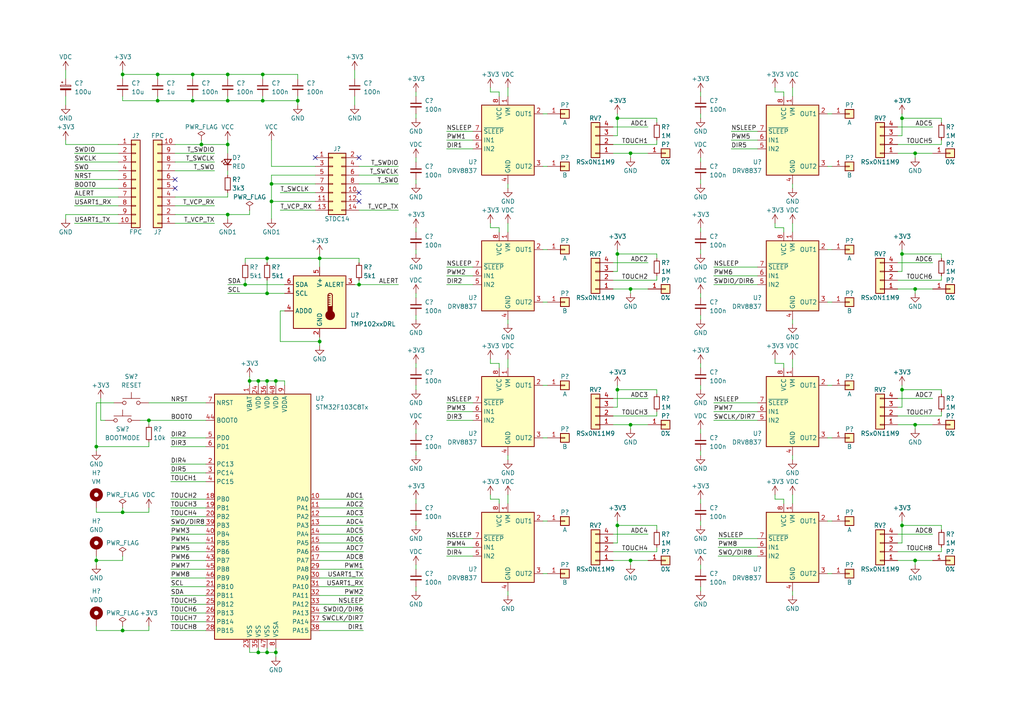
<source format=kicad_sch>
(kicad_sch (version 20211123) (generator eeschema)

  (uuid 47ef7db7-299d-4f78-9abd-30c71fd4cb96)

  (paper "A4")

  

  (junction (at 179.07 113.03) (diameter 0) (color 0 0 0 0)
    (uuid 02e59205-fbfe-4d78-a043-1e22a8d4e85a)
  )
  (junction (at 72.39 110.49) (diameter 0) (color 0 0 0 0)
    (uuid 040aefeb-5635-4043-82f3-760ad7a5c51d)
  )
  (junction (at 182.88 44.45) (diameter 0) (color 0 0 0 0)
    (uuid 047e52b9-47a3-4bb4-923d-4b4e5c62bf84)
  )
  (junction (at 35.56 148.59) (diameter 0) (color 0 0 0 0)
    (uuid 0717ec93-7cce-449f-add0-a847d9befade)
  )
  (junction (at 55.88 21.59) (diameter 0) (color 0 0 0 0)
    (uuid 07184488-0111-4e55-8a0f-0eb8a8747fbd)
  )
  (junction (at 86.36 29.21) (diameter 0) (color 0 0 0 0)
    (uuid 0cd718ea-a0b6-4a33-9b60-19fa926a4ea2)
  )
  (junction (at 265.43 44.45) (diameter 0) (color 0 0 0 0)
    (uuid 182598ad-124e-498d-ae48-2a35bc90c76e)
  )
  (junction (at 182.88 123.19) (diameter 0) (color 0 0 0 0)
    (uuid 18c5de0c-427f-4d08-a346-32dd51058570)
  )
  (junction (at 92.71 74.93) (diameter 0) (color 0 0 0 0)
    (uuid 1c0d8bf8-d782-45c4-875d-267f5d782535)
  )
  (junction (at 92.71 99.06) (diameter 0) (color 0 0 0 0)
    (uuid 1ddf3aa2-3b43-406d-9e15-b4abaec205f0)
  )
  (junction (at 265.43 162.56) (diameter 0) (color 0 0 0 0)
    (uuid 2ac2afdf-88f5-495b-b127-94595d62461e)
  )
  (junction (at 78.74 53.34) (diameter 0) (color 0 0 0 0)
    (uuid 2ba7380b-b8b7-434e-b186-aed53faad144)
  )
  (junction (at 179.07 73.66) (diameter 0) (color 0 0 0 0)
    (uuid 2c6c6d64-f41a-4446-af7a-06b5173677e0)
  )
  (junction (at 76.2 29.21) (diameter 0) (color 0 0 0 0)
    (uuid 39cdc67b-dbae-44f6-bc4b-e7d0856dc8b7)
  )
  (junction (at 45.72 29.21) (diameter 0) (color 0 0 0 0)
    (uuid 3d2bbb8f-def9-487f-b3ae-a50ddde70062)
  )
  (junction (at 179.07 152.4) (diameter 0) (color 0 0 0 0)
    (uuid 3d7098f0-c9c3-43ba-b75e-b46aaadda80b)
  )
  (junction (at 43.18 121.92) (diameter 0) (color 0 0 0 0)
    (uuid 4a4fda81-5a9a-47fa-a57c-dc26a77dc419)
  )
  (junction (at 27.94 162.56) (diameter 0) (color 0 0 0 0)
    (uuid 4c0a640d-2db5-49fd-9937-6e62b097c8a9)
  )
  (junction (at 78.74 58.42) (diameter 0) (color 0 0 0 0)
    (uuid 4ea10aea-c1a9-451b-af60-4ff7ba5e94ab)
  )
  (junction (at 35.56 182.88) (diameter 0) (color 0 0 0 0)
    (uuid 5953e592-d6fb-4dc1-b8d1-1f402d990081)
  )
  (junction (at 265.43 83.82) (diameter 0) (color 0 0 0 0)
    (uuid 59908d17-1cfe-4f92-9b23-2a836ce18518)
  )
  (junction (at 265.43 123.19) (diameter 0) (color 0 0 0 0)
    (uuid 5e44b899-786d-415b-ba82-2e852abe6324)
  )
  (junction (at 77.47 74.93) (diameter 0) (color 0 0 0 0)
    (uuid 625ae305-a030-4a28-96e7-c875cb986abd)
  )
  (junction (at 76.2 21.59) (diameter 0) (color 0 0 0 0)
    (uuid 629bf52f-84a2-4021-ab96-4f4da23e8915)
  )
  (junction (at 77.47 85.09) (diameter 0) (color 0 0 0 0)
    (uuid 6bb5d774-a92a-4f35-b29a-f822d143f51c)
  )
  (junction (at 182.88 162.56) (diameter 0) (color 0 0 0 0)
    (uuid 6c79a37c-aa91-4566-920f-18b508b81ff6)
  )
  (junction (at 261.62 152.4) (diameter 0) (color 0 0 0 0)
    (uuid 72cb4957-bb88-4601-a618-0d485190d706)
  )
  (junction (at 77.47 189.23) (diameter 0) (color 0 0 0 0)
    (uuid 83e73f15-af86-4072-895f-fc98ebf82dfd)
  )
  (junction (at 66.04 62.23) (diameter 0) (color 0 0 0 0)
    (uuid 85ba44dc-025d-4529-a4a2-980658f9b532)
  )
  (junction (at 80.01 110.49) (diameter 0) (color 0 0 0 0)
    (uuid 86a980ba-66e5-465b-b69f-8451d386f49f)
  )
  (junction (at 80.01 189.23) (diameter 0) (color 0 0 0 0)
    (uuid 8bc678b2-3aaa-4b86-92e6-787d89ccb432)
  )
  (junction (at 261.62 34.29) (diameter 0) (color 0 0 0 0)
    (uuid 91ac965e-36c6-4ad8-89cc-8e237e2cf015)
  )
  (junction (at 77.47 110.49) (diameter 0) (color 0 0 0 0)
    (uuid 939cfd2e-2173-40b7-8793-3feae710b8e7)
  )
  (junction (at 45.72 21.59) (diameter 0) (color 0 0 0 0)
    (uuid 951c9b82-52bd-44a7-899c-618b0fd2cdbd)
  )
  (junction (at 74.93 189.23) (diameter 0) (color 0 0 0 0)
    (uuid 9bf61b01-309f-4fbd-ab49-188da81ed2f0)
  )
  (junction (at 58.42 41.91) (diameter 0) (color 0 0 0 0)
    (uuid 9c7a7ee5-47cd-4876-a376-dfee79861db2)
  )
  (junction (at 66.04 29.21) (diameter 0) (color 0 0 0 0)
    (uuid 9de75551-dc21-4d74-92f6-ca850f68ddd4)
  )
  (junction (at 27.94 129.54) (diameter 0) (color 0 0 0 0)
    (uuid a36fac57-7abd-42d1-a69a-d7a111102b68)
  )
  (junction (at 74.93 110.49) (diameter 0) (color 0 0 0 0)
    (uuid aeb9a1ba-93d2-40b6-a24d-53221830b8af)
  )
  (junction (at 179.07 34.29) (diameter 0) (color 0 0 0 0)
    (uuid af750230-80ad-4408-8665-2ccf655688ba)
  )
  (junction (at 35.56 21.59) (diameter 0) (color 0 0 0 0)
    (uuid b1a04391-444e-42e1-b221-a677030b7001)
  )
  (junction (at 104.14 82.55) (diameter 0) (color 0 0 0 0)
    (uuid b77490da-6553-4ad3-ae8e-e053567297d5)
  )
  (junction (at 66.04 21.59) (diameter 0) (color 0 0 0 0)
    (uuid c8c11ba3-d292-4c2a-b335-4751e243ac87)
  )
  (junction (at 261.62 73.66) (diameter 0) (color 0 0 0 0)
    (uuid cf62462b-b03c-4717-b9a4-973e9e7029bf)
  )
  (junction (at 182.88 83.82) (diameter 0) (color 0 0 0 0)
    (uuid d3ca7513-b057-43ab-9135-6ad3b83aec05)
  )
  (junction (at 261.62 113.03) (diameter 0) (color 0 0 0 0)
    (uuid d6bd57ed-240e-4045-bff7-bb762e7eedde)
  )
  (junction (at 71.12 82.55) (diameter 0) (color 0 0 0 0)
    (uuid db9eba7e-2c46-4a94-9dd2-54dc31663dfb)
  )
  (junction (at 66.04 41.91) (diameter 0) (color 0 0 0 0)
    (uuid f9cf06b9-e125-4b12-9844-5427c40c42d6)
  )
  (junction (at 55.88 29.21) (diameter 0) (color 0 0 0 0)
    (uuid ffec608c-ce52-4d2f-a63e-4c104b8d9867)
  )

  (no_connect (at 50.8 54.61) (uuid 33b0b128-19de-45d9-9560-ef1b16236d87))
  (no_connect (at 50.8 52.07) (uuid 612858b4-11d5-4ee5-80c8-c1676fc983ce))
  (no_connect (at 104.14 45.72) (uuid 63e7d5d4-d982-4ca8-bfb0-362d60a1b992))
  (no_connect (at 91.44 45.72) (uuid 69ca0115-9b1b-4311-acd6-08bf06471dcc))
  (no_connect (at 104.14 55.88) (uuid b4c34571-38d5-4f88-b478-4d9e01df4bc7))
  (no_connect (at 104.14 58.42) (uuid d4f420c3-689e-4db5-a1f8-81efccb398f3))

  (wire (pts (xy 27.94 162.56) (xy 27.94 163.83))
    (stroke (width 0) (type default) (color 0 0 0 0))
    (uuid 0048ad90-83bc-4d23-b958-9075c404bbb2)
  )
  (wire (pts (xy 92.71 162.56) (xy 105.41 162.56))
    (stroke (width 0) (type default) (color 0 0 0 0))
    (uuid 00a7ba10-1556-4f83-aefd-d97f0c16649a)
  )
  (wire (pts (xy 35.56 21.59) (xy 45.72 21.59))
    (stroke (width 0) (type default) (color 0 0 0 0))
    (uuid 01b31b82-1a41-4cb5-98a7-3fa2f080a861)
  )
  (wire (pts (xy 49.53 165.1) (xy 59.69 165.1))
    (stroke (width 0) (type default) (color 0 0 0 0))
    (uuid 01b826c9-8b44-4a81-9502-60396a5e0b87)
  )
  (wire (pts (xy 21.59 44.45) (xy 34.29 44.45))
    (stroke (width 0) (type default) (color 0 0 0 0))
    (uuid 03f4ea51-16bb-4c12-960b-df05c26c3f15)
  )
  (wire (pts (xy 227.33 27.94) (xy 227.33 26.67))
    (stroke (width 0) (type default) (color 0 0 0 0))
    (uuid 047b2ed8-bb36-4fd1-8bae-29b8548e43d1)
  )
  (wire (pts (xy 190.5 41.91) (xy 190.5 40.64))
    (stroke (width 0) (type default) (color 0 0 0 0))
    (uuid 05f3716b-31b8-46ae-8668-01881d31f1a5)
  )
  (wire (pts (xy 66.04 27.94) (xy 66.04 29.21))
    (stroke (width 0) (type default) (color 0 0 0 0))
    (uuid 061be30a-67db-4872-9608-fa2b87f2ca0f)
  )
  (wire (pts (xy 76.2 27.94) (xy 76.2 29.21))
    (stroke (width 0) (type default) (color 0 0 0 0))
    (uuid 06212692-73e6-494b-af4c-cf3c4ea9d7bf)
  )
  (wire (pts (xy 203.2 45.72) (xy 203.2 46.99))
    (stroke (width 0) (type default) (color 0 0 0 0))
    (uuid 0642f998-4dbd-461d-aee4-adf7d15b1871)
  )
  (wire (pts (xy 76.2 29.21) (xy 86.36 29.21))
    (stroke (width 0) (type default) (color 0 0 0 0))
    (uuid 06833611-1471-4b27-b271-8afabe33edf3)
  )
  (wire (pts (xy 129.54 82.55) (xy 137.16 82.55))
    (stroke (width 0) (type default) (color 0 0 0 0))
    (uuid 0835a9e3-3602-4ae6-8f23-6d695dc7d6de)
  )
  (wire (pts (xy 49.53 139.7) (xy 59.69 139.7))
    (stroke (width 0) (type default) (color 0 0 0 0))
    (uuid 0924b74a-401c-41bb-b0eb-18306fa3ac23)
  )
  (wire (pts (xy 157.48 151.13) (xy 158.75 151.13))
    (stroke (width 0) (type default) (color 0 0 0 0))
    (uuid 09e71239-6acf-49c6-9378-8ed8f3fe16a5)
  )
  (wire (pts (xy 177.8 120.65) (xy 190.5 120.65))
    (stroke (width 0) (type default) (color 0 0 0 0))
    (uuid 0c1d8c0a-3958-4e88-8555-b5897c113d75)
  )
  (wire (pts (xy 203.2 144.78) (xy 203.2 146.05))
    (stroke (width 0) (type default) (color 0 0 0 0))
    (uuid 0c739466-7331-49b2-a318-41408d2da4e9)
  )
  (wire (pts (xy 66.04 49.53) (xy 66.04 50.8))
    (stroke (width 0) (type default) (color 0 0 0 0))
    (uuid 0d66dd5b-1212-4145-8bc1-ce5600f6789d)
  )
  (wire (pts (xy 229.87 25.4) (xy 229.87 27.94))
    (stroke (width 0) (type default) (color 0 0 0 0))
    (uuid 103dd90b-962b-4699-a4af-a7791959d066)
  )
  (wire (pts (xy 72.39 62.23) (xy 72.39 60.96))
    (stroke (width 0) (type default) (color 0 0 0 0))
    (uuid 105480f3-f8ae-4ffd-9ec2-e72240407681)
  )
  (wire (pts (xy 50.8 57.15) (xy 66.04 57.15))
    (stroke (width 0) (type default) (color 0 0 0 0))
    (uuid 10830687-791d-42a2-a4af-08e2cf7a5da3)
  )
  (wire (pts (xy 92.71 147.32) (xy 105.41 147.32))
    (stroke (width 0) (type default) (color 0 0 0 0))
    (uuid 1112ac3a-2b1f-429b-9faa-f5a4a1f5eb54)
  )
  (wire (pts (xy 182.88 123.19) (xy 187.96 123.19))
    (stroke (width 0) (type default) (color 0 0 0 0))
    (uuid 136a25f9-77ff-4035-abf6-43d7fc80424f)
  )
  (wire (pts (xy 35.56 182.88) (xy 43.18 182.88))
    (stroke (width 0) (type default) (color 0 0 0 0))
    (uuid 144b3945-a458-4e1e-8503-bb28ec640dc4)
  )
  (wire (pts (xy 21.59 59.69) (xy 34.29 59.69))
    (stroke (width 0) (type default) (color 0 0 0 0))
    (uuid 15424ec7-6341-471d-8941-324b01edace1)
  )
  (wire (pts (xy 207.01 119.38) (xy 219.71 119.38))
    (stroke (width 0) (type default) (color 0 0 0 0))
    (uuid 15d534ce-7fb1-499b-80b5-56b6ce8d096f)
  )
  (wire (pts (xy 240.03 48.26) (xy 241.3 48.26))
    (stroke (width 0) (type default) (color 0 0 0 0))
    (uuid 16570834-6d76-43f7-8483-735babe30945)
  )
  (wire (pts (xy 19.05 62.23) (xy 34.29 62.23))
    (stroke (width 0) (type default) (color 0 0 0 0))
    (uuid 18477cf2-6b44-4d08-b52a-8c79d3767a7b)
  )
  (wire (pts (xy 190.5 152.4) (xy 179.07 152.4))
    (stroke (width 0) (type default) (color 0 0 0 0))
    (uuid 18c32a71-ffb5-45da-b5ba-0f37219aee7a)
  )
  (wire (pts (xy 224.79 144.78) (xy 224.79 143.51))
    (stroke (width 0) (type default) (color 0 0 0 0))
    (uuid 1b06fe50-7a6e-48b3-b41f-b2f998057ccf)
  )
  (wire (pts (xy 261.62 111.76) (xy 261.62 113.03))
    (stroke (width 0) (type default) (color 0 0 0 0))
    (uuid 1c173dd5-706b-45d3-876d-e1eb352a83dc)
  )
  (wire (pts (xy 273.05 35.56) (xy 273.05 34.29))
    (stroke (width 0) (type default) (color 0 0 0 0))
    (uuid 1cc12b88-b225-46ca-8f1d-cc7393951f9e)
  )
  (wire (pts (xy 81.28 90.17) (xy 81.28 99.06))
    (stroke (width 0) (type default) (color 0 0 0 0))
    (uuid 1ee632e0-0613-4c3f-a796-49699c2fbe45)
  )
  (wire (pts (xy 27.94 161.29) (xy 27.94 162.56))
    (stroke (width 0) (type default) (color 0 0 0 0))
    (uuid 2036c825-4f95-4759-ba77-465d489ddb56)
  )
  (wire (pts (xy 177.8 160.02) (xy 190.5 160.02))
    (stroke (width 0) (type default) (color 0 0 0 0))
    (uuid 20a46144-b55b-4f54-816e-21fe4ed816bd)
  )
  (wire (pts (xy 227.33 26.67) (xy 224.79 26.67))
    (stroke (width 0) (type default) (color 0 0 0 0))
    (uuid 2128cf3a-8399-434d-a89b-a781794813dd)
  )
  (wire (pts (xy 76.2 21.59) (xy 86.36 21.59))
    (stroke (width 0) (type default) (color 0 0 0 0))
    (uuid 2434cc48-e2e8-4d71-a181-3cafdb7c62d7)
  )
  (wire (pts (xy 261.62 113.03) (xy 261.62 118.11))
    (stroke (width 0) (type default) (color 0 0 0 0))
    (uuid 2483aa9a-eac4-45e1-af08-a1262cd7ded9)
  )
  (wire (pts (xy 19.05 20.32) (xy 19.05 22.86))
    (stroke (width 0) (type default) (color 0 0 0 0))
    (uuid 24ec5f5b-87fa-4940-ac7e-5faf5a8a70f3)
  )
  (wire (pts (xy 179.07 157.48) (xy 177.8 157.48))
    (stroke (width 0) (type default) (color 0 0 0 0))
    (uuid 24f9a29d-4a1c-4f06-905a-9f19cf256ecf)
  )
  (wire (pts (xy 77.47 110.49) (xy 77.47 111.76))
    (stroke (width 0) (type default) (color 0 0 0 0))
    (uuid 2648eafd-6e5f-4004-9095-ac7a69dc4fad)
  )
  (wire (pts (xy 50.8 59.69) (xy 62.23 59.69))
    (stroke (width 0) (type default) (color 0 0 0 0))
    (uuid 2849b9d7-06b0-49fa-aa5b-431d58f67167)
  )
  (wire (pts (xy 260.35 41.91) (xy 273.05 41.91))
    (stroke (width 0) (type default) (color 0 0 0 0))
    (uuid 28b9d47c-e561-47de-9f6b-f04112f4c538)
  )
  (wire (pts (xy 120.65 45.72) (xy 120.65 46.99))
    (stroke (width 0) (type default) (color 0 0 0 0))
    (uuid 298e2db9-735e-4aae-af3b-9f95de65ed37)
  )
  (wire (pts (xy 71.12 81.28) (xy 71.12 82.55))
    (stroke (width 0) (type default) (color 0 0 0 0))
    (uuid 2abae203-dc9d-479d-ada9-196cefe41364)
  )
  (wire (pts (xy 260.35 120.65) (xy 273.05 120.65))
    (stroke (width 0) (type default) (color 0 0 0 0))
    (uuid 2b079a5e-f2f5-4fbc-8faa-1732830727de)
  )
  (wire (pts (xy 273.05 153.67) (xy 273.05 152.4))
    (stroke (width 0) (type default) (color 0 0 0 0))
    (uuid 2b09ca19-6159-4608-8244-237105506344)
  )
  (wire (pts (xy 40.64 121.92) (xy 43.18 121.92))
    (stroke (width 0) (type default) (color 0 0 0 0))
    (uuid 2de32d0a-606d-4766-a320-890b31d959a5)
  )
  (wire (pts (xy 80.01 187.96) (xy 80.01 189.23))
    (stroke (width 0) (type default) (color 0 0 0 0))
    (uuid 2eaf0a90-188f-4fc5-8bbd-a9aac8cc5696)
  )
  (wire (pts (xy 120.65 91.44) (xy 120.65 92.71))
    (stroke (width 0) (type default) (color 0 0 0 0))
    (uuid 2eb5e1b2-de6a-4e80-b372-a8a2eac0cac3)
  )
  (wire (pts (xy 120.65 33.02) (xy 120.65 34.29))
    (stroke (width 0) (type default) (color 0 0 0 0))
    (uuid 2f3f5414-49f8-4f97-aa06-97a77be350bb)
  )
  (wire (pts (xy 203.2 52.07) (xy 203.2 53.34))
    (stroke (width 0) (type default) (color 0 0 0 0))
    (uuid 305ea620-32d6-4abe-a54f-dcbf031478f6)
  )
  (wire (pts (xy 27.94 129.54) (xy 43.18 129.54))
    (stroke (width 0) (type default) (color 0 0 0 0))
    (uuid 31057839-6190-4f01-a3ad-9db86dc7d2ae)
  )
  (wire (pts (xy 260.35 76.2) (xy 270.51 76.2))
    (stroke (width 0) (type default) (color 0 0 0 0))
    (uuid 3115583a-4e79-4e6a-bcfe-511b12b82592)
  )
  (wire (pts (xy 92.71 182.88) (xy 105.41 182.88))
    (stroke (width 0) (type default) (color 0 0 0 0))
    (uuid 3259096f-6ae6-45bf-88e3-ebc10e53a7c9)
  )
  (wire (pts (xy 49.53 162.56) (xy 59.69 162.56))
    (stroke (width 0) (type default) (color 0 0 0 0))
    (uuid 3286184f-8a70-4b98-bcfe-1fad9f2663de)
  )
  (wire (pts (xy 92.71 144.78) (xy 105.41 144.78))
    (stroke (width 0) (type default) (color 0 0 0 0))
    (uuid 343a4045-4691-4ea7-b90f-88f6446595e2)
  )
  (wire (pts (xy 203.2 130.81) (xy 203.2 132.08))
    (stroke (width 0) (type default) (color 0 0 0 0))
    (uuid 35357af0-0fbd-4687-9288-b0be0ef85c40)
  )
  (wire (pts (xy 157.48 127) (xy 158.75 127))
    (stroke (width 0) (type default) (color 0 0 0 0))
    (uuid 3546a8d6-112f-400f-9954-2b5423ae0754)
  )
  (wire (pts (xy 49.53 160.02) (xy 59.69 160.02))
    (stroke (width 0) (type default) (color 0 0 0 0))
    (uuid 3561c945-ba86-4519-9a82-0cfe1e607ecf)
  )
  (wire (pts (xy 29.21 121.92) (xy 30.48 121.92))
    (stroke (width 0) (type default) (color 0 0 0 0))
    (uuid 361b7cad-adb7-41c1-b169-d0641309939e)
  )
  (wire (pts (xy 86.36 27.94) (xy 86.36 29.21))
    (stroke (width 0) (type default) (color 0 0 0 0))
    (uuid 3666ceed-0ddb-4136-9bb1-1cdf5100b893)
  )
  (wire (pts (xy 229.87 92.71) (xy 229.87 93.98))
    (stroke (width 0) (type default) (color 0 0 0 0))
    (uuid 36de211c-edef-47b2-bbe0-06c7f2ced8cf)
  )
  (wire (pts (xy 74.93 189.23) (xy 77.47 189.23))
    (stroke (width 0) (type default) (color 0 0 0 0))
    (uuid 37688c72-1d35-414d-aba3-13220f03c0dc)
  )
  (wire (pts (xy 92.71 149.86) (xy 105.41 149.86))
    (stroke (width 0) (type default) (color 0 0 0 0))
    (uuid 37bb9520-10c6-44ec-99a9-2b6abbcb446b)
  )
  (wire (pts (xy 81.28 55.88) (xy 91.44 55.88))
    (stroke (width 0) (type default) (color 0 0 0 0))
    (uuid 37d26762-147b-4f6d-b007-0f0c640f409e)
  )
  (wire (pts (xy 129.54 77.47) (xy 137.16 77.47))
    (stroke (width 0) (type default) (color 0 0 0 0))
    (uuid 38baaa32-e0d7-4a6f-9e6d-4b876be2651f)
  )
  (wire (pts (xy 21.59 49.53) (xy 34.29 49.53))
    (stroke (width 0) (type default) (color 0 0 0 0))
    (uuid 39000122-f575-4498-a91b-b1ff8888fcb8)
  )
  (wire (pts (xy 120.65 72.39) (xy 120.65 73.66))
    (stroke (width 0) (type default) (color 0 0 0 0))
    (uuid 3abaa11b-ed2b-43b6-8ff7-76a543cef6f5)
  )
  (wire (pts (xy 260.35 162.56) (xy 265.43 162.56))
    (stroke (width 0) (type default) (color 0 0 0 0))
    (uuid 3cdf7881-13a2-4ea6-b523-16e65009cc71)
  )
  (wire (pts (xy 261.62 73.66) (xy 261.62 78.74))
    (stroke (width 0) (type default) (color 0 0 0 0))
    (uuid 3d10fc0c-df55-49c2-978d-d254a24308fa)
  )
  (wire (pts (xy 102.87 20.32) (xy 102.87 22.86))
    (stroke (width 0) (type default) (color 0 0 0 0))
    (uuid 3da7dec0-c121-441f-b375-9c725f798b72)
  )
  (wire (pts (xy 273.05 81.28) (xy 273.05 80.01))
    (stroke (width 0) (type default) (color 0 0 0 0))
    (uuid 3dd4ad2a-51a5-4535-a62c-1a1a59b7438a)
  )
  (wire (pts (xy 92.71 74.93) (xy 92.71 77.47))
    (stroke (width 0) (type default) (color 0 0 0 0))
    (uuid 3f8c77b9-36ea-4808-a082-e726d5a8140e)
  )
  (wire (pts (xy 92.71 167.64) (xy 105.41 167.64))
    (stroke (width 0) (type default) (color 0 0 0 0))
    (uuid 3fc622ff-6430-4de5-a1b2-85d68778dc2f)
  )
  (wire (pts (xy 179.07 33.02) (xy 179.07 34.29))
    (stroke (width 0) (type default) (color 0 0 0 0))
    (uuid 3fefd4ec-9ffb-4bc9-93a6-3d40b8db6e22)
  )
  (wire (pts (xy 224.79 26.67) (xy 224.79 25.4))
    (stroke (width 0) (type default) (color 0 0 0 0))
    (uuid 40089413-4c86-40d3-b144-14394430a3ed)
  )
  (wire (pts (xy 80.01 189.23) (xy 80.01 190.5))
    (stroke (width 0) (type default) (color 0 0 0 0))
    (uuid 401d4367-61bf-4fbc-bada-b9542db0119b)
  )
  (wire (pts (xy 91.44 48.26) (xy 78.74 48.26))
    (stroke (width 0) (type default) (color 0 0 0 0))
    (uuid 40d362d9-8ea2-41ae-bfce-c399f8ccea2d)
  )
  (wire (pts (xy 203.2 33.02) (xy 203.2 34.29))
    (stroke (width 0) (type default) (color 0 0 0 0))
    (uuid 40eadd84-3c7f-4975-b1eb-04097a72602c)
  )
  (wire (pts (xy 203.2 124.46) (xy 203.2 125.73))
    (stroke (width 0) (type default) (color 0 0 0 0))
    (uuid 416f81ec-9c28-461a-a36e-fa70f7dee20c)
  )
  (wire (pts (xy 144.78 66.04) (xy 142.24 66.04))
    (stroke (width 0) (type default) (color 0 0 0 0))
    (uuid 417a0328-ea24-4c0a-8b8c-bb597a795170)
  )
  (wire (pts (xy 142.24 144.78) (xy 142.24 143.51))
    (stroke (width 0) (type default) (color 0 0 0 0))
    (uuid 41d2ceeb-a7e6-44fc-bf55-f3bb4d04b052)
  )
  (wire (pts (xy 102.87 82.55) (xy 104.14 82.55))
    (stroke (width 0) (type default) (color 0 0 0 0))
    (uuid 42b41050-bb9f-471a-a005-610e4f18d7de)
  )
  (wire (pts (xy 147.32 64.77) (xy 147.32 67.31))
    (stroke (width 0) (type default) (color 0 0 0 0))
    (uuid 43be1260-a8bd-417e-b504-b2b83b27ed06)
  )
  (wire (pts (xy 203.2 26.67) (xy 203.2 27.94))
    (stroke (width 0) (type default) (color 0 0 0 0))
    (uuid 43fc202f-f746-490f-934b-108f80c57c74)
  )
  (wire (pts (xy 104.14 50.8) (xy 115.57 50.8))
    (stroke (width 0) (type default) (color 0 0 0 0))
    (uuid 45b35df2-28bc-4c46-a20e-536740edf78c)
  )
  (wire (pts (xy 273.05 74.93) (xy 273.05 73.66))
    (stroke (width 0) (type default) (color 0 0 0 0))
    (uuid 47161acf-abd8-45b8-b533-2028ffa498ce)
  )
  (wire (pts (xy 207.01 116.84) (xy 219.71 116.84))
    (stroke (width 0) (type default) (color 0 0 0 0))
    (uuid 47757826-649c-412c-ab9d-433e0c214d34)
  )
  (wire (pts (xy 190.5 34.29) (xy 179.07 34.29))
    (stroke (width 0) (type default) (color 0 0 0 0))
    (uuid 47a39c59-deca-456c-8de4-a1d78fc3f65f)
  )
  (wire (pts (xy 227.33 144.78) (xy 224.79 144.78))
    (stroke (width 0) (type default) (color 0 0 0 0))
    (uuid 48ae2a3c-23ca-4374-91fc-02e35e1ccf1e)
  )
  (wire (pts (xy 260.35 36.83) (xy 270.51 36.83))
    (stroke (width 0) (type default) (color 0 0 0 0))
    (uuid 48d7735b-fbd6-4523-8907-d23024458151)
  )
  (wire (pts (xy 92.71 152.4) (xy 105.41 152.4))
    (stroke (width 0) (type default) (color 0 0 0 0))
    (uuid 493f0068-37c5-4744-b9b0-b2b9ad9ebea8)
  )
  (wire (pts (xy 120.65 111.76) (xy 120.65 113.03))
    (stroke (width 0) (type default) (color 0 0 0 0))
    (uuid 4b11054d-0177-4bb2-80c4-7694eadb1acf)
  )
  (wire (pts (xy 45.72 29.21) (xy 55.88 29.21))
    (stroke (width 0) (type default) (color 0 0 0 0))
    (uuid 4b72cc0c-3552-4aaf-b9f6-c29d4053f08f)
  )
  (wire (pts (xy 21.59 64.77) (xy 34.29 64.77))
    (stroke (width 0) (type default) (color 0 0 0 0))
    (uuid 4bbd0715-c8ec-44f7-911f-7b779b7e950f)
  )
  (wire (pts (xy 182.88 83.82) (xy 187.96 83.82))
    (stroke (width 0) (type default) (color 0 0 0 0))
    (uuid 4deb6a48-05ed-4698-ab47-a9eaa631b0b0)
  )
  (wire (pts (xy 104.14 53.34) (xy 115.57 53.34))
    (stroke (width 0) (type default) (color 0 0 0 0))
    (uuid 5029124e-dd1b-4290-aca0-7036bbc3b4d2)
  )
  (wire (pts (xy 207.01 80.01) (xy 219.71 80.01))
    (stroke (width 0) (type default) (color 0 0 0 0))
    (uuid 5079c196-bfe3-4dcc-a397-aa1216810b80)
  )
  (wire (pts (xy 120.65 105.41) (xy 120.65 106.68))
    (stroke (width 0) (type default) (color 0 0 0 0))
    (uuid 509c4c26-debb-49a4-9819-3f18cddc1b36)
  )
  (wire (pts (xy 265.43 123.19) (xy 270.51 123.19))
    (stroke (width 0) (type default) (color 0 0 0 0))
    (uuid 50f91485-8c02-4c93-aa55-ac0e8825a860)
  )
  (wire (pts (xy 120.65 151.13) (xy 120.65 152.4))
    (stroke (width 0) (type default) (color 0 0 0 0))
    (uuid 5138c3e6-3d29-4b98-bdd8-58cfd0515b57)
  )
  (wire (pts (xy 82.55 111.76) (xy 82.55 110.49))
    (stroke (width 0) (type default) (color 0 0 0 0))
    (uuid 51dd7b7d-5eda-4e12-9c37-480c9f5fad13)
  )
  (wire (pts (xy 66.04 82.55) (xy 71.12 82.55))
    (stroke (width 0) (type default) (color 0 0 0 0))
    (uuid 521bbf3c-1575-4526-9a24-dfd6b2c7e1b8)
  )
  (wire (pts (xy 49.53 157.48) (xy 59.69 157.48))
    (stroke (width 0) (type default) (color 0 0 0 0))
    (uuid 5394d6bf-07a1-4c64-b45f-ab6618d4524b)
  )
  (wire (pts (xy 72.39 110.49) (xy 74.93 110.49))
    (stroke (width 0) (type default) (color 0 0 0 0))
    (uuid 54784272-d671-432e-b766-91082b058b18)
  )
  (wire (pts (xy 177.8 76.2) (xy 187.96 76.2))
    (stroke (width 0) (type default) (color 0 0 0 0))
    (uuid 54bacf47-310e-4a91-85b0-c4f67038ec59)
  )
  (wire (pts (xy 273.05 160.02) (xy 273.05 158.75))
    (stroke (width 0) (type default) (color 0 0 0 0))
    (uuid 54f2b024-ae9d-4a4e-b686-2f010f4fba39)
  )
  (wire (pts (xy 265.43 83.82) (xy 270.51 83.82))
    (stroke (width 0) (type default) (color 0 0 0 0))
    (uuid 55f6b037-f576-4b0f-a2a9-fdfaa019ff98)
  )
  (wire (pts (xy 190.5 73.66) (xy 179.07 73.66))
    (stroke (width 0) (type default) (color 0 0 0 0))
    (uuid 565ae076-6e70-4ba9-8be9-92eb4887ad27)
  )
  (wire (pts (xy 203.2 66.04) (xy 203.2 67.31))
    (stroke (width 0) (type default) (color 0 0 0 0))
    (uuid 56f9e8bc-9740-4572-8007-79583ef90ca0)
  )
  (wire (pts (xy 19.05 40.64) (xy 19.05 41.91))
    (stroke (width 0) (type default) (color 0 0 0 0))
    (uuid 5b039e59-f332-489a-94ce-25f58b432a02)
  )
  (wire (pts (xy 203.2 85.09) (xy 203.2 86.36))
    (stroke (width 0) (type default) (color 0 0 0 0))
    (uuid 5be17520-46da-4400-b149-7faa88afba9a)
  )
  (wire (pts (xy 273.05 41.91) (xy 273.05 40.64))
    (stroke (width 0) (type default) (color 0 0 0 0))
    (uuid 5c535c47-be3d-4791-9017-b297099a5f10)
  )
  (wire (pts (xy 27.94 181.61) (xy 27.94 182.88))
    (stroke (width 0) (type default) (color 0 0 0 0))
    (uuid 5c8a274f-4176-4d38-905e-3d95d43e8de2)
  )
  (wire (pts (xy 261.62 151.13) (xy 261.62 152.4))
    (stroke (width 0) (type default) (color 0 0 0 0))
    (uuid 5cdf5880-bd70-47a7-b575-e1e140855607)
  )
  (wire (pts (xy 273.05 113.03) (xy 261.62 113.03))
    (stroke (width 0) (type default) (color 0 0 0 0))
    (uuid 5e015c11-beac-4cb8-b707-a0f88bb03d65)
  )
  (wire (pts (xy 147.32 132.08) (xy 147.32 133.35))
    (stroke (width 0) (type default) (color 0 0 0 0))
    (uuid 5e6bf736-d6a1-4f72-b0ed-0489d0b7367e)
  )
  (wire (pts (xy 179.07 34.29) (xy 179.07 39.37))
    (stroke (width 0) (type default) (color 0 0 0 0))
    (uuid 5f5189a0-741e-4d99-9d4a-2af582e985aa)
  )
  (wire (pts (xy 49.53 129.54) (xy 59.69 129.54))
    (stroke (width 0) (type default) (color 0 0 0 0))
    (uuid 5f69a346-f60a-401e-bb0e-4165e28bad46)
  )
  (wire (pts (xy 55.88 29.21) (xy 66.04 29.21))
    (stroke (width 0) (type default) (color 0 0 0 0))
    (uuid 5fae56fc-4188-478c-be4f-680ddf84875b)
  )
  (wire (pts (xy 265.43 162.56) (xy 265.43 163.83))
    (stroke (width 0) (type default) (color 0 0 0 0))
    (uuid 5fbd08ad-6835-46c4-b4e5-8807082732c3)
  )
  (wire (pts (xy 120.65 124.46) (xy 120.65 125.73))
    (stroke (width 0) (type default) (color 0 0 0 0))
    (uuid 60ad0e44-7685-4e5a-b725-0aaad5b4d158)
  )
  (wire (pts (xy 147.32 53.34) (xy 147.32 54.61))
    (stroke (width 0) (type default) (color 0 0 0 0))
    (uuid 60eddfc0-545d-4417-af58-6fa1074350f8)
  )
  (wire (pts (xy 260.35 44.45) (xy 265.43 44.45))
    (stroke (width 0) (type default) (color 0 0 0 0))
    (uuid 61841c46-0617-4a84-baaa-8f7d03230aee)
  )
  (wire (pts (xy 260.35 154.94) (xy 270.51 154.94))
    (stroke (width 0) (type default) (color 0 0 0 0))
    (uuid 62005cc7-7c6a-492b-9f40-894fd7db4867)
  )
  (wire (pts (xy 212.09 38.1) (xy 219.71 38.1))
    (stroke (width 0) (type default) (color 0 0 0 0))
    (uuid 62c0ec4a-997c-4b14-b4a4-1459b2134ede)
  )
  (wire (pts (xy 144.78 26.67) (xy 142.24 26.67))
    (stroke (width 0) (type default) (color 0 0 0 0))
    (uuid 634843d1-75ba-4dfc-8cc1-58295686b9aa)
  )
  (wire (pts (xy 49.53 180.34) (xy 59.69 180.34))
    (stroke (width 0) (type default) (color 0 0 0 0))
    (uuid 6353721d-1528-4104-a3ea-b0a8c17a5b20)
  )
  (wire (pts (xy 229.87 104.14) (xy 229.87 106.68))
    (stroke (width 0) (type default) (color 0 0 0 0))
    (uuid 639b6b33-8c5c-46ca-94a2-7c82d5516774)
  )
  (wire (pts (xy 104.14 81.28) (xy 104.14 82.55))
    (stroke (width 0) (type default) (color 0 0 0 0))
    (uuid 63c7ba01-7c00-402f-aa26-00208a12574e)
  )
  (wire (pts (xy 49.53 167.64) (xy 59.69 167.64))
    (stroke (width 0) (type default) (color 0 0 0 0))
    (uuid 645b8011-f752-47c8-a87b-c271359ca101)
  )
  (wire (pts (xy 147.32 171.45) (xy 147.32 172.72))
    (stroke (width 0) (type default) (color 0 0 0 0))
    (uuid 648a9422-944a-43a2-bd7e-66fd30f60d39)
  )
  (wire (pts (xy 190.5 160.02) (xy 190.5 158.75))
    (stroke (width 0) (type default) (color 0 0 0 0))
    (uuid 64ce4e1f-05b3-43b8-982b-9d944f47b8b4)
  )
  (wire (pts (xy 49.53 149.86) (xy 59.69 149.86))
    (stroke (width 0) (type default) (color 0 0 0 0))
    (uuid 6510fe75-0434-47d7-96d8-d5e8019c916b)
  )
  (wire (pts (xy 227.33 105.41) (xy 224.79 105.41))
    (stroke (width 0) (type default) (color 0 0 0 0))
    (uuid 656851a2-3079-4140-80c1-0f4d47e4d9fc)
  )
  (wire (pts (xy 261.62 118.11) (xy 260.35 118.11))
    (stroke (width 0) (type default) (color 0 0 0 0))
    (uuid 660c1dae-e588-4dd6-807c-571e6e5c9c30)
  )
  (wire (pts (xy 240.03 33.02) (xy 241.3 33.02))
    (stroke (width 0) (type default) (color 0 0 0 0))
    (uuid 660dca4e-50ff-499b-9896-9366c05bb749)
  )
  (wire (pts (xy 190.5 153.67) (xy 190.5 152.4))
    (stroke (width 0) (type default) (color 0 0 0 0))
    (uuid 66e65528-d01e-411c-8d6a-aba04f6ecd5a)
  )
  (wire (pts (xy 260.35 81.28) (xy 273.05 81.28))
    (stroke (width 0) (type default) (color 0 0 0 0))
    (uuid 67da0e54-bfb2-4456-ae2b-ab2bd99592b4)
  )
  (wire (pts (xy 43.18 121.92) (xy 59.69 121.92))
    (stroke (width 0) (type default) (color 0 0 0 0))
    (uuid 6833933d-53c3-4bdf-9156-5d84b7c96577)
  )
  (wire (pts (xy 229.87 64.77) (xy 229.87 67.31))
    (stroke (width 0) (type default) (color 0 0 0 0))
    (uuid 6841311b-0f17-44f4-8d15-e5f67d6219ac)
  )
  (wire (pts (xy 49.53 182.88) (xy 59.69 182.88))
    (stroke (width 0) (type default) (color 0 0 0 0))
    (uuid 685f2694-feea-4bad-8105-bc3449cd9342)
  )
  (wire (pts (xy 260.35 115.57) (xy 270.51 115.57))
    (stroke (width 0) (type default) (color 0 0 0 0))
    (uuid 68ff2b6f-2393-4872-8aeb-6cd3821b3a05)
  )
  (wire (pts (xy 19.05 41.91) (xy 34.29 41.91))
    (stroke (width 0) (type default) (color 0 0 0 0))
    (uuid 6921b631-7bbd-4688-9160-2f698aa4926a)
  )
  (wire (pts (xy 66.04 85.09) (xy 77.47 85.09))
    (stroke (width 0) (type default) (color 0 0 0 0))
    (uuid 698d710a-f45d-4546-9fa6-1021c213f5a8)
  )
  (wire (pts (xy 229.87 53.34) (xy 229.87 54.61))
    (stroke (width 0) (type default) (color 0 0 0 0))
    (uuid 6a2289ca-e6fd-4585-bf4f-6f33903f8084)
  )
  (wire (pts (xy 43.18 182.88) (xy 43.18 181.61))
    (stroke (width 0) (type default) (color 0 0 0 0))
    (uuid 6a473bbf-4a7c-4927-9272-118ec8243468)
  )
  (wire (pts (xy 66.04 57.15) (xy 66.04 55.88))
    (stroke (width 0) (type default) (color 0 0 0 0))
    (uuid 6a6ac8e0-00af-4517-b028-d1969a120e48)
  )
  (wire (pts (xy 177.8 123.19) (xy 182.88 123.19))
    (stroke (width 0) (type default) (color 0 0 0 0))
    (uuid 6bd201ad-97db-4305-a188-e4202a988cdf)
  )
  (wire (pts (xy 66.04 21.59) (xy 66.04 22.86))
    (stroke (width 0) (type default) (color 0 0 0 0))
    (uuid 6cc492c8-1cce-4c93-b91a-715f11802443)
  )
  (wire (pts (xy 50.8 46.99) (xy 62.23 46.99))
    (stroke (width 0) (type default) (color 0 0 0 0))
    (uuid 6d4ccfb4-e9e7-4b55-b19a-f54876844414)
  )
  (wire (pts (xy 50.8 64.77) (xy 62.23 64.77))
    (stroke (width 0) (type default) (color 0 0 0 0))
    (uuid 6e305e69-99da-4488-bd63-c8e41bfd9231)
  )
  (wire (pts (xy 208.28 156.21) (xy 219.71 156.21))
    (stroke (width 0) (type default) (color 0 0 0 0))
    (uuid 70258048-44d1-446d-9ebf-702a954bbc4b)
  )
  (wire (pts (xy 157.48 111.76) (xy 158.75 111.76))
    (stroke (width 0) (type default) (color 0 0 0 0))
    (uuid 70626516-e7b0-4b1b-b67e-644d244fb8ff)
  )
  (wire (pts (xy 35.56 181.61) (xy 35.56 182.88))
    (stroke (width 0) (type default) (color 0 0 0 0))
    (uuid 70aa1851-607f-409d-8247-c528d4ab34ed)
  )
  (wire (pts (xy 208.28 161.29) (xy 219.71 161.29))
    (stroke (width 0) (type default) (color 0 0 0 0))
    (uuid 72778144-ca34-47f1-9910-82a2f3ccb8b1)
  )
  (wire (pts (xy 21.59 46.99) (xy 34.29 46.99))
    (stroke (width 0) (type default) (color 0 0 0 0))
    (uuid 734ec859-d7a4-4ec0-9528-cadc276502be)
  )
  (wire (pts (xy 261.62 34.29) (xy 261.62 39.37))
    (stroke (width 0) (type default) (color 0 0 0 0))
    (uuid 73a625af-b6ab-4e92-9fe3-42fd95d82560)
  )
  (wire (pts (xy 227.33 106.68) (xy 227.33 105.41))
    (stroke (width 0) (type default) (color 0 0 0 0))
    (uuid 73b3b743-0656-4bb9-8687-bcb8dd1a0cc1)
  )
  (wire (pts (xy 27.94 116.84) (xy 33.02 116.84))
    (stroke (width 0) (type default) (color 0 0 0 0))
    (uuid 743bd7c2-6a51-4d62-a143-d253e0b3c51c)
  )
  (wire (pts (xy 203.2 105.41) (xy 203.2 106.68))
    (stroke (width 0) (type default) (color 0 0 0 0))
    (uuid 75ab5aa5-d35c-4bc4-bb89-6383848e253e)
  )
  (wire (pts (xy 27.94 147.32) (xy 27.94 148.59))
    (stroke (width 0) (type default) (color 0 0 0 0))
    (uuid 762b678a-d505-489c-bd93-8c3bfacefc94)
  )
  (wire (pts (xy 273.05 120.65) (xy 273.05 119.38))
    (stroke (width 0) (type default) (color 0 0 0 0))
    (uuid 7898f7e4-147c-4d53-9b31-6b8683d3b7c8)
  )
  (wire (pts (xy 80.01 110.49) (xy 80.01 111.76))
    (stroke (width 0) (type default) (color 0 0 0 0))
    (uuid 7ab6beae-b7a2-484b-a598-eb789154dade)
  )
  (wire (pts (xy 49.53 170.18) (xy 59.69 170.18))
    (stroke (width 0) (type default) (color 0 0 0 0))
    (uuid 7bbcc58b-aa78-459a-a208-6ae8737d1deb)
  )
  (wire (pts (xy 77.47 110.49) (xy 80.01 110.49))
    (stroke (width 0) (type default) (color 0 0 0 0))
    (uuid 7bf4308e-f756-4772-b742-40294becee4f)
  )
  (wire (pts (xy 177.8 44.45) (xy 182.88 44.45))
    (stroke (width 0) (type default) (color 0 0 0 0))
    (uuid 7bf52984-ece9-4d55-8153-3ae1c743a1f2)
  )
  (wire (pts (xy 55.88 21.59) (xy 55.88 22.86))
    (stroke (width 0) (type default) (color 0 0 0 0))
    (uuid 7c05c1ff-7a74-406e-b643-dd3ee16a7084)
  )
  (wire (pts (xy 49.53 154.94) (xy 59.69 154.94))
    (stroke (width 0) (type default) (color 0 0 0 0))
    (uuid 7c172100-db93-4c36-880e-f3c36b4d51a5)
  )
  (wire (pts (xy 227.33 146.05) (xy 227.33 144.78))
    (stroke (width 0) (type default) (color 0 0 0 0))
    (uuid 7c979b3a-003b-4484-8740-dfde1de9aa55)
  )
  (wire (pts (xy 261.62 152.4) (xy 261.62 157.48))
    (stroke (width 0) (type default) (color 0 0 0 0))
    (uuid 7cdae653-944a-49c5-888b-4f32868dc8af)
  )
  (wire (pts (xy 43.18 116.84) (xy 59.69 116.84))
    (stroke (width 0) (type default) (color 0 0 0 0))
    (uuid 7e568ed6-7fd7-4248-b864-bfc58a3f669b)
  )
  (wire (pts (xy 273.05 152.4) (xy 261.62 152.4))
    (stroke (width 0) (type default) (color 0 0 0 0))
    (uuid 7e6fd36b-9d89-4f6d-81a2-55bfef75b5a8)
  )
  (wire (pts (xy 66.04 41.91) (xy 66.04 44.45))
    (stroke (width 0) (type default) (color 0 0 0 0))
    (uuid 7eda3acf-255e-4a25-95de-d45910e2df09)
  )
  (wire (pts (xy 74.93 110.49) (xy 77.47 110.49))
    (stroke (width 0) (type default) (color 0 0 0 0))
    (uuid 7f223536-652d-426f-bb8f-ebe3151c9a1f)
  )
  (wire (pts (xy 179.07 113.03) (xy 179.07 118.11))
    (stroke (width 0) (type default) (color 0 0 0 0))
    (uuid 7f361f7c-ab7f-4582-b427-e2b868f5ca13)
  )
  (wire (pts (xy 49.53 137.16) (xy 59.69 137.16))
    (stroke (width 0) (type default) (color 0 0 0 0))
    (uuid 7fb09845-f3c4-4019-8eea-a5b038875394)
  )
  (wire (pts (xy 104.14 48.26) (xy 115.57 48.26))
    (stroke (width 0) (type default) (color 0 0 0 0))
    (uuid 80310db5-cd14-464e-9378-efaa47fff720)
  )
  (wire (pts (xy 92.71 74.93) (xy 92.71 73.66))
    (stroke (width 0) (type default) (color 0 0 0 0))
    (uuid 8035fbaa-ec9d-4007-b128-be909d36a195)
  )
  (wire (pts (xy 66.04 41.91) (xy 66.04 40.64))
    (stroke (width 0) (type default) (color 0 0 0 0))
    (uuid 8074162a-14ba-499f-a0eb-7f934ebe5f8e)
  )
  (wire (pts (xy 265.43 44.45) (xy 265.43 45.72))
    (stroke (width 0) (type default) (color 0 0 0 0))
    (uuid 80f2f474-d76a-4ffa-b521-78c2a405b0ab)
  )
  (wire (pts (xy 224.79 66.04) (xy 224.79 64.77))
    (stroke (width 0) (type default) (color 0 0 0 0))
    (uuid 81217dd9-0e84-495b-8688-2efaacc20a3b)
  )
  (wire (pts (xy 77.47 81.28) (xy 77.47 85.09))
    (stroke (width 0) (type default) (color 0 0 0 0))
    (uuid 816a3fba-ff3c-4fde-a3c1-0132377af646)
  )
  (wire (pts (xy 129.54 156.21) (xy 137.16 156.21))
    (stroke (width 0) (type default) (color 0 0 0 0))
    (uuid 81d83d9c-9405-47b4-b6e9-6f5a877e1ce0)
  )
  (wire (pts (xy 92.71 165.1) (xy 105.41 165.1))
    (stroke (width 0) (type default) (color 0 0 0 0))
    (uuid 82b0b91d-d576-4cd9-8b28-24275d77a4f8)
  )
  (wire (pts (xy 78.74 58.42) (xy 78.74 63.5))
    (stroke (width 0) (type default) (color 0 0 0 0))
    (uuid 8701c355-52a4-4336-bc83-7b392630cfd7)
  )
  (wire (pts (xy 71.12 74.93) (xy 77.47 74.93))
    (stroke (width 0) (type default) (color 0 0 0 0))
    (uuid 8792ec21-c0ff-42ea-8dd8-138514d1170b)
  )
  (wire (pts (xy 71.12 82.55) (xy 82.55 82.55))
    (stroke (width 0) (type default) (color 0 0 0 0))
    (uuid 87e68b85-12bb-4a92-82d2-96bf89e73f26)
  )
  (wire (pts (xy 129.54 161.29) (xy 137.16 161.29))
    (stroke (width 0) (type default) (color 0 0 0 0))
    (uuid 88146d16-ae78-4e20-871b-8c34ab538e46)
  )
  (wire (pts (xy 207.01 77.47) (xy 219.71 77.47))
    (stroke (width 0) (type default) (color 0 0 0 0))
    (uuid 898ec31d-181a-461f-86a8-77182e43bd9d)
  )
  (wire (pts (xy 35.56 148.59) (xy 43.18 148.59))
    (stroke (width 0) (type default) (color 0 0 0 0))
    (uuid 8af353a2-f6e9-43eb-a07b-88836c525bc8)
  )
  (wire (pts (xy 104.14 74.93) (xy 92.71 74.93))
    (stroke (width 0) (type default) (color 0 0 0 0))
    (uuid 8b787143-30da-4b98-9fa7-9839d6d37db4)
  )
  (wire (pts (xy 19.05 62.23) (xy 19.05 63.5))
    (stroke (width 0) (type default) (color 0 0 0 0))
    (uuid 8c4eac7f-f793-4362-a7dd-b75349b5af14)
  )
  (wire (pts (xy 182.88 44.45) (xy 182.88 45.72))
    (stroke (width 0) (type default) (color 0 0 0 0))
    (uuid 8db262ea-c30d-4d64-b6dc-a850d388b4bc)
  )
  (wire (pts (xy 182.88 44.45) (xy 187.96 44.45))
    (stroke (width 0) (type default) (color 0 0 0 0))
    (uuid 8e20eb34-1858-4f4a-a1e0-0c9227bb2cd5)
  )
  (wire (pts (xy 177.8 36.83) (xy 187.96 36.83))
    (stroke (width 0) (type default) (color 0 0 0 0))
    (uuid 8e938088-632c-45e1-8ac7-945321d5c1ae)
  )
  (wire (pts (xy 147.32 25.4) (xy 147.32 27.94))
    (stroke (width 0) (type default) (color 0 0 0 0))
    (uuid 8f998588-345e-4c91-893e-7bf1205eee57)
  )
  (wire (pts (xy 261.62 33.02) (xy 261.62 34.29))
    (stroke (width 0) (type default) (color 0 0 0 0))
    (uuid 8f9d3a69-9fdd-4436-bb9a-c75442faf002)
  )
  (wire (pts (xy 179.07 78.74) (xy 177.8 78.74))
    (stroke (width 0) (type default) (color 0 0 0 0))
    (uuid 9025eea6-69bd-4334-ae25-7369f1de8f05)
  )
  (wire (pts (xy 144.78 146.05) (xy 144.78 144.78))
    (stroke (width 0) (type default) (color 0 0 0 0))
    (uuid 902b242d-da51-43c7-98d2-986d834cd3f4)
  )
  (wire (pts (xy 43.18 148.59) (xy 43.18 147.32))
    (stroke (width 0) (type default) (color 0 0 0 0))
    (uuid 9030e7b1-ff7b-46fa-bbbc-5dfbf5fc793e)
  )
  (wire (pts (xy 81.28 60.96) (xy 91.44 60.96))
    (stroke (width 0) (type default) (color 0 0 0 0))
    (uuid 904bd0d3-d316-48cb-9699-96731f5aeed2)
  )
  (wire (pts (xy 49.53 144.78) (xy 59.69 144.78))
    (stroke (width 0) (type default) (color 0 0 0 0))
    (uuid 908f14ca-91aa-45ec-8e5f-9fef6095b371)
  )
  (wire (pts (xy 120.65 130.81) (xy 120.65 132.08))
    (stroke (width 0) (type default) (color 0 0 0 0))
    (uuid 9186b1d6-53c3-4b6f-8f85-b1473c5d10ba)
  )
  (wire (pts (xy 72.39 189.23) (xy 74.93 189.23))
    (stroke (width 0) (type default) (color 0 0 0 0))
    (uuid 91e44887-4be5-4b24-b362-e93cf818ca41)
  )
  (wire (pts (xy 177.8 154.94) (xy 187.96 154.94))
    (stroke (width 0) (type default) (color 0 0 0 0))
    (uuid 92a6a92e-8ca9-4f2e-bff6-9edca2435fff)
  )
  (wire (pts (xy 273.05 114.3) (xy 273.05 113.03))
    (stroke (width 0) (type default) (color 0 0 0 0))
    (uuid 92c3a677-109b-4a2b-be80-f6e95b390d82)
  )
  (wire (pts (xy 58.42 41.91) (xy 66.04 41.91))
    (stroke (width 0) (type default) (color 0 0 0 0))
    (uuid 93173221-0c97-49e9-a07f-d0047f97c6ee)
  )
  (wire (pts (xy 80.01 110.49) (xy 82.55 110.49))
    (stroke (width 0) (type default) (color 0 0 0 0))
    (uuid 94333956-7134-4104-a16e-0dc9f3621df7)
  )
  (wire (pts (xy 240.03 72.39) (xy 241.3 72.39))
    (stroke (width 0) (type default) (color 0 0 0 0))
    (uuid 950f05d8-3990-4eac-804d-699c03d32345)
  )
  (wire (pts (xy 157.48 166.37) (xy 158.75 166.37))
    (stroke (width 0) (type default) (color 0 0 0 0))
    (uuid 96aaa17b-054b-4a75-a3e8-80eb5333ac32)
  )
  (wire (pts (xy 78.74 53.34) (xy 91.44 53.34))
    (stroke (width 0) (type default) (color 0 0 0 0))
    (uuid 98327a66-8510-4bc0-a6ec-699733dca568)
  )
  (wire (pts (xy 190.5 35.56) (xy 190.5 34.29))
    (stroke (width 0) (type default) (color 0 0 0 0))
    (uuid 9848dd9b-aad7-4518-9b35-8e78c049fd6c)
  )
  (wire (pts (xy 144.78 144.78) (xy 142.24 144.78))
    (stroke (width 0) (type default) (color 0 0 0 0))
    (uuid 9849b4a0-eb1e-4b41-8ffc-1cd73c805a15)
  )
  (wire (pts (xy 273.05 34.29) (xy 261.62 34.29))
    (stroke (width 0) (type default) (color 0 0 0 0))
    (uuid 9869d17f-135f-4585-af4f-0b6444818fe2)
  )
  (wire (pts (xy 77.47 74.93) (xy 92.71 74.93))
    (stroke (width 0) (type default) (color 0 0 0 0))
    (uuid 996ecc16-41ee-41dc-9623-97ae7011f2eb)
  )
  (wire (pts (xy 50.8 62.23) (xy 66.04 62.23))
    (stroke (width 0) (type default) (color 0 0 0 0))
    (uuid 99d069c0-46e2-4b49-9053-da54bc742336)
  )
  (wire (pts (xy 81.28 99.06) (xy 92.71 99.06))
    (stroke (width 0) (type default) (color 0 0 0 0))
    (uuid 99f18cdb-1765-4894-b035-71cc1400f60b)
  )
  (wire (pts (xy 129.54 40.64) (xy 137.16 40.64))
    (stroke (width 0) (type default) (color 0 0 0 0))
    (uuid 99f7f808-5af3-424d-b8c3-5a1c3a6eb242)
  )
  (wire (pts (xy 66.04 29.21) (xy 76.2 29.21))
    (stroke (width 0) (type default) (color 0 0 0 0))
    (uuid 9a831e28-5873-452d-84a0-fda31d2d4bc2)
  )
  (wire (pts (xy 45.72 27.94) (xy 45.72 29.21))
    (stroke (width 0) (type default) (color 0 0 0 0))
    (uuid 9a966c3a-737b-48bc-9f18-6e38f543bf5e)
  )
  (wire (pts (xy 260.35 83.82) (xy 265.43 83.82))
    (stroke (width 0) (type default) (color 0 0 0 0))
    (uuid 9c708582-27dc-4805-a20b-dee031360e14)
  )
  (wire (pts (xy 182.88 162.56) (xy 182.88 163.83))
    (stroke (width 0) (type default) (color 0 0 0 0))
    (uuid 9cc23efc-9386-4ec9-abdf-1fd02510ca1d)
  )
  (wire (pts (xy 190.5 81.28) (xy 190.5 80.01))
    (stroke (width 0) (type default) (color 0 0 0 0))
    (uuid 9d150dd6-0054-448f-867d-1dc6b2fb8082)
  )
  (wire (pts (xy 190.5 74.93) (xy 190.5 73.66))
    (stroke (width 0) (type default) (color 0 0 0 0))
    (uuid 9d167434-521a-43cf-9e01-98e04ad6b7ef)
  )
  (wire (pts (xy 177.8 81.28) (xy 190.5 81.28))
    (stroke (width 0) (type default) (color 0 0 0 0))
    (uuid 9d5e40e7-de1c-4d7c-953e-d62d0ff54434)
  )
  (wire (pts (xy 45.72 21.59) (xy 45.72 22.86))
    (stroke (width 0) (type default) (color 0 0 0 0))
    (uuid 9d9c2b01-8051-4697-aa2d-78b770e83a2d)
  )
  (wire (pts (xy 207.01 121.92) (xy 219.71 121.92))
    (stroke (width 0) (type default) (color 0 0 0 0))
    (uuid 9e5c98d1-16c7-4888-be80-ae1ac934cd87)
  )
  (wire (pts (xy 144.78 105.41) (xy 142.24 105.41))
    (stroke (width 0) (type default) (color 0 0 0 0))
    (uuid 9f8ed67b-886b-4e64-a211-d991d335ec01)
  )
  (wire (pts (xy 49.53 134.62) (xy 59.69 134.62))
    (stroke (width 0) (type default) (color 0 0 0 0))
    (uuid a0517098-2256-4e15-895e-ca0f54ff8f59)
  )
  (wire (pts (xy 129.54 80.01) (xy 137.16 80.01))
    (stroke (width 0) (type default) (color 0 0 0 0))
    (uuid a0cd4132-9c5b-4e65-a137-b61541c088c7)
  )
  (wire (pts (xy 182.88 83.82) (xy 182.88 85.09))
    (stroke (width 0) (type default) (color 0 0 0 0))
    (uuid a0dec6a4-1ef9-4fb1-9f6a-347c652b0461)
  )
  (wire (pts (xy 157.48 33.02) (xy 158.75 33.02))
    (stroke (width 0) (type default) (color 0 0 0 0))
    (uuid a12e18fe-5059-4c3d-afdd-165ab8d352b1)
  )
  (wire (pts (xy 92.71 99.06) (xy 92.71 100.33))
    (stroke (width 0) (type default) (color 0 0 0 0))
    (uuid a1605a15-761b-4eb7-a4f6-0b835391dd60)
  )
  (wire (pts (xy 240.03 166.37) (xy 241.3 166.37))
    (stroke (width 0) (type default) (color 0 0 0 0))
    (uuid a219414e-a054-4343-9489-32f637d8041c)
  )
  (wire (pts (xy 35.56 29.21) (xy 45.72 29.21))
    (stroke (width 0) (type default) (color 0 0 0 0))
    (uuid a3703c23-6d5a-49e8-8dc9-e6b8c499608d)
  )
  (wire (pts (xy 120.65 52.07) (xy 120.65 53.34))
    (stroke (width 0) (type default) (color 0 0 0 0))
    (uuid a383c1ba-344b-4ee4-83fd-e84716019be0)
  )
  (wire (pts (xy 129.54 158.75) (xy 137.16 158.75))
    (stroke (width 0) (type default) (color 0 0 0 0))
    (uuid a404212d-4e53-45a3-aced-74994c9b3ae4)
  )
  (wire (pts (xy 72.39 110.49) (xy 72.39 111.76))
    (stroke (width 0) (type default) (color 0 0 0 0))
    (uuid a4cfc726-718e-4d25-bf58-ac4f4272f13b)
  )
  (wire (pts (xy 129.54 43.18) (xy 137.16 43.18))
    (stroke (width 0) (type default) (color 0 0 0 0))
    (uuid a6cc808e-8177-45f0-b54a-254c5cb9a526)
  )
  (wire (pts (xy 177.8 41.91) (xy 190.5 41.91))
    (stroke (width 0) (type default) (color 0 0 0 0))
    (uuid a96df955-399e-4c8f-8e1f-ad0f411845dd)
  )
  (wire (pts (xy 43.18 123.19) (xy 43.18 121.92))
    (stroke (width 0) (type default) (color 0 0 0 0))
    (uuid a9e55d8e-3d22-4b18-90b7-08ed64bd7195)
  )
  (wire (pts (xy 104.14 82.55) (xy 115.57 82.55))
    (stroke (width 0) (type default) (color 0 0 0 0))
    (uuid aaf3501c-a41d-4203-8984-890aed8ec207)
  )
  (wire (pts (xy 35.56 27.94) (xy 35.56 29.21))
    (stroke (width 0) (type default) (color 0 0 0 0))
    (uuid ab0a616b-b6cc-4318-84fb-36c9e1869a16)
  )
  (wire (pts (xy 120.65 85.09) (xy 120.65 86.36))
    (stroke (width 0) (type default) (color 0 0 0 0))
    (uuid abd22ec1-339b-4e80-b55a-362ffaf23593)
  )
  (wire (pts (xy 261.62 78.74) (xy 260.35 78.74))
    (stroke (width 0) (type default) (color 0 0 0 0))
    (uuid abe22338-4066-4163-8cad-9d186b300a97)
  )
  (wire (pts (xy 49.53 177.8) (xy 59.69 177.8))
    (stroke (width 0) (type default) (color 0 0 0 0))
    (uuid ac1debc9-26ae-4560-a64f-f1a093a1d207)
  )
  (wire (pts (xy 71.12 76.2) (xy 71.12 74.93))
    (stroke (width 0) (type default) (color 0 0 0 0))
    (uuid ac4376a1-f3c9-46bd-b8ae-8607964f8ce6)
  )
  (wire (pts (xy 203.2 91.44) (xy 203.2 92.71))
    (stroke (width 0) (type default) (color 0 0 0 0))
    (uuid ac48a452-d6c8-48d2-a8d8-c308c0000b70)
  )
  (wire (pts (xy 21.59 52.07) (xy 34.29 52.07))
    (stroke (width 0) (type default) (color 0 0 0 0))
    (uuid ac5e8800-c9d7-4a3c-865f-c002bc84c012)
  )
  (wire (pts (xy 78.74 53.34) (xy 78.74 58.42))
    (stroke (width 0) (type default) (color 0 0 0 0))
    (uuid ac729e5d-b7c7-46ff-aa51-1bfb1b705e92)
  )
  (wire (pts (xy 77.47 187.96) (xy 77.47 189.23))
    (stroke (width 0) (type default) (color 0 0 0 0))
    (uuid ac9acd9a-5201-4421-b6f7-886144f99c2d)
  )
  (wire (pts (xy 179.07 152.4) (xy 179.07 157.48))
    (stroke (width 0) (type default) (color 0 0 0 0))
    (uuid aca759fb-0cae-4793-a9e5-26d2257d09c3)
  )
  (wire (pts (xy 49.53 147.32) (xy 59.69 147.32))
    (stroke (width 0) (type default) (color 0 0 0 0))
    (uuid ada6787a-c34a-4d5b-8a0e-c924b136f17c)
  )
  (wire (pts (xy 144.78 27.94) (xy 144.78 26.67))
    (stroke (width 0) (type default) (color 0 0 0 0))
    (uuid ae0365b0-15ca-4888-9a45-2605fda70f61)
  )
  (wire (pts (xy 144.78 106.68) (xy 144.78 105.41))
    (stroke (width 0) (type default) (color 0 0 0 0))
    (uuid afa45c29-6fa2-4ae2-af2c-7e8a0dfa421c)
  )
  (wire (pts (xy 265.43 162.56) (xy 270.51 162.56))
    (stroke (width 0) (type default) (color 0 0 0 0))
    (uuid affd2159-d3ed-45b0-8dab-3c75f514f0a3)
  )
  (wire (pts (xy 58.42 40.64) (xy 58.42 41.91))
    (stroke (width 0) (type default) (color 0 0 0 0))
    (uuid b197ebd9-9ba8-4526-8718-3e6a14413f84)
  )
  (wire (pts (xy 177.8 115.57) (xy 187.96 115.57))
    (stroke (width 0) (type default) (color 0 0 0 0))
    (uuid b1abb249-9bf5-46b4-8f0b-09b0794f31ee)
  )
  (wire (pts (xy 273.05 73.66) (xy 261.62 73.66))
    (stroke (width 0) (type default) (color 0 0 0 0))
    (uuid b1b273c5-5310-44d3-8284-5dc17bd53fd4)
  )
  (wire (pts (xy 179.07 111.76) (xy 179.07 113.03))
    (stroke (width 0) (type default) (color 0 0 0 0))
    (uuid b25a7f1e-824e-4b25-bf63-bf842a2d2198)
  )
  (wire (pts (xy 129.54 116.84) (xy 137.16 116.84))
    (stroke (width 0) (type default) (color 0 0 0 0))
    (uuid b28505d6-ba4b-4487-b9dd-1276112d1b25)
  )
  (wire (pts (xy 35.56 20.32) (xy 35.56 21.59))
    (stroke (width 0) (type default) (color 0 0 0 0))
    (uuid b2d8327d-80e5-4c85-a6c1-352552bf4a29)
  )
  (wire (pts (xy 92.71 154.94) (xy 105.41 154.94))
    (stroke (width 0) (type default) (color 0 0 0 0))
    (uuid b36fae17-e944-48f4-b636-eacd71587680)
  )
  (wire (pts (xy 229.87 132.08) (xy 229.87 133.35))
    (stroke (width 0) (type default) (color 0 0 0 0))
    (uuid b3f3beba-fe6f-4b84-8122-dba3fc863452)
  )
  (wire (pts (xy 190.5 114.3) (xy 190.5 113.03))
    (stroke (width 0) (type default) (color 0 0 0 0))
    (uuid b564be6c-3b8a-48d8-889d-070bb52d70b9)
  )
  (wire (pts (xy 45.72 21.59) (xy 55.88 21.59))
    (stroke (width 0) (type default) (color 0 0 0 0))
    (uuid b5e0856f-a8ef-48cc-bed2-ccf2118651f7)
  )
  (wire (pts (xy 240.03 87.63) (xy 241.3 87.63))
    (stroke (width 0) (type default) (color 0 0 0 0))
    (uuid b6c52812-4fbc-469a-85f2-dafe3ff7c9bb)
  )
  (wire (pts (xy 179.07 39.37) (xy 177.8 39.37))
    (stroke (width 0) (type default) (color 0 0 0 0))
    (uuid b6c84655-005b-4632-ac5d-16a11b775b72)
  )
  (wire (pts (xy 203.2 111.76) (xy 203.2 113.03))
    (stroke (width 0) (type default) (color 0 0 0 0))
    (uuid b9bc8a06-c7e0-49a6-b6a4-8e16be173462)
  )
  (wire (pts (xy 49.53 172.72) (xy 59.69 172.72))
    (stroke (width 0) (type default) (color 0 0 0 0))
    (uuid ba8b25da-679b-4e19-98fb-3de21d695241)
  )
  (wire (pts (xy 179.07 72.39) (xy 179.07 73.66))
    (stroke (width 0) (type default) (color 0 0 0 0))
    (uuid bd0d6a1b-170d-4042-9b3e-7285ce3e4f0b)
  )
  (wire (pts (xy 179.07 118.11) (xy 177.8 118.11))
    (stroke (width 0) (type default) (color 0 0 0 0))
    (uuid bd15cb62-ef96-4117-a3b6-a12707f8f50a)
  )
  (wire (pts (xy 92.71 97.79) (xy 92.71 99.06))
    (stroke (width 0) (type default) (color 0 0 0 0))
    (uuid bda766df-1e56-4a65-a4fa-6822fbcb6214)
  )
  (wire (pts (xy 78.74 48.26) (xy 78.74 40.64))
    (stroke (width 0) (type default) (color 0 0 0 0))
    (uuid be1bb6f1-78af-4f8a-977f-0c2a66973b34)
  )
  (wire (pts (xy 147.32 104.14) (xy 147.32 106.68))
    (stroke (width 0) (type default) (color 0 0 0 0))
    (uuid bf579b3a-df0c-4a6b-b600-6ea2e1bafac2)
  )
  (wire (pts (xy 129.54 38.1) (xy 137.16 38.1))
    (stroke (width 0) (type default) (color 0 0 0 0))
    (uuid bf93447d-2ea5-4364-9340-e50c4a22633f)
  )
  (wire (pts (xy 203.2 163.83) (xy 203.2 165.1))
    (stroke (width 0) (type default) (color 0 0 0 0))
    (uuid bfc6d782-a639-44a2-9373-a77afc4537e2)
  )
  (wire (pts (xy 76.2 21.59) (xy 76.2 22.86))
    (stroke (width 0) (type default) (color 0 0 0 0))
    (uuid c1d5fb0a-2ee2-448c-97a7-41348809e0ef)
  )
  (wire (pts (xy 147.32 92.71) (xy 147.32 93.98))
    (stroke (width 0) (type default) (color 0 0 0 0))
    (uuid c22cb971-3a19-4000-9e19-522de167782a)
  )
  (wire (pts (xy 77.47 74.93) (xy 77.47 76.2))
    (stroke (width 0) (type default) (color 0 0 0 0))
    (uuid c2689e38-f463-4378-8236-14c7131a462a)
  )
  (wire (pts (xy 177.8 162.56) (xy 182.88 162.56))
    (stroke (width 0) (type default) (color 0 0 0 0))
    (uuid c338410c-b7e3-4401-853b-bdae253755aa)
  )
  (wire (pts (xy 55.88 21.59) (xy 66.04 21.59))
    (stroke (width 0) (type default) (color 0 0 0 0))
    (uuid c4444a78-c09a-48d2-83c9-abf25a9e7178)
  )
  (wire (pts (xy 120.65 170.18) (xy 120.65 171.45))
    (stroke (width 0) (type default) (color 0 0 0 0))
    (uuid c7c6a7ee-ed4c-423d-bc9d-2ac0db98c843)
  )
  (wire (pts (xy 35.56 147.32) (xy 35.56 148.59))
    (stroke (width 0) (type default) (color 0 0 0 0))
    (uuid c7e83d68-aa8f-405e-9c25-2c9b560096c7)
  )
  (wire (pts (xy 92.71 175.26) (xy 105.41 175.26))
    (stroke (width 0) (type default) (color 0 0 0 0))
    (uuid c7e83f77-5916-48ac-befa-58774c87caac)
  )
  (wire (pts (xy 92.71 157.48) (xy 105.41 157.48))
    (stroke (width 0) (type default) (color 0 0 0 0))
    (uuid c8356c95-14a8-422a-a6da-169e6fbe466b)
  )
  (wire (pts (xy 190.5 120.65) (xy 190.5 119.38))
    (stroke (width 0) (type default) (color 0 0 0 0))
    (uuid c8b0a230-15bb-4681-a5ae-fdd2b2376529)
  )
  (wire (pts (xy 55.88 27.94) (xy 55.88 29.21))
    (stroke (width 0) (type default) (color 0 0 0 0))
    (uuid c90a3c9e-5779-4c28-8b99-01e481052021)
  )
  (wire (pts (xy 21.59 54.61) (xy 34.29 54.61))
    (stroke (width 0) (type default) (color 0 0 0 0))
    (uuid c98d967a-488f-4558-94e6-3230c5ed068d)
  )
  (wire (pts (xy 86.36 22.86) (xy 86.36 21.59))
    (stroke (width 0) (type default) (color 0 0 0 0))
    (uuid ca41b0ac-62cf-4c1d-879b-4c6e006d464c)
  )
  (wire (pts (xy 227.33 67.31) (xy 227.33 66.04))
    (stroke (width 0) (type default) (color 0 0 0 0))
    (uuid cae599bf-ab59-4a5d-9acf-99b9002e2953)
  )
  (wire (pts (xy 227.33 66.04) (xy 224.79 66.04))
    (stroke (width 0) (type default) (color 0 0 0 0))
    (uuid cb8d33e8-034f-45a7-ae13-54d3b7a71f5e)
  )
  (wire (pts (xy 265.43 44.45) (xy 270.51 44.45))
    (stroke (width 0) (type default) (color 0 0 0 0))
    (uuid cbbe682e-8f43-4bc8-bc0b-0c33aabceb48)
  )
  (wire (pts (xy 129.54 119.38) (xy 137.16 119.38))
    (stroke (width 0) (type default) (color 0 0 0 0))
    (uuid ccdff393-b6f2-4672-b92d-01466846cf6f)
  )
  (wire (pts (xy 29.21 115.57) (xy 29.21 121.92))
    (stroke (width 0) (type default) (color 0 0 0 0))
    (uuid ce44ece1-de87-41d2-b2e5-1ab505691b88)
  )
  (wire (pts (xy 27.94 148.59) (xy 35.56 148.59))
    (stroke (width 0) (type default) (color 0 0 0 0))
    (uuid cec0f27c-7236-4e34-bcfc-280c092aeadf)
  )
  (wire (pts (xy 142.24 66.04) (xy 142.24 64.77))
    (stroke (width 0) (type default) (color 0 0 0 0))
    (uuid d178c3fa-ae2b-4157-b037-dd19e1ca3041)
  )
  (wire (pts (xy 78.74 50.8) (xy 78.74 53.34))
    (stroke (width 0) (type default) (color 0 0 0 0))
    (uuid d1956af8-d2b0-4b23-81a6-46ddb1b10b63)
  )
  (wire (pts (xy 35.56 161.29) (xy 35.56 162.56))
    (stroke (width 0) (type default) (color 0 0 0 0))
    (uuid d1d4f217-d742-4dd4-bd68-e17156444883)
  )
  (wire (pts (xy 260.35 160.02) (xy 273.05 160.02))
    (stroke (width 0) (type default) (color 0 0 0 0))
    (uuid d2d82d65-cc3d-4195-b8bb-06daf4682608)
  )
  (wire (pts (xy 129.54 121.92) (xy 137.16 121.92))
    (stroke (width 0) (type default) (color 0 0 0 0))
    (uuid d34ddae2-3a1a-4ffd-847c-0b93b41980ea)
  )
  (wire (pts (xy 142.24 105.41) (xy 142.24 104.14))
    (stroke (width 0) (type default) (color 0 0 0 0))
    (uuid d5e816f4-7068-43a3-b579-aa134e1bf709)
  )
  (wire (pts (xy 102.87 27.94) (xy 102.87 30.48))
    (stroke (width 0) (type default) (color 0 0 0 0))
    (uuid d61e99ca-f13e-4e59-b004-e612aa8194ca)
  )
  (wire (pts (xy 144.78 67.31) (xy 144.78 66.04))
    (stroke (width 0) (type default) (color 0 0 0 0))
    (uuid d64c788c-9644-43d2-8f6a-db1a3dd2836f)
  )
  (wire (pts (xy 265.43 123.19) (xy 265.43 124.46))
    (stroke (width 0) (type default) (color 0 0 0 0))
    (uuid d75b4831-4c2f-450b-8ff4-a09b5e3f727a)
  )
  (wire (pts (xy 66.04 62.23) (xy 72.39 62.23))
    (stroke (width 0) (type default) (color 0 0 0 0))
    (uuid d77a4c16-ef92-4a89-83aa-190d8046fec5)
  )
  (wire (pts (xy 72.39 109.22) (xy 72.39 110.49))
    (stroke (width 0) (type default) (color 0 0 0 0))
    (uuid d7a0867e-25e2-4f4a-b692-5d05a8a8cb8b)
  )
  (wire (pts (xy 120.65 66.04) (xy 120.65 67.31))
    (stroke (width 0) (type default) (color 0 0 0 0))
    (uuid d7b92338-3f0c-4864-a8f2-2a315ca798dc)
  )
  (wire (pts (xy 35.56 21.59) (xy 35.56 22.86))
    (stroke (width 0) (type default) (color 0 0 0 0))
    (uuid d7c3c501-d9d5-416b-876c-f6690989102e)
  )
  (wire (pts (xy 91.44 50.8) (xy 78.74 50.8))
    (stroke (width 0) (type default) (color 0 0 0 0))
    (uuid d7cd9caa-d3f3-43aa-8116-69d2dc359566)
  )
  (wire (pts (xy 77.47 189.23) (xy 80.01 189.23))
    (stroke (width 0) (type default) (color 0 0 0 0))
    (uuid d8627c18-0e9a-4967-862d-00456659de3c)
  )
  (wire (pts (xy 92.71 177.8) (xy 105.41 177.8))
    (stroke (width 0) (type default) (color 0 0 0 0))
    (uuid d91f89e3-832c-41c0-b5cf-1702dca60abf)
  )
  (wire (pts (xy 66.04 62.23) (xy 66.04 63.5))
    (stroke (width 0) (type default) (color 0 0 0 0))
    (uuid da051168-d9c3-4844-8073-c85197f49c37)
  )
  (wire (pts (xy 208.28 158.75) (xy 219.71 158.75))
    (stroke (width 0) (type default) (color 0 0 0 0))
    (uuid da494af7-72fc-4257-968f-032da3b36c52)
  )
  (wire (pts (xy 240.03 127) (xy 241.3 127))
    (stroke (width 0) (type default) (color 0 0 0 0))
    (uuid dca268e7-48b2-4985-ab46-2dd7f3b49dc7)
  )
  (wire (pts (xy 77.47 85.09) (xy 82.55 85.09))
    (stroke (width 0) (type default) (color 0 0 0 0))
    (uuid dccdfc2b-e0c1-49bd-894c-837138740a02)
  )
  (wire (pts (xy 27.94 116.84) (xy 27.94 129.54))
    (stroke (width 0) (type default) (color 0 0 0 0))
    (uuid e04b8971-6699-4996-9736-7810171a07c8)
  )
  (wire (pts (xy 261.62 157.48) (xy 260.35 157.48))
    (stroke (width 0) (type default) (color 0 0 0 0))
    (uuid e0ed5131-f303-4b18-bf56-74003cdd4f96)
  )
  (wire (pts (xy 72.39 187.96) (xy 72.39 189.23))
    (stroke (width 0) (type default) (color 0 0 0 0))
    (uuid e40bda12-21fa-4b26-91ee-c27f608ac483)
  )
  (wire (pts (xy 92.71 160.02) (xy 105.41 160.02))
    (stroke (width 0) (type default) (color 0 0 0 0))
    (uuid e41cde11-2e62-453b-ac3f-b262e5c76551)
  )
  (wire (pts (xy 179.07 73.66) (xy 179.07 78.74))
    (stroke (width 0) (type default) (color 0 0 0 0))
    (uuid e57116ba-f5f7-4aa3-a66b-b720021cf3cb)
  )
  (wire (pts (xy 50.8 49.53) (xy 62.23 49.53))
    (stroke (width 0) (type default) (color 0 0 0 0))
    (uuid e5aa498e-8de7-44d5-800e-ea2413a78994)
  )
  (wire (pts (xy 82.55 90.17) (xy 81.28 90.17))
    (stroke (width 0) (type default) (color 0 0 0 0))
    (uuid e7124419-1188-49fb-b423-ba6d35054180)
  )
  (wire (pts (xy 43.18 128.27) (xy 43.18 129.54))
    (stroke (width 0) (type default) (color 0 0 0 0))
    (uuid e75695be-e539-4347-8a0f-5f73386e2ed1)
  )
  (wire (pts (xy 104.14 60.96) (xy 115.57 60.96))
    (stroke (width 0) (type default) (color 0 0 0 0))
    (uuid e77df8ef-ced4-4e95-9387-6b229a362e05)
  )
  (wire (pts (xy 203.2 72.39) (xy 203.2 73.66))
    (stroke (width 0) (type default) (color 0 0 0 0))
    (uuid e7e2454c-afa6-48ad-9087-8dae3d7362b7)
  )
  (wire (pts (xy 35.56 162.56) (xy 27.94 162.56))
    (stroke (width 0) (type default) (color 0 0 0 0))
    (uuid e836468e-bf18-442a-8dee-95581a8f9d8e)
  )
  (wire (pts (xy 229.87 171.45) (xy 229.87 172.72))
    (stroke (width 0) (type default) (color 0 0 0 0))
    (uuid e86e07f5-a1c7-4287-bc82-f0eb12a5089e)
  )
  (wire (pts (xy 260.35 123.19) (xy 265.43 123.19))
    (stroke (width 0) (type default) (color 0 0 0 0))
    (uuid e88fa99d-fdec-4825-a745-4cb333e2a18f)
  )
  (wire (pts (xy 190.5 113.03) (xy 179.07 113.03))
    (stroke (width 0) (type default) (color 0 0 0 0))
    (uuid e902cb2d-9dfd-4a7c-8eb0-79b6bb8312de)
  )
  (wire (pts (xy 157.48 48.26) (xy 158.75 48.26))
    (stroke (width 0) (type default) (color 0 0 0 0))
    (uuid ea175ad5-1245-48d5-ab42-88002b7e3c07)
  )
  (wire (pts (xy 120.65 26.67) (xy 120.65 27.94))
    (stroke (width 0) (type default) (color 0 0 0 0))
    (uuid eb2117f2-964b-4a58-b83b-605623741f47)
  )
  (wire (pts (xy 261.62 72.39) (xy 261.62 73.66))
    (stroke (width 0) (type default) (color 0 0 0 0))
    (uuid eb55b79a-0009-48f2-a182-4fe324b22361)
  )
  (wire (pts (xy 212.09 43.18) (xy 219.71 43.18))
    (stroke (width 0) (type default) (color 0 0 0 0))
    (uuid ebb61f49-43ae-4ccc-ae49-c5bba17505b1)
  )
  (wire (pts (xy 240.03 111.76) (xy 241.3 111.76))
    (stroke (width 0) (type default) (color 0 0 0 0))
    (uuid ed20872a-c459-49e7-a010-8626374cdf6b)
  )
  (wire (pts (xy 182.88 123.19) (xy 182.88 124.46))
    (stroke (width 0) (type default) (color 0 0 0 0))
    (uuid eed04c92-d267-41a0-acd6-c90322c80b39)
  )
  (wire (pts (xy 27.94 182.88) (xy 35.56 182.88))
    (stroke (width 0) (type default) (color 0 0 0 0))
    (uuid f0503dd8-5f09-4058-a3b0-48865711ffed)
  )
  (wire (pts (xy 21.59 57.15) (xy 34.29 57.15))
    (stroke (width 0) (type default) (color 0 0 0 0))
    (uuid f19f5c87-ec4d-41d4-81bc-2e452fb66976)
  )
  (wire (pts (xy 182.88 162.56) (xy 187.96 162.56))
    (stroke (width 0) (type default) (color 0 0 0 0))
    (uuid f260d5d8-025e-4bc9-ac01-50bf632a9664)
  )
  (wire (pts (xy 92.71 180.34) (xy 105.41 180.34))
    (stroke (width 0) (type default) (color 0 0 0 0))
    (uuid f2704f2c-c818-4b0c-b70f-5c031b332fd6)
  )
  (wire (pts (xy 265.43 83.82) (xy 265.43 85.09))
    (stroke (width 0) (type default) (color 0 0 0 0))
    (uuid f2a08dcb-6eb7-4f2d-bc72-5d298d30c839)
  )
  (wire (pts (xy 74.93 110.49) (xy 74.93 111.76))
    (stroke (width 0) (type default) (color 0 0 0 0))
    (uuid f2d6c217-b24d-4910-bc39-3a72b1cc1889)
  )
  (wire (pts (xy 27.94 129.54) (xy 27.94 130.81))
    (stroke (width 0) (type default) (color 0 0 0 0))
    (uuid f2e82e07-47e7-415c-acd2-0c272b530216)
  )
  (wire (pts (xy 224.79 105.41) (xy 224.79 104.14))
    (stroke (width 0) (type default) (color 0 0 0 0))
    (uuid f2fec7af-9d29-4457-a079-ade5b4a17c3a)
  )
  (wire (pts (xy 157.48 72.39) (xy 158.75 72.39))
    (stroke (width 0) (type default) (color 0 0 0 0))
    (uuid f362ecf5-6f84-4cfe-95c3-7dbf579f882f)
  )
  (wire (pts (xy 104.14 76.2) (xy 104.14 74.93))
    (stroke (width 0) (type default) (color 0 0 0 0))
    (uuid f3f5d78b-126f-4135-8ce4-60093b308079)
  )
  (wire (pts (xy 19.05 27.94) (xy 19.05 30.48))
    (stroke (width 0) (type default) (color 0 0 0 0))
    (uuid f452d0e6-0d96-4235-9488-f9143b0da7a2)
  )
  (wire (pts (xy 177.8 83.82) (xy 182.88 83.82))
    (stroke (width 0) (type default) (color 0 0 0 0))
    (uuid f498f4ce-8fc4-4f17-8976-fa90f9d33472)
  )
  (wire (pts (xy 229.87 143.51) (xy 229.87 146.05))
    (stroke (width 0) (type default) (color 0 0 0 0))
    (uuid f4cbd969-8020-4ef6-84c5-852d9f93ad30)
  )
  (wire (pts (xy 212.09 40.64) (xy 219.71 40.64))
    (stroke (width 0) (type default) (color 0 0 0 0))
    (uuid f51d2062-fe2b-4bf1-a0fb-baff28b7f6d7)
  )
  (wire (pts (xy 203.2 170.18) (xy 203.2 171.45))
    (stroke (width 0) (type default) (color 0 0 0 0))
    (uuid f5d312ee-7b68-4cad-9672-57ca3652aa03)
  )
  (wire (pts (xy 78.74 58.42) (xy 91.44 58.42))
    (stroke (width 0) (type default) (color 0 0 0 0))
    (uuid f5e026c6-c9c1-474e-b033-907ddbb5fee9)
  )
  (wire (pts (xy 120.65 163.83) (xy 120.65 165.1))
    (stroke (width 0) (type default) (color 0 0 0 0))
    (uuid f5e120f3-4fb0-41ef-b529-49f7ec453c6d)
  )
  (wire (pts (xy 50.8 41.91) (xy 58.42 41.91))
    (stroke (width 0) (type default) (color 0 0 0 0))
    (uuid f611cd1e-76b1-4d65-b430-59f0f9c0ed2d)
  )
  (wire (pts (xy 120.65 144.78) (xy 120.65 146.05))
    (stroke (width 0) (type default) (color 0 0 0 0))
    (uuid f655ba2a-1e2e-4955-bb06-64da2c11aac0)
  )
  (wire (pts (xy 157.48 87.63) (xy 158.75 87.63))
    (stroke (width 0) (type default) (color 0 0 0 0))
    (uuid f661bb08-5db2-46a5-85e9-8dfe6892bdd7)
  )
  (wire (pts (xy 86.36 29.21) (xy 86.36 30.48))
    (stroke (width 0) (type default) (color 0 0 0 0))
    (uuid f67d9bd7-d44c-4fe5-b1ad-d401c70a94ca)
  )
  (wire (pts (xy 147.32 143.51) (xy 147.32 146.05))
    (stroke (width 0) (type default) (color 0 0 0 0))
    (uuid f6a06234-61fb-4bfa-b922-e3229cdf8185)
  )
  (wire (pts (xy 66.04 21.59) (xy 76.2 21.59))
    (stroke (width 0) (type default) (color 0 0 0 0))
    (uuid f6aead90-682e-44fd-a3e2-8cbb66e85e3d)
  )
  (wire (pts (xy 49.53 175.26) (xy 59.69 175.26))
    (stroke (width 0) (type default) (color 0 0 0 0))
    (uuid f8968230-695d-421a-8017-940c1d1490c4)
  )
  (wire (pts (xy 240.03 151.13) (xy 241.3 151.13))
    (stroke (width 0) (type default) (color 0 0 0 0))
    (uuid fa01eb9e-2f45-4473-a1d8-765c9a9667ca)
  )
  (wire (pts (xy 142.24 26.67) (xy 142.24 25.4))
    (stroke (width 0) (type default) (color 0 0 0 0))
    (uuid fa4a4cf8-eefd-47ec-b801-64b84f1ddfa8)
  )
  (wire (pts (xy 203.2 151.13) (xy 203.2 152.4))
    (stroke (width 0) (type default) (color 0 0 0 0))
    (uuid fa7d4a6f-196a-4024-81d4-01a2a89be2ef)
  )
  (wire (pts (xy 179.07 151.13) (xy 179.07 152.4))
    (stroke (width 0) (type default) (color 0 0 0 0))
    (uuid fb13ff45-04f5-4a24-bf02-d69434ac33be)
  )
  (wire (pts (xy 207.01 82.55) (xy 219.71 82.55))
    (stroke (width 0) (type default) (color 0 0 0 0))
    (uuid fb55f22b-0f37-421d-8e7b-929525a6be2b)
  )
  (wire (pts (xy 74.93 187.96) (xy 74.93 189.23))
    (stroke (width 0) (type default) (color 0 0 0 0))
    (uuid fbb2843c-997b-49c0-99a3-c48a802fbd34)
  )
  (wire (pts (xy 92.71 170.18) (xy 105.41 170.18))
    (stroke (width 0) (type default) (color 0 0 0 0))
    (uuid fbbe701e-ef1c-4af0-be7b-87157d9b7b48)
  )
  (wire (pts (xy 92.71 172.72) (xy 105.41 172.72))
    (stroke (width 0) (type default) (color 0 0 0 0))
    (uuid fcfa3b2d-87e8-4230-a8ec-3a20cf7abd58)
  )
  (wire (pts (xy 261.62 39.37) (xy 260.35 39.37))
    (stroke (width 0) (type default) (color 0 0 0 0))
    (uuid fd1f6564-675a-426e-b954-f9a5a4881d8b)
  )
  (wire (pts (xy 50.8 44.45) (xy 62.23 44.45))
    (stroke (width 0) (type default) (color 0 0 0 0))
    (uuid fe28eb0a-933f-4258-aef2-0052dd16d134)
  )
  (wire (pts (xy 49.53 152.4) (xy 59.69 152.4))
    (stroke (width 0) (type default) (color 0 0 0 0))
    (uuid ffcd8732-a6de-455a-9c76-560e4c72dd01)
  )
  (wire (pts (xy 49.53 127) (xy 59.69 127))
    (stroke (width 0) (type default) (color 0 0 0 0))
    (uuid ffde046c-7510-49ea-99fd-d84da6534941)
  )

  (label "TOUCH4" (at 49.53 149.86 0)
    (effects (font (size 1.27 1.27)) (justify left bottom))
    (uuid 006f15eb-4545-47f7-813d-92356957748d)
  )
  (label "BOOT0" (at 49.53 121.92 0)
    (effects (font (size 1.27 1.27)) (justify left bottom))
    (uuid 02629606-8a46-4355-9439-d8baeff61538)
  )
  (label "PWM1" (at 105.41 165.1 180)
    (effects (font (size 1.27 1.27)) (justify right bottom))
    (uuid 04cbfd42-8f41-48dd-b170-1f771fa58d4c)
  )
  (label "TOUCH6" (at 270.51 81.28 180)
    (effects (font (size 1.27 1.27)) (justify right bottom))
    (uuid 0939d9a6-f163-4ae2-81e9-4690771ae0ac)
  )
  (label "PWM1" (at 129.54 40.64 0)
    (effects (font (size 1.27 1.27)) (justify left bottom))
    (uuid 0aba2cb1-fbc9-4eb7-9030-bd5bfe4d0b9e)
  )
  (label "PWM2" (at 129.54 80.01 0)
    (effects (font (size 1.27 1.27)) (justify left bottom))
    (uuid 134916ab-13ed-41f1-8bed-ea662b12c298)
  )
  (label "T_SWDIO" (at 115.57 48.26 180)
    (effects (font (size 1.27 1.27)) (justify right bottom))
    (uuid 15ad1151-3774-4a53-b4f6-38fb470d1347)
  )
  (label "T_SWO" (at 62.23 49.53 180)
    (effects (font (size 1.27 1.27)) (justify right bottom))
    (uuid 16fd83b2-a638-42b5-b2e4-f8c5f18d1934)
  )
  (label "ADC5" (at 105.41 154.94 180)
    (effects (font (size 1.27 1.27)) (justify right bottom))
    (uuid 19cc4056-c2f0-4768-bf21-eb3a6d65139b)
  )
  (label "T_VCP_TX" (at 115.57 60.96 180)
    (effects (font (size 1.27 1.27)) (justify right bottom))
    (uuid 1e4bff50-bfe9-437c-b17f-500e6a47f0d0)
  )
  (label "SWDIO{slash}DIR6" (at 105.41 177.8 180)
    (effects (font (size 1.27 1.27)) (justify right bottom))
    (uuid 1ea0c418-304b-4dd2-b69f-1309dca1fc27)
  )
  (label "ADC2" (at 105.41 147.32 180)
    (effects (font (size 1.27 1.27)) (justify right bottom))
    (uuid 1eb4fc7a-8bf9-48c7-9b7c-5d5f9f2e2346)
  )
  (label "ADC8" (at 270.51 154.94 180)
    (effects (font (size 1.27 1.27)) (justify right bottom))
    (uuid 1fe5a6dc-c6fc-44b6-b6b7-85b8d28f83ed)
  )
  (label "TOUCH1" (at 187.96 41.91 180)
    (effects (font (size 1.27 1.27)) (justify right bottom))
    (uuid 2164ac40-8533-4e15-b938-81ada25a4fa2)
  )
  (label "DIR4" (at 129.54 161.29 0)
    (effects (font (size 1.27 1.27)) (justify left bottom))
    (uuid 24e834ae-5db0-4b6e-8cc9-06615f744e9f)
  )
  (label "TOUCH5" (at 270.51 41.91 180)
    (effects (font (size 1.27 1.27)) (justify right bottom))
    (uuid 28a4283e-b136-4ee5-abfe-284747e173c9)
  )
  (label "T_SWDIO" (at 62.23 44.45 180)
    (effects (font (size 1.27 1.27)) (justify right bottom))
    (uuid 2a81b149-7bb4-472c-8340-d686a275ec0a)
  )
  (label "SCL" (at 49.53 170.18 0)
    (effects (font (size 1.27 1.27)) (justify left bottom))
    (uuid 2d3f8f4b-2492-4c01-a0eb-fe88ae90a67e)
  )
  (label "DIR1" (at 105.41 182.88 180)
    (effects (font (size 1.27 1.27)) (justify right bottom))
    (uuid 3091a24f-a236-46e5-bd3c-9f08df1ad56d)
  )
  (label "NRST" (at 49.53 116.84 0)
    (effects (font (size 1.27 1.27)) (justify left bottom))
    (uuid 321f50f1-90b5-4821-b784-c469794d08fd)
  )
  (label "NSLEEP" (at 105.41 175.26 180)
    (effects (font (size 1.27 1.27)) (justify right bottom))
    (uuid 32cb9689-63ca-4210-a16f-315d37f4e378)
  )
  (label "PWM7" (at 49.53 165.1 0)
    (effects (font (size 1.27 1.27)) (justify left bottom))
    (uuid 32f49f1d-02ab-4aa4-bd8d-e7955b6002e9)
  )
  (label "TOUCH5" (at 49.53 175.26 0)
    (effects (font (size 1.27 1.27)) (justify left bottom))
    (uuid 35c5ac79-d057-4296-8153-4883b1f49c03)
  )
  (label "DIR3" (at 49.53 129.54 0)
    (effects (font (size 1.27 1.27)) (justify left bottom))
    (uuid 38ab5a7d-9cf6-4cd5-ba42-61e31ab13c2b)
  )
  (label "USART1_RX" (at 105.41 170.18 180)
    (effects (font (size 1.27 1.27)) (justify right bottom))
    (uuid 39b1f20c-d965-4973-89c5-b5993b07ac4a)
  )
  (label "TOUCH7" (at 270.51 120.65 180)
    (effects (font (size 1.27 1.27)) (justify right bottom))
    (uuid 3b1f08bc-9a30-4f70-86bc-10dbb0c63b07)
  )
  (label "NSLEEP" (at 129.54 156.21 0)
    (effects (font (size 1.27 1.27)) (justify left bottom))
    (uuid 3c00e392-62a4-4ba0-867b-f3d450597330)
  )
  (label "ADC4" (at 187.96 154.94 180)
    (effects (font (size 1.27 1.27)) (justify right bottom))
    (uuid 3dce96b2-87e3-48b7-ac7b-3ae66ae9bac8)
  )
  (label "SWCLK{slash}DIR7" (at 207.01 121.92 0)
    (effects (font (size 1.27 1.27)) (justify left bottom))
    (uuid 430f9470-e777-46b9-8e9f-774525ff4699)
  )
  (label "DIR2" (at 49.53 127 0)
    (effects (font (size 1.27 1.27)) (justify left bottom))
    (uuid 4499609c-effc-4102-a223-3b913fd5c500)
  )
  (label "TOUCH7" (at 49.53 180.34 0)
    (effects (font (size 1.27 1.27)) (justify left bottom))
    (uuid 44a5d71f-8c96-4403-b011-ac84b1a787f3)
  )
  (label "DIR3" (at 129.54 121.92 0)
    (effects (font (size 1.27 1.27)) (justify left bottom))
    (uuid 4f50c378-09ef-4517-ac33-8573d4a3a336)
  )
  (label "ADC5" (at 270.51 36.83 180)
    (effects (font (size 1.27 1.27)) (justify right bottom))
    (uuid 53e09398-8c1a-45a4-bcf3-14b32891cfff)
  )
  (label "ADC1" (at 187.96 36.83 180)
    (effects (font (size 1.27 1.27)) (justify right bottom))
    (uuid 54aa9ff7-5e13-4c4e-9afc-3eace7f657e4)
  )
  (label "DIR5" (at 212.09 43.18 0)
    (effects (font (size 1.27 1.27)) (justify left bottom))
    (uuid 54e39fb8-7477-44c1-96a3-1041815ddec8)
  )
  (label "TOUCH2" (at 187.96 81.28 180)
    (effects (font (size 1.27 1.27)) (justify right bottom))
    (uuid 555a1de1-1238-4e4a-a00f-ec4b3e261cd4)
  )
  (label "NSLEEP" (at 208.28 156.21 0)
    (effects (font (size 1.27 1.27)) (justify left bottom))
    (uuid 55c0b957-024e-4101-b3c2-d591a36819d2)
  )
  (label "SWO" (at 21.59 49.53 0)
    (effects (font (size 1.27 1.27)) (justify left bottom))
    (uuid 56a19f3d-db3f-4c97-9524-537d817cfbb3)
  )
  (label "NSLEEP" (at 212.09 38.1 0)
    (effects (font (size 1.27 1.27)) (justify left bottom))
    (uuid 56f11821-31ca-488c-9459-511feefefc90)
  )
  (label "ALERT" (at 21.59 57.15 0)
    (effects (font (size 1.27 1.27)) (justify left bottom))
    (uuid 5a702aee-7644-47b1-a3a6-22b0b6a6caa3)
  )
  (label "PWM5" (at 212.09 40.64 0)
    (effects (font (size 1.27 1.27)) (justify left bottom))
    (uuid 5bc5e49e-8d8a-492f-a4c1-340f69f479ae)
  )
  (label "PWM6" (at 49.53 162.56 0)
    (effects (font (size 1.27 1.27)) (justify left bottom))
    (uuid 5c759acd-f822-4ff9-9490-e5dc546130ff)
  )
  (label "NSLEEP" (at 129.54 38.1 0)
    (effects (font (size 1.27 1.27)) (justify left bottom))
    (uuid 5e19dafc-51f0-4842-8e0e-724da2b931e1)
  )
  (label "ADC1" (at 105.41 144.78 180)
    (effects (font (size 1.27 1.27)) (justify right bottom))
    (uuid 61c38291-c1ba-4f7e-951b-8c4140e3c44e)
  )
  (label "SDA" (at 49.53 172.72 0)
    (effects (font (size 1.27 1.27)) (justify left bottom))
    (uuid 651ff9af-029a-436e-85ab-939ac3ea2dd5)
  )
  (label "USART1_RX" (at 21.59 59.69 0)
    (effects (font (size 1.27 1.27)) (justify left bottom))
    (uuid 675bfb8c-9dc6-4a07-8ff4-a3d0ec0517c0)
  )
  (label "TOUCH3" (at 49.53 147.32 0)
    (effects (font (size 1.27 1.27)) (justify left bottom))
    (uuid 678118b7-2101-416d-ae7a-7115675983f4)
  )
  (label "USART1_TX" (at 21.59 64.77 0)
    (effects (font (size 1.27 1.27)) (justify left bottom))
    (uuid 698e1147-b49e-497c-8dcf-babf4dc58425)
  )
  (label "PWM3" (at 49.53 154.94 0)
    (effects (font (size 1.27 1.27)) (justify left bottom))
    (uuid 7048b682-eabe-4bf3-b7b5-10a107024f72)
  )
  (label "PWM3" (at 129.54 119.38 0)
    (effects (font (size 1.27 1.27)) (justify left bottom))
    (uuid 71899bb8-2239-40cd-9a9a-4e6fb6f5962d)
  )
  (label "PWM4" (at 129.54 158.75 0)
    (effects (font (size 1.27 1.27)) (justify left bottom))
    (uuid 77bcf7ba-d042-4486-9719-8d2532751122)
  )
  (label "ADC6" (at 270.51 76.2 180)
    (effects (font (size 1.27 1.27)) (justify right bottom))
    (uuid 79474b4b-ce33-4923-b119-5fed416c603b)
  )
  (label "DIR4" (at 49.53 134.62 0)
    (effects (font (size 1.27 1.27)) (justify left bottom))
    (uuid 7cfdc889-5273-453e-9b4b-70b978da2679)
  )
  (label "ADC3" (at 105.41 149.86 180)
    (effects (font (size 1.27 1.27)) (justify right bottom))
    (uuid 7ee1cfcb-865b-40f1-a8aa-d307453d08e5)
  )
  (label "PWM4" (at 49.53 157.48 0)
    (effects (font (size 1.27 1.27)) (justify left bottom))
    (uuid 8138465e-bc60-4562-aeb2-7602b5164234)
  )
  (label "TOUCH1" (at 49.53 139.7 0)
    (effects (font (size 1.27 1.27)) (justify left bottom))
    (uuid 824490eb-23ee-4081-9e47-43969ff68317)
  )
  (label "DIR2" (at 129.54 82.55 0)
    (effects (font (size 1.27 1.27)) (justify left bottom))
    (uuid 86c186e8-d8e4-4bd1-831b-abf37bf76295)
  )
  (label "SCL" (at 66.04 85.09 0)
    (effects (font (size 1.27 1.27)) (justify left bottom))
    (uuid 8bc290e9-d359-49bf-9fc4-585e26cf3c6e)
  )
  (label "PWM6" (at 207.01 80.01 0)
    (effects (font (size 1.27 1.27)) (justify left bottom))
    (uuid 8d405d5b-5744-4815-80d6-62d12486e409)
  )
  (label "TOUCH3" (at 187.96 120.65 180)
    (effects (font (size 1.27 1.27)) (justify right bottom))
    (uuid 9436a102-d097-47a5-94c2-3f69d42045ff)
  )
  (label "SWCLK" (at 21.59 46.99 0)
    (effects (font (size 1.27 1.27)) (justify left bottom))
    (uuid 9a874849-567d-4d5e-8cf4-ec2857543211)
  )
  (label "NSLEEP" (at 207.01 116.84 0)
    (effects (font (size 1.27 1.27)) (justify left bottom))
    (uuid 9aa2c3ee-ee9f-442d-b398-80269adda099)
  )
  (label "SDA" (at 66.04 82.55 0)
    (effects (font (size 1.27 1.27)) (justify left bottom))
    (uuid a34ba803-e01e-4744-a99a-46eea0ce5390)
  )
  (label "T_SWCLK" (at 81.28 55.88 0)
    (effects (font (size 1.27 1.27)) (justify left bottom))
    (uuid a4d90ad2-7409-4210-86e5-ccad1c0ffc83)
  )
  (label "SWCLK{slash}DIR7" (at 105.41 180.34 180)
    (effects (font (size 1.27 1.27)) (justify right bottom))
    (uuid a8aaf54a-beb9-4e58-89fe-6d69172affae)
  )
  (label "ADC8" (at 105.41 162.56 180)
    (effects (font (size 1.27 1.27)) (justify right bottom))
    (uuid ad847e4c-942b-46e2-b4da-b18513b5db5f)
  )
  (label "NSLEEP" (at 207.01 77.47 0)
    (effects (font (size 1.27 1.27)) (justify left bottom))
    (uuid ada7ca24-5c80-4720-8505-f3b8acd8b575)
  )
  (label "ADC7" (at 270.51 115.57 180)
    (effects (font (size 1.27 1.27)) (justify right bottom))
    (uuid adac3d19-65bc-4de8-828f-e71ecf268013)
  )
  (label "PWM8" (at 208.28 158.75 0)
    (effects (font (size 1.27 1.27)) (justify left bottom))
    (uuid b2886300-42eb-49ac-a1ae-9d4319d037da)
  )
  (label "ADC6" (at 105.41 157.48 180)
    (effects (font (size 1.27 1.27)) (justify right bottom))
    (uuid b32288b1-2516-4526-8fd9-d0a2112325b2)
  )
  (label "T_SWO" (at 115.57 53.34 180)
    (effects (font (size 1.27 1.27)) (justify right bottom))
    (uuid b769be56-bbeb-4bb8-a735-705e10ec4e07)
  )
  (label "T_VCP_RX" (at 81.28 60.96 0)
    (effects (font (size 1.27 1.27)) (justify left bottom))
    (uuid bd9dbd45-00e8-4829-8cd0-3db035778641)
  )
  (label "ADC3" (at 187.96 115.57 180)
    (effects (font (size 1.27 1.27)) (justify right bottom))
    (uuid c05bbe94-24d7-44ed-ad67-a31a03c01b15)
  )
  (label "BOOT0" (at 21.59 54.61 0)
    (effects (font (size 1.27 1.27)) (justify left bottom))
    (uuid c4315769-2d1c-4aa0-950c-480e636de4b6)
  )
  (label "ADC7" (at 105.41 160.02 180)
    (effects (font (size 1.27 1.27)) (justify right bottom))
    (uuid c54cb61e-4997-4ece-9fa7-2a1927c69eee)
  )
  (label "SWO{slash}DIR8" (at 208.28 161.29 0)
    (effects (font (size 1.27 1.27)) (justify left bottom))
    (uuid c80f0787-43bc-480f-bea4-e1a51dd34c8b)
  )
  (label "NSLEEP" (at 129.54 116.84 0)
    (effects (font (size 1.27 1.27)) (justify left bottom))
    (uuid ca528c97-c3c4-4d4a-bc05-16066a6dc454)
  )
  (label "DIR1" (at 129.54 43.18 0)
    (effects (font (size 1.27 1.27)) (justify left bottom))
    (uuid cc8a87dd-6bfb-425c-8b9c-ba4b8e2cb91b)
  )
  (label "NRST" (at 21.59 52.07 0)
    (effects (font (size 1.27 1.27)) (justify left bottom))
    (uuid ce83bead-7a2e-4038-96e9-c4e4ccf230a5)
  )
  (label "T_VCP_TX" (at 62.23 64.77 180)
    (effects (font (size 1.27 1.27)) (justify right bottom))
    (uuid ceca4641-27aa-4a69-9715-40d304f53ab9)
  )
  (label "TOUCH6" (at 49.53 177.8 0)
    (effects (font (size 1.27 1.27)) (justify left bottom))
    (uuid cfd78fad-041d-4f99-9804-258619865ca2)
  )
  (label "PWM2" (at 105.41 172.72 180)
    (effects (font (size 1.27 1.27)) (justify right bottom))
    (uuid d08486a2-dfa4-40a4-a86b-52c4e45b35a8)
  )
  (label "ALERT" (at 115.57 82.55 180)
    (effects (font (size 1.27 1.27)) (justify right bottom))
    (uuid d1d0b72c-dc86-4757-a286-28d0f9cc072b)
  )
  (label "ADC4" (at 105.41 152.4 180)
    (effects (font (size 1.27 1.27)) (justify right bottom))
    (uuid d4c7ba8d-68eb-46de-8e08-5701ef956218)
  )
  (label "SWO{slash}DIR8" (at 49.53 152.4 0)
    (effects (font (size 1.27 1.27)) (justify left bottom))
    (uuid da31d29e-09b4-4b52-9df9-4beffd7b2199)
  )
  (label "SWDIO" (at 21.59 44.45 0)
    (effects (font (size 1.27 1.27)) (justify left bottom))
    (uuid db177736-1603-460d-aecd-287975a6c312)
  )
  (label "T_SWCLK" (at 115.57 50.8 180)
    (effects (font (size 1.27 1.27)) (justify right bottom))
    (uuid db818be7-dd4e-4880-98fc-841c4593e4da)
  )
  (label "TOUCH4" (at 187.96 160.02 180)
    (effects (font (size 1.27 1.27)) (justify right bottom))
    (uuid dcb76454-ad78-4a80-a69c-6f2de8274631)
  )
  (label "PWM5" (at 49.53 160.02 0)
    (effects (font (size 1.27 1.27)) (justify left bottom))
    (uuid e18dbc3a-b103-4a33-a99f-763a23575a6c)
  )
  (label "PWM8" (at 49.53 167.64 0)
    (effects (font (size 1.27 1.27)) (justify left bottom))
    (uuid e1fe0f63-e576-4072-be5c-b4d0ed27b6b0)
  )
  (label "T_VCP_RX" (at 62.23 59.69 180)
    (effects (font (size 1.27 1.27)) (justify right bottom))
    (uuid e5d860dc-ce0f-448a-94d3-194e6f2793e1)
  )
  (label "SWDIO{slash}DIR6" (at 207.01 82.55 0)
    (effects (font (size 1.27 1.27)) (justify left bottom))
    (uuid e5e28fbb-1275-405a-8fa3-7d10fbf17b00)
  )
  (label "DIR5" (at 49.53 137.16 0)
    (effects (font (size 1.27 1.27)) (justify left bottom))
    (uuid e6c1db08-51d6-497b-b03b-c67b6fac128d)
  )
  (label "NSLEEP" (at 129.54 77.47 0)
    (effects (font (size 1.27 1.27)) (justify left bottom))
    (uuid e84cc4f5-9d89-4149-89e1-28897b44c1ed)
  )
  (label "TOUCH8" (at 49.53 182.88 0)
    (effects (font (size 1.27 1.27)) (justify left bottom))
    (uuid edf62286-4fca-4fb2-b58e-b9e7ea279bfa)
  )
  (label "ADC2" (at 187.96 76.2 180)
    (effects (font (size 1.27 1.27)) (justify right bottom))
    (uuid ef239fa9-52d7-4553-a75d-9ac9c765223a)
  )
  (label "TOUCH8" (at 270.51 160.02 180)
    (effects (font (size 1.27 1.27)) (justify right bottom))
    (uuid efa35571-3719-4a8c-b53a-7f074be438f0)
  )
  (label "USART1_TX" (at 105.41 167.64 180)
    (effects (font (size 1.27 1.27)) (justify right bottom))
    (uuid f5e3c66f-5f98-4364-bf7c-e5043da067c7)
  )
  (label "T_SWCLK" (at 62.23 46.99 180)
    (effects (font (size 1.27 1.27)) (justify right bottom))
    (uuid faa2dd27-f4ad-497e-8766-900ddb42c615)
  )
  (label "PWM7" (at 207.01 119.38 0)
    (effects (font (size 1.27 1.27)) (justify left bottom))
    (uuid fe292661-3511-4cf9-97cb-831074adbae3)
  )
  (label "TOUCH2" (at 49.53 144.78 0)
    (effects (font (size 1.27 1.27)) (justify left bottom))
    (uuid fe927f9e-baf9-41f9-8c49-06b4164d5e77)
  )

  (symbol (lib_id "Driver_Motor:DRV8837") (at 229.87 158.75 0) (unit 1)
    (in_bom yes) (on_board yes)
    (uuid 014bc77f-954d-4b02-ae27-5ad119534cc3)
    (property "Reference" "U?" (id 0) (at 220.98 165.1 0)
      (effects (font (size 1.27 1.27)) (justify right))
    )
    (property "Value" "DRV8837" (id 1) (at 220.98 167.64 0)
      (effects (font (size 1.27 1.27)) (justify right))
    )
    (property "Footprint" "Package_SON:WSON-8-1EP_2x2mm_P0.5mm_EP0.9x1.6mm" (id 2) (at 229.87 180.34 0)
      (effects (font (size 1.27 1.27)) hide)
    )
    (property "Datasheet" "http://www.ti.com/lit/ds/symlink/drv8837.pdf" (id 3) (at 229.87 158.75 0)
      (effects (font (size 1.27 1.27)) hide)
    )
    (pin "1" (uuid 6e744143-a40d-4c6d-bd9c-28af7cab0bbd))
    (pin "2" (uuid 9ebe5707-40b6-453c-97ed-719fc0c0c4c9))
    (pin "3" (uuid 6d38b991-96b0-4342-a466-2514ec897936))
    (pin "4" (uuid f5801bc5-0316-4bf1-86cf-8e3ed24a626d))
    (pin "5" (uuid d8ad40f4-4d52-487d-b3ed-217d54bcc6f8))
    (pin "6" (uuid c3ecf891-6b1e-43e6-8f9d-ef9731aa814d))
    (pin "7" (uuid 62f84816-497d-4587-bb6e-ebcac141c82c))
    (pin "8" (uuid deceabd0-a028-4139-ac60-3f1b0d881674))
    (pin "9" (uuid 881c8e47-2a61-4fbf-8ce4-11ccd20b1ce3))
  )

  (symbol (lib_id "Connector_Generic:Conn_01x01") (at 163.83 48.26 0) (unit 1)
    (in_bom yes) (on_board yes)
    (uuid 01c1a25e-c5da-40d0-83b4-f1c11a12b932)
    (property "Reference" "P?" (id 0) (at 163.83 45.72 0))
    (property "Value" "B" (id 1) (at 163.83 50.8 0))
    (property "Footprint" "" (id 2) (at 163.83 48.26 0)
      (effects (font (size 1.27 1.27)) hide)
    )
    (property "Datasheet" "~" (id 3) (at 163.83 48.26 0)
      (effects (font (size 1.27 1.27)) hide)
    )
    (pin "1" (uuid 18b3cd0e-7815-44c2-9651-80dd44337524))
  )

  (symbol (lib_id "power:GND") (at 120.65 73.66 0) (unit 1)
    (in_bom yes) (on_board yes)
    (uuid 03acb317-298e-4b3b-81f4-d2e56c049eb5)
    (property "Reference" "#PWR?" (id 0) (at 120.65 80.01 0)
      (effects (font (size 1.27 1.27)) hide)
    )
    (property "Value" "GND" (id 1) (at 120.65 77.47 0))
    (property "Footprint" "" (id 2) (at 120.65 73.66 0)
      (effects (font (size 1.27 1.27)) hide)
    )
    (property "Datasheet" "" (id 3) (at 120.65 73.66 0)
      (effects (font (size 1.27 1.27)) hide)
    )
    (pin "1" (uuid d2066876-7b8d-4993-be78-2ed07057926c))
  )

  (symbol (lib_id "Connector_Generic:Conn_01x04") (at 172.72 160.02 180) (unit 1)
    (in_bom yes) (on_board yes)
    (uuid 03c71133-08a5-4fd7-ada2-a8713b6e24bc)
    (property "Reference" "RV?" (id 0) (at 172.72 152.4 0))
    (property "Value" "RSx0N11M9" (id 1) (at 172.72 165.1 0))
    (property "Footprint" "" (id 2) (at 172.72 160.02 0)
      (effects (font (size 1.27 1.27)) hide)
    )
    (property "Datasheet" "~" (id 3) (at 172.72 160.02 0)
      (effects (font (size 1.27 1.27)) hide)
    )
    (pin "1" (uuid cea10b83-4846-4812-9996-99225b227bca))
    (pin "2" (uuid bdc81274-abb9-4083-ba1e-6872ad797b99))
    (pin "3" (uuid 3e84dc55-4c58-4c35-8ef8-7cda43a8798b))
    (pin "4" (uuid 0335678c-3df5-4145-b445-0638ff24222d))
  )

  (symbol (lib_id "Connector_Generic:Conn_01x01") (at 246.38 72.39 0) (unit 1)
    (in_bom yes) (on_board yes)
    (uuid 0676a495-624f-4c17-ac15-4f76d34f8c55)
    (property "Reference" "P?" (id 0) (at 246.38 69.85 0))
    (property "Value" "A" (id 1) (at 246.38 74.93 0))
    (property "Footprint" "" (id 2) (at 246.38 72.39 0)
      (effects (font (size 1.27 1.27)) hide)
    )
    (property "Datasheet" "~" (id 3) (at 246.38 72.39 0)
      (effects (font (size 1.27 1.27)) hide)
    )
    (pin "1" (uuid 941a5a27-052e-4666-99ab-8f514b450faa))
  )

  (symbol (lib_id "Connector_Generic:Conn_01x10") (at 39.37 52.07 0) (unit 1)
    (in_bom yes) (on_board yes)
    (uuid 089e29df-ab6f-4a5e-86e2-167b774080f6)
    (property "Reference" "J?" (id 0) (at 39.37 39.37 0))
    (property "Value" "FPC" (id 1) (at 39.37 67.31 0))
    (property "Footprint" "" (id 2) (at 39.37 52.07 0)
      (effects (font (size 1.27 1.27)) hide)
    )
    (property "Datasheet" "~" (id 3) (at 39.37 52.07 0)
      (effects (font (size 1.27 1.27)) hide)
    )
    (pin "1" (uuid 0b11ff60-bd9e-49af-a324-b80e7b6ccb8b))
    (pin "10" (uuid 947f76d2-024e-4076-b003-4f83e4332bc6))
    (pin "2" (uuid 69149851-0e23-40f5-a574-bdbe306e3c70))
    (pin "3" (uuid d1f3b66f-b220-4230-93f7-08b5afe15e4e))
    (pin "4" (uuid a36c463e-b677-4ba5-a3c6-653b9b1698c9))
    (pin "5" (uuid 9abbbc79-e2cb-4924-97f2-4508ca1521ac))
    (pin "6" (uuid fe3fe788-304d-4564-bf56-87e2b03e5909))
    (pin "7" (uuid 48209c1f-63bb-4aef-afca-7d2ddaf6a6f0))
    (pin "8" (uuid 2894ee0f-b431-4bd7-b106-2c44f5bf1113))
    (pin "9" (uuid 2e926ed1-936b-43f1-8280-6bfcb64d2fa2))
  )

  (symbol (lib_id "Device:R_Small") (at 273.05 77.47 0) (unit 1)
    (in_bom yes) (on_board yes)
    (uuid 0a6b5342-45a0-4ce0-b816-602b8a65668f)
    (property "Reference" "R?" (id 0) (at 274.32 76.2 0)
      (effects (font (size 1.27 1.27)) (justify left))
    )
    (property "Value" "1M" (id 1) (at 274.32 78.74 0)
      (effects (font (size 1.27 1.27)) (justify left))
    )
    (property "Footprint" "" (id 2) (at 273.05 77.47 0)
      (effects (font (size 1.27 1.27)) hide)
    )
    (property "Datasheet" "~" (id 3) (at 273.05 77.47 0)
      (effects (font (size 1.27 1.27)) hide)
    )
    (pin "1" (uuid 56a8dea8-21a4-42c3-8b62-61e4c454d8ae))
    (pin "2" (uuid ad50c76c-dec6-4614-8417-0371ec8ede1e))
  )

  (symbol (lib_id "power:+3V3") (at 179.07 111.76 0) (unit 1)
    (in_bom yes) (on_board yes)
    (uuid 0ba47962-00eb-467f-ae6e-d9f068b2ca93)
    (property "Reference" "#PWR?" (id 0) (at 179.07 115.57 0)
      (effects (font (size 1.27 1.27)) hide)
    )
    (property "Value" "+3V3" (id 1) (at 179.07 107.95 0))
    (property "Footprint" "" (id 2) (at 179.07 111.76 0)
      (effects (font (size 1.27 1.27)) hide)
    )
    (property "Datasheet" "" (id 3) (at 179.07 111.76 0)
      (effects (font (size 1.27 1.27)) hide)
    )
    (pin "1" (uuid 0d73ad65-7ffb-4555-b116-b64fd20cde82))
  )

  (symbol (lib_id "Driver_Motor:DRV8837") (at 147.32 119.38 0) (unit 1)
    (in_bom yes) (on_board yes)
    (uuid 0cec1464-b54e-44f1-ba1a-5efe4f027011)
    (property "Reference" "U?" (id 0) (at 138.43 125.73 0)
      (effects (font (size 1.27 1.27)) (justify right))
    )
    (property "Value" "DRV8837" (id 1) (at 138.43 128.27 0)
      (effects (font (size 1.27 1.27)) (justify right))
    )
    (property "Footprint" "Package_SON:WSON-8-1EP_2x2mm_P0.5mm_EP0.9x1.6mm" (id 2) (at 147.32 140.97 0)
      (effects (font (size 1.27 1.27)) hide)
    )
    (property "Datasheet" "http://www.ti.com/lit/ds/symlink/drv8837.pdf" (id 3) (at 147.32 119.38 0)
      (effects (font (size 1.27 1.27)) hide)
    )
    (pin "1" (uuid bd3fa8a3-79ec-442f-9888-d83fcf50748f))
    (pin "2" (uuid a92c55af-b73b-4dd8-b7fb-348187c498c2))
    (pin "3" (uuid 2e532cb5-d567-4e96-b9fc-9a77324aca6b))
    (pin "4" (uuid 88d63c56-e46f-4ead-a23d-ddad00fb279d))
    (pin "5" (uuid 4c54ad69-6154-437b-9316-000ed8cc3868))
    (pin "6" (uuid e04da15d-d03f-40eb-ae78-ef9cae78d344))
    (pin "7" (uuid 47b87444-533b-4356-bece-1c4bcd0bf3a6))
    (pin "8" (uuid a7ee0b1b-cf6b-4ed1-a6a8-34c28e465d3f))
    (pin "9" (uuid 7e6e67f6-9f62-4e1b-b956-cd8eaece75ac))
  )

  (symbol (lib_id "Driver_Motor:DRV8837") (at 147.32 80.01 0) (unit 1)
    (in_bom yes) (on_board yes)
    (uuid 0d04876f-034e-4527-8852-b22a3ca80422)
    (property "Reference" "U?" (id 0) (at 138.43 86.36 0)
      (effects (font (size 1.27 1.27)) (justify right))
    )
    (property "Value" "DRV8837" (id 1) (at 138.43 88.9 0)
      (effects (font (size 1.27 1.27)) (justify right))
    )
    (property "Footprint" "Package_SON:WSON-8-1EP_2x2mm_P0.5mm_EP0.9x1.6mm" (id 2) (at 147.32 101.6 0)
      (effects (font (size 1.27 1.27)) hide)
    )
    (property "Datasheet" "http://www.ti.com/lit/ds/symlink/drv8837.pdf" (id 3) (at 147.32 80.01 0)
      (effects (font (size 1.27 1.27)) hide)
    )
    (pin "1" (uuid 879b273b-d094-45bf-8daa-a0345c498ae9))
    (pin "2" (uuid 61b322f7-a735-4ab8-bab8-b664e1c2914e))
    (pin "3" (uuid a6259e5a-8423-4aa3-b8f0-67eba5cb6241))
    (pin "4" (uuid 33cd3fa1-1bcb-45be-8f0f-42902a14961f))
    (pin "5" (uuid 2cf638ff-923e-4ae4-8ba7-192f72783830))
    (pin "6" (uuid 3957d935-a71f-4ea0-aee7-29176ac64642))
    (pin "7" (uuid b9490a56-4c2d-4bff-b8c4-775d8ed4c4ff))
    (pin "8" (uuid a234c9c1-e6d6-43eb-bc1a-89e4193d61ab))
    (pin "9" (uuid 8fefe4d7-9f7e-4e0f-bf91-bbccb4971baa))
  )

  (symbol (lib_id "Device:R_Small") (at 71.12 78.74 0) (unit 1)
    (in_bom yes) (on_board yes)
    (uuid 0dca95a6-158b-40d3-8c8c-71bec272020d)
    (property "Reference" "R?" (id 0) (at 72.39 77.47 0)
      (effects (font (size 1.27 1.27)) (justify left))
    )
    (property "Value" "5k1" (id 1) (at 72.39 80.01 0)
      (effects (font (size 1.27 1.27)) (justify left))
    )
    (property "Footprint" "" (id 2) (at 71.12 78.74 0)
      (effects (font (size 1.27 1.27)) hide)
    )
    (property "Datasheet" "~" (id 3) (at 71.12 78.74 0)
      (effects (font (size 1.27 1.27)) hide)
    )
    (pin "1" (uuid 0e17ad45-e37b-42f0-a0e2-0ccb20930f0c))
    (pin "2" (uuid 4d19438b-b48f-4e12-9099-6ac89785c0fc))
  )

  (symbol (lib_id "power:GND") (at 203.2 152.4 0) (unit 1)
    (in_bom yes) (on_board yes)
    (uuid 0e51db76-b31d-4bba-9cf7-784a4d0f0007)
    (property "Reference" "#PWR?" (id 0) (at 203.2 158.75 0)
      (effects (font (size 1.27 1.27)) hide)
    )
    (property "Value" "GND" (id 1) (at 203.2 156.21 0))
    (property "Footprint" "" (id 2) (at 203.2 152.4 0)
      (effects (font (size 1.27 1.27)) hide)
    )
    (property "Datasheet" "" (id 3) (at 203.2 152.4 0)
      (effects (font (size 1.27 1.27)) hide)
    )
    (pin "1" (uuid f9a008b3-8cc8-4b3f-b9e3-0b2ea98377ab))
  )

  (symbol (lib_id "power:+3V3") (at 224.79 143.51 0) (unit 1)
    (in_bom yes) (on_board yes)
    (uuid 0eec23d9-958a-41d4-af4b-87825ffa4c1d)
    (property "Reference" "#PWR?" (id 0) (at 224.79 147.32 0)
      (effects (font (size 1.27 1.27)) hide)
    )
    (property "Value" "+3V3" (id 1) (at 224.79 139.7 0))
    (property "Footprint" "" (id 2) (at 224.79 143.51 0)
      (effects (font (size 1.27 1.27)) hide)
    )
    (property "Datasheet" "" (id 3) (at 224.79 143.51 0)
      (effects (font (size 1.27 1.27)) hide)
    )
    (pin "1" (uuid 3e64811d-080b-4711-a16c-1bc2a197a576))
  )

  (symbol (lib_id "power:+3V3") (at 92.71 73.66 0) (unit 1)
    (in_bom yes) (on_board yes)
    (uuid 0f21c27e-a99b-4a31-b4c5-1de7015cd938)
    (property "Reference" "#PWR?" (id 0) (at 92.71 77.47 0)
      (effects (font (size 1.27 1.27)) hide)
    )
    (property "Value" "+3V3" (id 1) (at 92.71 69.85 0))
    (property "Footprint" "" (id 2) (at 92.71 73.66 0)
      (effects (font (size 1.27 1.27)) hide)
    )
    (property "Datasheet" "" (id 3) (at 92.71 73.66 0)
      (effects (font (size 1.27 1.27)) hide)
    )
    (pin "1" (uuid 825a547c-47a7-454d-bdf4-c1b97f40ab34))
  )

  (symbol (lib_id "Driver_Motor:DRV8837") (at 147.32 158.75 0) (unit 1)
    (in_bom yes) (on_board yes)
    (uuid 10a34e14-85c8-4161-9549-55f3ff1e2a23)
    (property "Reference" "U?" (id 0) (at 138.43 165.1 0)
      (effects (font (size 1.27 1.27)) (justify right))
    )
    (property "Value" "DRV8837" (id 1) (at 138.43 167.64 0)
      (effects (font (size 1.27 1.27)) (justify right))
    )
    (property "Footprint" "Package_SON:WSON-8-1EP_2x2mm_P0.5mm_EP0.9x1.6mm" (id 2) (at 147.32 180.34 0)
      (effects (font (size 1.27 1.27)) hide)
    )
    (property "Datasheet" "http://www.ti.com/lit/ds/symlink/drv8837.pdf" (id 3) (at 147.32 158.75 0)
      (effects (font (size 1.27 1.27)) hide)
    )
    (pin "1" (uuid a212a3c5-432b-4a46-9d2b-11c81e5f0b8f))
    (pin "2" (uuid 7f69dbeb-5b12-4ce8-a39c-52c30abcd614))
    (pin "3" (uuid 0a697d1f-86db-4842-bd6d-390a45c118c1))
    (pin "4" (uuid 92200009-48d2-4a88-b4d6-546bb492a2c1))
    (pin "5" (uuid 934dc8a7-4c5e-4705-84fe-8c5902b1847b))
    (pin "6" (uuid fa6d576a-e05e-4c84-9749-6ea39152cacf))
    (pin "7" (uuid 4b95f785-a0b2-4abc-8afe-06ffa4447118))
    (pin "8" (uuid 7c7b882f-720a-45b7-87b5-298cd60a5443))
    (pin "9" (uuid 846085da-17a0-45a8-a77b-782dc10a71b2))
  )

  (symbol (lib_id "Driver_Motor:DRV8837") (at 229.87 40.64 0) (unit 1)
    (in_bom yes) (on_board yes)
    (uuid 15ba1cbc-ec80-499e-b4d2-d11821eefb63)
    (property "Reference" "U?" (id 0) (at 220.98 46.99 0)
      (effects (font (size 1.27 1.27)) (justify right))
    )
    (property "Value" "DRV8837" (id 1) (at 220.98 49.53 0)
      (effects (font (size 1.27 1.27)) (justify right))
    )
    (property "Footprint" "Package_SON:WSON-8-1EP_2x2mm_P0.5mm_EP0.9x1.6mm" (id 2) (at 229.87 62.23 0)
      (effects (font (size 1.27 1.27)) hide)
    )
    (property "Datasheet" "http://www.ti.com/lit/ds/symlink/drv8837.pdf" (id 3) (at 229.87 40.64 0)
      (effects (font (size 1.27 1.27)) hide)
    )
    (pin "1" (uuid ededf846-f24a-4040-9829-f1c162b37bd5))
    (pin "2" (uuid 11e04acb-4f4a-43b4-a7e4-ec9d8bdd0496))
    (pin "3" (uuid 8ba29aeb-d8dc-4d34-b11b-b53dc2b3d5d5))
    (pin "4" (uuid 6c0f1c91-6eff-409a-84e0-f04ecdac3c0e))
    (pin "5" (uuid acdde4de-bb64-4a46-abbb-9d41f5d469d7))
    (pin "6" (uuid 60aee83c-09be-4059-9dd4-7a9f75b2f657))
    (pin "7" (uuid 166c48a1-45b2-44e8-a5de-63edde5b41e6))
    (pin "8" (uuid 5030f8ee-96d4-4a67-a54c-6078d4cf0ff3))
    (pin "9" (uuid 67ccaef7-9fe4-47fa-985f-126555057625))
  )

  (symbol (lib_id "Switch:SW_Push") (at 35.56 121.92 0) (unit 1)
    (in_bom yes) (on_board yes)
    (uuid 15fdb975-958e-4d24-8828-91dd4355016b)
    (property "Reference" "SW?" (id 0) (at 35.56 124.46 0))
    (property "Value" "BOOTMODE" (id 1) (at 35.56 127 0))
    (property "Footprint" "" (id 2) (at 35.56 116.84 0)
      (effects (font (size 1.27 1.27)) hide)
    )
    (property "Datasheet" "~" (id 3) (at 35.56 116.84 0)
      (effects (font (size 1.27 1.27)) hide)
    )
    (pin "1" (uuid b4f16bf2-74fe-40b6-99d7-4ae2991826cc))
    (pin "2" (uuid 6fb841a9-69e2-4ead-8dc2-4b8f06fb6c58))
  )

  (symbol (lib_id "Device:C_Small") (at 203.2 148.59 0) (unit 1)
    (in_bom yes) (on_board yes)
    (uuid 17713a7c-0858-45e5-a553-a42c856f87e4)
    (property "Reference" "C?" (id 0) (at 205.74 147.32 0)
      (effects (font (size 1.27 1.27)) (justify left))
    )
    (property "Value" "100n" (id 1) (at 205.74 149.86 0)
      (effects (font (size 1.27 1.27)) (justify left))
    )
    (property "Footprint" "" (id 2) (at 203.2 148.59 0)
      (effects (font (size 1.27 1.27)) hide)
    )
    (property "Datasheet" "~" (id 3) (at 203.2 148.59 0)
      (effects (font (size 1.27 1.27)) hide)
    )
    (pin "1" (uuid e39d2eaf-5948-4189-ae6e-babd4be38ec3))
    (pin "2" (uuid d9dad349-131a-426b-ae43-f3ab37e7b996))
  )

  (symbol (lib_id "Connector_Generic:Conn_01x04") (at 255.27 120.65 180) (unit 1)
    (in_bom yes) (on_board yes)
    (uuid 1a09aa5a-cb83-440b-8bb2-a910daaf71fb)
    (property "Reference" "RV?" (id 0) (at 255.27 113.03 0))
    (property "Value" "RSx0N11M9" (id 1) (at 255.27 125.73 0))
    (property "Footprint" "" (id 2) (at 255.27 120.65 0)
      (effects (font (size 1.27 1.27)) hide)
    )
    (property "Datasheet" "~" (id 3) (at 255.27 120.65 0)
      (effects (font (size 1.27 1.27)) hide)
    )
    (pin "1" (uuid c81ca5a4-447b-4e4d-b8a7-1c68f243badf))
    (pin "2" (uuid 1a9c30ab-0e61-46fd-808d-42bd77824582))
    (pin "3" (uuid f43e7dc5-a403-4d3b-b046-6c6782fe4dff))
    (pin "4" (uuid 4db53aea-517a-42e8-981e-c3e43dd1a3ed))
  )

  (symbol (lib_id "power:GND") (at 203.2 171.45 0) (unit 1)
    (in_bom yes) (on_board yes)
    (uuid 1b8d7c57-2e27-439d-8a60-e055311c8131)
    (property "Reference" "#PWR?" (id 0) (at 203.2 177.8 0)
      (effects (font (size 1.27 1.27)) hide)
    )
    (property "Value" "GND" (id 1) (at 203.2 175.26 0))
    (property "Footprint" "" (id 2) (at 203.2 171.45 0)
      (effects (font (size 1.27 1.27)) hide)
    )
    (property "Datasheet" "" (id 3) (at 203.2 171.45 0)
      (effects (font (size 1.27 1.27)) hide)
    )
    (pin "1" (uuid 313f4da9-acdc-444f-9eca-e808612b44a2))
  )

  (symbol (lib_id "Device:C_Small") (at 55.88 25.4 0) (unit 1)
    (in_bom yes) (on_board yes)
    (uuid 1c4dce76-7f14-4144-9070-20d73b28536e)
    (property "Reference" "C?" (id 0) (at 58.42 24.13 0)
      (effects (font (size 1.27 1.27)) (justify left))
    )
    (property "Value" "100n" (id 1) (at 58.42 26.67 0)
      (effects (font (size 1.27 1.27)) (justify left))
    )
    (property "Footprint" "" (id 2) (at 55.88 25.4 0)
      (effects (font (size 1.27 1.27)) hide)
    )
    (property "Datasheet" "~" (id 3) (at 55.88 25.4 0)
      (effects (font (size 1.27 1.27)) hide)
    )
    (pin "1" (uuid 54a93fe3-8a24-44f0-b576-53c41ea13986))
    (pin "2" (uuid 70833e3c-7400-47e7-9849-e60b21911360))
  )

  (symbol (lib_id "Device:C_Small") (at 203.2 167.64 0) (unit 1)
    (in_bom yes) (on_board yes)
    (uuid 1e17a43d-f869-47d3-90b7-cc5e999d14fe)
    (property "Reference" "C?" (id 0) (at 205.74 166.37 0)
      (effects (font (size 1.27 1.27)) (justify left))
    )
    (property "Value" "100n" (id 1) (at 205.74 168.91 0)
      (effects (font (size 1.27 1.27)) (justify left))
    )
    (property "Footprint" "" (id 2) (at 203.2 167.64 0)
      (effects (font (size 1.27 1.27)) hide)
    )
    (property "Datasheet" "~" (id 3) (at 203.2 167.64 0)
      (effects (font (size 1.27 1.27)) hide)
    )
    (pin "1" (uuid 84acb798-dcfe-46e2-ac1e-ae7e783251c3))
    (pin "2" (uuid 504e43b9-aea7-418e-99fd-5142fe5ad1b0))
  )

  (symbol (lib_id "Device:C_Small") (at 45.72 25.4 0) (unit 1)
    (in_bom yes) (on_board yes)
    (uuid 2003f588-8b18-4527-ae99-980d082adc6f)
    (property "Reference" "C?" (id 0) (at 48.26 24.13 0)
      (effects (font (size 1.27 1.27)) (justify left))
    )
    (property "Value" "1u" (id 1) (at 48.26 26.67 0)
      (effects (font (size 1.27 1.27)) (justify left))
    )
    (property "Footprint" "" (id 2) (at 45.72 25.4 0)
      (effects (font (size 1.27 1.27)) hide)
    )
    (property "Datasheet" "~" (id 3) (at 45.72 25.4 0)
      (effects (font (size 1.27 1.27)) hide)
    )
    (pin "1" (uuid 690297c2-f789-49de-87d5-4f2b8097c91b))
    (pin "2" (uuid 2fc91817-88b2-4bcf-8864-e4cf1b57401c))
  )

  (symbol (lib_id "Device:R_Small") (at 190.5 116.84 0) (unit 1)
    (in_bom yes) (on_board yes)
    (uuid 20edb1fa-94f0-4c42-9d47-f22f921c04bb)
    (property "Reference" "R?" (id 0) (at 191.77 115.57 0)
      (effects (font (size 1.27 1.27)) (justify left))
    )
    (property "Value" "1M" (id 1) (at 191.77 118.11 0)
      (effects (font (size 1.27 1.27)) (justify left))
    )
    (property "Footprint" "" (id 2) (at 190.5 116.84 0)
      (effects (font (size 1.27 1.27)) hide)
    )
    (property "Datasheet" "~" (id 3) (at 190.5 116.84 0)
      (effects (font (size 1.27 1.27)) hide)
    )
    (pin "1" (uuid 3a498cbd-9d9f-4c84-b567-232b2e9cad3c))
    (pin "2" (uuid 70472584-0803-4fa3-9724-afdae200b755))
  )

  (symbol (lib_id "Mechanical:MountingHole_Pad") (at 27.94 144.78 0) (unit 1)
    (in_bom yes) (on_board yes)
    (uuid 20f712cd-0dd5-4452-8133-ef6bdf5a40ef)
    (property "Reference" "H?" (id 0) (at 27.94 137.16 0))
    (property "Value" "VM" (id 1) (at 27.94 139.7 0))
    (property "Footprint" "" (id 2) (at 27.94 144.78 0)
      (effects (font (size 1.27 1.27)) hide)
    )
    (property "Datasheet" "~" (id 3) (at 27.94 144.78 0)
      (effects (font (size 1.27 1.27)) hide)
    )
    (pin "1" (uuid a59e25d3-b10e-4c96-8467-e004b5632abd))
  )

  (symbol (lib_id "power:+3V3") (at 203.2 144.78 0) (unit 1)
    (in_bom yes) (on_board yes)
    (uuid 2140619e-4489-42b3-b616-ae2edf80bb7a)
    (property "Reference" "#PWR?" (id 0) (at 203.2 148.59 0)
      (effects (font (size 1.27 1.27)) hide)
    )
    (property "Value" "+3V3" (id 1) (at 203.2 140.97 0))
    (property "Footprint" "" (id 2) (at 203.2 144.78 0)
      (effects (font (size 1.27 1.27)) hide)
    )
    (property "Datasheet" "" (id 3) (at 203.2 144.78 0)
      (effects (font (size 1.27 1.27)) hide)
    )
    (pin "1" (uuid bf17fc66-46f7-430b-a3d2-30d40fcc00a1))
  )

  (symbol (lib_id "Device:C_Small") (at 86.36 25.4 0) (unit 1)
    (in_bom yes) (on_board yes)
    (uuid 21584a21-28cf-4fe2-b877-5b88cd056e7a)
    (property "Reference" "C?" (id 0) (at 88.9 24.13 0)
      (effects (font (size 1.27 1.27)) (justify left))
    )
    (property "Value" "100n" (id 1) (at 88.9 26.67 0)
      (effects (font (size 1.27 1.27)) (justify left))
    )
    (property "Footprint" "" (id 2) (at 86.36 25.4 0)
      (effects (font (size 1.27 1.27)) hide)
    )
    (property "Datasheet" "~" (id 3) (at 86.36 25.4 0)
      (effects (font (size 1.27 1.27)) hide)
    )
    (pin "1" (uuid 52c4c3b8-09dd-47cc-a139-ecaca8591c86))
    (pin "2" (uuid 8e20d07d-5ff4-40d1-ae22-a43130e5973e))
  )

  (symbol (lib_id "Device:R_Small") (at 43.18 125.73 0) (unit 1)
    (in_bom yes) (on_board yes)
    (uuid 21b21b5d-9247-4e0a-b4d1-003f94358e49)
    (property "Reference" "R?" (id 0) (at 44.45 124.46 0)
      (effects (font (size 1.27 1.27)) (justify left))
    )
    (property "Value" "10k" (id 1) (at 44.45 127 0)
      (effects (font (size 1.27 1.27)) (justify left))
    )
    (property "Footprint" "" (id 2) (at 43.18 125.73 0)
      (effects (font (size 1.27 1.27)) hide)
    )
    (property "Datasheet" "~" (id 3) (at 43.18 125.73 0)
      (effects (font (size 1.27 1.27)) hide)
    )
    (pin "1" (uuid 56ad0f5b-05f4-41e7-9b28-556146242d4f))
    (pin "2" (uuid 98f6dca6-b7ec-401d-9abb-a6884b4b703c))
  )

  (symbol (lib_id "power:GND") (at 120.65 92.71 0) (unit 1)
    (in_bom yes) (on_board yes)
    (uuid 2285de69-a41b-4ffe-9806-bb621d5471c2)
    (property "Reference" "#PWR?" (id 0) (at 120.65 99.06 0)
      (effects (font (size 1.27 1.27)) hide)
    )
    (property "Value" "GND" (id 1) (at 120.65 96.52 0))
    (property "Footprint" "" (id 2) (at 120.65 92.71 0)
      (effects (font (size 1.27 1.27)) hide)
    )
    (property "Datasheet" "" (id 3) (at 120.65 92.71 0)
      (effects (font (size 1.27 1.27)) hide)
    )
    (pin "1" (uuid b3a97b4a-7292-4891-a785-256e28c00a2c))
  )

  (symbol (lib_id "power:+3V3") (at 261.62 33.02 0) (unit 1)
    (in_bom yes) (on_board yes)
    (uuid 231816b9-2999-48c3-a2c2-517589047ab9)
    (property "Reference" "#PWR?" (id 0) (at 261.62 36.83 0)
      (effects (font (size 1.27 1.27)) hide)
    )
    (property "Value" "+3V3" (id 1) (at 261.62 29.21 0))
    (property "Footprint" "" (id 2) (at 261.62 33.02 0)
      (effects (font (size 1.27 1.27)) hide)
    )
    (property "Datasheet" "" (id 3) (at 261.62 33.02 0)
      (effects (font (size 1.27 1.27)) hide)
    )
    (pin "1" (uuid 30721dae-eea7-4f0d-83af-67586658c613))
  )

  (symbol (lib_id "MCU_ST_STM32F1:STM32F103C8Tx") (at 77.47 149.86 0) (unit 1)
    (in_bom yes) (on_board yes)
    (uuid 261ebeba-2ef7-400b-bf0c-7054b71caf0b)
    (property "Reference" "U?" (id 0) (at 91.44 115.57 0)
      (effects (font (size 1.27 1.27)) (justify left))
    )
    (property "Value" "STM32F103C8Tx" (id 1) (at 91.44 118.11 0)
      (effects (font (size 1.27 1.27)) (justify left))
    )
    (property "Footprint" "Package_QFP:LQFP-48_7x7mm_P0.5mm" (id 2) (at 62.23 185.42 0)
      (effects (font (size 1.27 1.27)) (justify right) hide)
    )
    (property "Datasheet" "http://www.st.com/st-web-ui/static/active/en/resource/technical/document/datasheet/CD00161566.pdf" (id 3) (at 77.47 149.86 0)
      (effects (font (size 1.27 1.27)) hide)
    )
    (pin "1" (uuid 952e86af-3071-4bf5-928c-09c0cd067a15))
    (pin "10" (uuid a7e37710-92c2-43e2-b074-f42b48edcd65))
    (pin "11" (uuid 63a78acc-6ba9-42a6-ab52-a5a304eeb14f))
    (pin "12" (uuid 4a34ba2a-c281-4dda-8040-ae62bb656c98))
    (pin "13" (uuid c82f09d7-1852-4418-ae1b-02629fa7707c))
    (pin "14" (uuid ff1256b2-bd9f-49f4-88e5-00eaf25989ed))
    (pin "15" (uuid aa626b2b-88e2-4b0a-b842-f0b28bb4c4ce))
    (pin "16" (uuid 30b86091-662a-4e3b-a98a-4f6d7f1b20e6))
    (pin "17" (uuid c4546e8b-dbcb-48e7-bf5c-e57743d53b3c))
    (pin "18" (uuid 6c7f9831-e605-409b-9aa8-5050c2cf8f1a))
    (pin "19" (uuid 1494387a-bfa4-4635-95ae-6d53f74c36a0))
    (pin "2" (uuid 1ebe85c6-6072-4df1-8090-f7cdd8a44b60))
    (pin "20" (uuid eead70c1-e86b-42ea-b69a-1c3a58c9c997))
    (pin "21" (uuid 31bdb4ce-8c54-4a4b-9d70-d38334f06b26))
    (pin "22" (uuid 35de2455-9bfd-48d5-9cc7-6c0da496220d))
    (pin "23" (uuid b45b7737-7083-42b2-a7a2-d855bedbeb82))
    (pin "24" (uuid dda39857-0ba8-48df-aa32-14a76181de63))
    (pin "25" (uuid eb7210aa-f251-4c97-b967-660ea6276927))
    (pin "26" (uuid 49d91ac4-bb4e-47a5-86eb-71b34d54f2e7))
    (pin "27" (uuid cf5a461b-acea-4abd-b4fd-5642e023f5ba))
    (pin "28" (uuid 5ce21c43-0ea0-4deb-8942-2a9ac06bb94e))
    (pin "29" (uuid e9ade0ad-74b7-4b7e-a49a-673975eb79fb))
    (pin "3" (uuid 3a8892fb-f59b-4fca-9438-77b87ba74086))
    (pin "30" (uuid 7f6d9de2-d0c9-4368-96f6-3c8ea0c549be))
    (pin "31" (uuid c46d98aa-4a91-4992-9399-4365d6cc7532))
    (pin "32" (uuid e877dd5b-f2a5-47df-8651-f862b5660efe))
    (pin "33" (uuid 5433a6e5-898f-4ff9-aff9-d09c9fff5032))
    (pin "34" (uuid d0ef2135-6117-423e-bc0e-0e555b5940f8))
    (pin "35" (uuid 83a3b303-ce1f-464e-9b41-d2a848396aa5))
    (pin "36" (uuid f7c9ddfb-62d9-417a-9cf4-39e0b5df071e))
    (pin "37" (uuid d346da63-cb57-4c8d-833c-73f625e55fb5))
    (pin "38" (uuid 4cd4f424-cdaa-4ae0-8b70-6ee2639d74e9))
    (pin "39" (uuid b5477404-ea0f-4503-8249-abf32e3e167b))
    (pin "4" (uuid 3ce1cacb-7b3e-4380-b070-7cbfa66a1fed))
    (pin "40" (uuid 360e727a-5f95-4371-bfd3-ecb97ef820fb))
    (pin "41" (uuid 2a7aee8e-054a-4cd3-8180-956c22842592))
    (pin "42" (uuid 77fa66ec-abca-4338-a873-2c7385574de2))
    (pin "43" (uuid 463ea0c3-d486-48fc-8723-a9b8a5dc9be4))
    (pin "44" (uuid 8e623838-569d-4d80-b4c0-6c186dd253f8))
    (pin "45" (uuid 1bc8b406-c739-4f3c-92e3-c7914346443b))
    (pin "46" (uuid 80b7117c-82fe-4d19-a344-06fc27924328))
    (pin "47" (uuid 7c872b6a-11ca-4e5f-afb9-e3c0b89cc977))
    (pin "48" (uuid b4c54862-e585-45f0-af5f-8e0819c12820))
    (pin "5" (uuid 41c0474c-898b-4252-ab03-31844c05fea6))
    (pin "6" (uuid cda76574-0d90-40c4-8313-56eb90116eff))
    (pin "7" (uuid 090f89b7-01a2-4512-8bac-082a515ac70f))
    (pin "8" (uuid aaa49f36-fa78-4632-ac80-6630fe6b50da))
    (pin "9" (uuid b5171cac-37af-41d5-bedc-23fb90ac306d))
  )

  (symbol (lib_id "Device:C_Polarized_Small") (at 19.05 25.4 0) (unit 1)
    (in_bom yes) (on_board yes)
    (uuid 274d68c1-9e74-40b7-970b-c0363ff6c573)
    (property "Reference" "C?" (id 0) (at 21.59 24.13 0)
      (effects (font (size 1.27 1.27)) (justify left))
    )
    (property "Value" "100u" (id 1) (at 21.59 26.67 0)
      (effects (font (size 1.27 1.27)) (justify left))
    )
    (property "Footprint" "" (id 2) (at 19.05 25.4 0)
      (effects (font (size 1.27 1.27)) hide)
    )
    (property "Datasheet" "~" (id 3) (at 19.05 25.4 0)
      (effects (font (size 1.27 1.27)) hide)
    )
    (pin "1" (uuid 9b0d8cbe-8c5b-40f4-bcf4-4c483642c425))
    (pin "2" (uuid b5d7ca37-c9c0-4cb0-9c07-60cdabc80da7))
  )

  (symbol (lib_id "power:GND") (at 147.32 93.98 0) (unit 1)
    (in_bom yes) (on_board yes)
    (uuid 27d494f5-0ae0-4deb-8294-effe6387fa6b)
    (property "Reference" "#PWR?" (id 0) (at 147.32 100.33 0)
      (effects (font (size 1.27 1.27)) hide)
    )
    (property "Value" "GND" (id 1) (at 147.32 97.79 0))
    (property "Footprint" "" (id 2) (at 147.32 93.98 0)
      (effects (font (size 1.27 1.27)) hide)
    )
    (property "Datasheet" "" (id 3) (at 147.32 93.98 0)
      (effects (font (size 1.27 1.27)) hide)
    )
    (pin "1" (uuid 58fc4333-c7e6-4818-857d-188e9840419e))
  )

  (symbol (lib_id "Connector_Generic:Conn_01x04") (at 172.72 41.91 180) (unit 1)
    (in_bom yes) (on_board yes)
    (uuid 293d9bb8-787d-4dde-b113-ce0a2e0d65cb)
    (property "Reference" "RV?" (id 0) (at 172.72 34.29 0))
    (property "Value" "RSx0N11M9" (id 1) (at 172.72 46.99 0))
    (property "Footprint" "" (id 2) (at 172.72 41.91 0)
      (effects (font (size 1.27 1.27)) hide)
    )
    (property "Datasheet" "~" (id 3) (at 172.72 41.91 0)
      (effects (font (size 1.27 1.27)) hide)
    )
    (pin "1" (uuid 4fd11e94-7635-4da0-8394-0492a0511ca3))
    (pin "2" (uuid d4ea6ef0-3d1a-415e-83ba-a0e7c09d141a))
    (pin "3" (uuid ae75bac3-e1d1-4c92-a7c5-23e23ea9dced))
    (pin "4" (uuid 45c6abcd-8bc6-41df-8565-c1cbdca7a28d))
  )

  (symbol (lib_id "Switch:SW_Push") (at 38.1 116.84 0) (unit 1)
    (in_bom yes) (on_board yes)
    (uuid 2a6f62ac-1107-4c8a-8828-7cdc7fd3a30c)
    (property "Reference" "SW?" (id 0) (at 38.1 109.22 0))
    (property "Value" "RESET" (id 1) (at 38.1 111.76 0))
    (property "Footprint" "" (id 2) (at 38.1 111.76 0)
      (effects (font (size 1.27 1.27)) hide)
    )
    (property "Datasheet" "~" (id 3) (at 38.1 111.76 0)
      (effects (font (size 1.27 1.27)) hide)
    )
    (pin "1" (uuid 64b7875f-6dc0-4792-9b81-c65aaedb202a))
    (pin "2" (uuid aca792e7-193f-47e6-bde0-f1bf216946f4))
  )

  (symbol (lib_id "Device:C_Small") (at 120.65 49.53 0) (unit 1)
    (in_bom yes) (on_board yes)
    (uuid 2b057e79-9b0b-4559-8707-a0dec395f370)
    (property "Reference" "C?" (id 0) (at 123.19 48.26 0)
      (effects (font (size 1.27 1.27)) (justify left))
    )
    (property "Value" "100n" (id 1) (at 123.19 50.8 0)
      (effects (font (size 1.27 1.27)) (justify left))
    )
    (property "Footprint" "" (id 2) (at 120.65 49.53 0)
      (effects (font (size 1.27 1.27)) hide)
    )
    (property "Datasheet" "~" (id 3) (at 120.65 49.53 0)
      (effects (font (size 1.27 1.27)) hide)
    )
    (pin "1" (uuid 3ed44bc9-d819-4a00-97f6-c6a547696de9))
    (pin "2" (uuid ce2b76e0-bba6-4057-acc4-69033ca132bb))
  )

  (symbol (lib_id "Connector_Generic:Conn_01x01") (at 163.83 72.39 0) (unit 1)
    (in_bom yes) (on_board yes)
    (uuid 2c11e041-e6f3-4d92-ae5a-0790bae7e60e)
    (property "Reference" "P?" (id 0) (at 163.83 69.85 0))
    (property "Value" "A" (id 1) (at 163.83 74.93 0))
    (property "Footprint" "" (id 2) (at 163.83 72.39 0)
      (effects (font (size 1.27 1.27)) hide)
    )
    (property "Datasheet" "~" (id 3) (at 163.83 72.39 0)
      (effects (font (size 1.27 1.27)) hide)
    )
    (pin "1" (uuid 1af315d0-5e7d-4a00-9a62-f48a51c5597e))
  )

  (symbol (lib_id "Device:C_Small") (at 120.65 148.59 0) (unit 1)
    (in_bom yes) (on_board yes)
    (uuid 2d83e838-9822-4228-b312-6127a992c9c8)
    (property "Reference" "C?" (id 0) (at 123.19 147.32 0)
      (effects (font (size 1.27 1.27)) (justify left))
    )
    (property "Value" "100n" (id 1) (at 123.19 149.86 0)
      (effects (font (size 1.27 1.27)) (justify left))
    )
    (property "Footprint" "" (id 2) (at 120.65 148.59 0)
      (effects (font (size 1.27 1.27)) hide)
    )
    (property "Datasheet" "~" (id 3) (at 120.65 148.59 0)
      (effects (font (size 1.27 1.27)) hide)
    )
    (pin "1" (uuid 52e69542-a670-4203-8019-7f35a5397582))
    (pin "2" (uuid 3debef46-6cd0-4e78-bd98-e97109a17258))
  )

  (symbol (lib_id "power:GND") (at 92.71 100.33 0) (unit 1)
    (in_bom yes) (on_board yes)
    (uuid 2e828e76-7ade-44b0-820e-1edd2678a4fe)
    (property "Reference" "#PWR?" (id 0) (at 92.71 106.68 0)
      (effects (font (size 1.27 1.27)) hide)
    )
    (property "Value" "GND" (id 1) (at 92.71 104.14 0))
    (property "Footprint" "" (id 2) (at 92.71 100.33 0)
      (effects (font (size 1.27 1.27)) hide)
    )
    (property "Datasheet" "" (id 3) (at 92.71 100.33 0)
      (effects (font (size 1.27 1.27)) hide)
    )
    (pin "1" (uuid 5723d6c2-5127-4008-bbd9-2f5e85a1e262))
  )

  (symbol (lib_id "Connector_Generic:Conn_01x01") (at 193.04 44.45 0) (unit 1)
    (in_bom yes) (on_board yes)
    (uuid 2fe70184-eaf0-4f3a-bf0b-d932c4c2d65e)
    (property "Reference" "P?" (id 0) (at 193.04 41.91 0))
    (property "Value" "0%" (id 1) (at 193.04 46.99 0))
    (property "Footprint" "" (id 2) (at 193.04 44.45 0)
      (effects (font (size 1.27 1.27)) hide)
    )
    (property "Datasheet" "~" (id 3) (at 193.04 44.45 0)
      (effects (font (size 1.27 1.27)) hide)
    )
    (pin "1" (uuid ec1f3091-706c-4fbe-a958-0b3feb9479ce))
  )

  (symbol (lib_id "Connector_Generic:Conn_01x01") (at 246.38 127 0) (unit 1)
    (in_bom yes) (on_board yes)
    (uuid 3147a14b-e395-4dc6-94cc-8adee781662d)
    (property "Reference" "P?" (id 0) (at 246.38 124.46 0))
    (property "Value" "B" (id 1) (at 246.38 129.54 0))
    (property "Footprint" "" (id 2) (at 246.38 127 0)
      (effects (font (size 1.27 1.27)) hide)
    )
    (property "Datasheet" "~" (id 3) (at 246.38 127 0)
      (effects (font (size 1.27 1.27)) hide)
    )
    (pin "1" (uuid e34ff7cd-688d-498b-8a61-d4d7252578e6))
  )

  (symbol (lib_id "power:GND") (at 120.65 171.45 0) (unit 1)
    (in_bom yes) (on_board yes)
    (uuid 31868233-a27b-4f26-a91b-74d47791ffd4)
    (property "Reference" "#PWR?" (id 0) (at 120.65 177.8 0)
      (effects (font (size 1.27 1.27)) hide)
    )
    (property "Value" "GND" (id 1) (at 120.65 175.26 0))
    (property "Footprint" "" (id 2) (at 120.65 171.45 0)
      (effects (font (size 1.27 1.27)) hide)
    )
    (property "Datasheet" "" (id 3) (at 120.65 171.45 0)
      (effects (font (size 1.27 1.27)) hide)
    )
    (pin "1" (uuid abbb87cc-b9e8-44ca-bdf8-b4d219843b29))
  )

  (symbol (lib_id "power:GND") (at 147.32 54.61 0) (unit 1)
    (in_bom yes) (on_board yes)
    (uuid 323bf17f-80d3-4729-8d1b-67e23c0d451e)
    (property "Reference" "#PWR?" (id 0) (at 147.32 60.96 0)
      (effects (font (size 1.27 1.27)) hide)
    )
    (property "Value" "GND" (id 1) (at 147.32 58.42 0))
    (property "Footprint" "" (id 2) (at 147.32 54.61 0)
      (effects (font (size 1.27 1.27)) hide)
    )
    (property "Datasheet" "" (id 3) (at 147.32 54.61 0)
      (effects (font (size 1.27 1.27)) hide)
    )
    (pin "1" (uuid c7be129e-2974-4c01-bc27-a1dd74e9463e))
  )

  (symbol (lib_id "Connector_Generic:Conn_01x01") (at 246.38 87.63 0) (unit 1)
    (in_bom yes) (on_board yes)
    (uuid 32c29abf-3e4e-4c1a-9ac1-56b9c1d92f4f)
    (property "Reference" "P?" (id 0) (at 246.38 85.09 0))
    (property "Value" "B" (id 1) (at 246.38 90.17 0))
    (property "Footprint" "" (id 2) (at 246.38 87.63 0)
      (effects (font (size 1.27 1.27)) hide)
    )
    (property "Datasheet" "~" (id 3) (at 246.38 87.63 0)
      (effects (font (size 1.27 1.27)) hide)
    )
    (pin "1" (uuid 2d7bcff1-ec2f-4ded-a49f-aa4140f2f8f3))
  )

  (symbol (lib_id "Driver_Motor:DRV8837") (at 229.87 119.38 0) (unit 1)
    (in_bom yes) (on_board yes)
    (uuid 32fe6d89-6c85-470b-af58-0f956e93f4de)
    (property "Reference" "U?" (id 0) (at 220.98 125.73 0)
      (effects (font (size 1.27 1.27)) (justify right))
    )
    (property "Value" "DRV8837" (id 1) (at 220.98 128.27 0)
      (effects (font (size 1.27 1.27)) (justify right))
    )
    (property "Footprint" "Package_SON:WSON-8-1EP_2x2mm_P0.5mm_EP0.9x1.6mm" (id 2) (at 229.87 140.97 0)
      (effects (font (size 1.27 1.27)) hide)
    )
    (property "Datasheet" "http://www.ti.com/lit/ds/symlink/drv8837.pdf" (id 3) (at 229.87 119.38 0)
      (effects (font (size 1.27 1.27)) hide)
    )
    (pin "1" (uuid b755ee7c-0503-475d-9065-e6d532fb3800))
    (pin "2" (uuid 55b15812-41fe-4060-81cc-ec0b94af9ecb))
    (pin "3" (uuid 50fd4119-4aa9-498b-8b13-aff4942b3ac2))
    (pin "4" (uuid 1f0bb749-97ae-40df-af49-a532a6ff35bf))
    (pin "5" (uuid 9ed1c5ea-1480-4d00-b586-18e84257c438))
    (pin "6" (uuid 2b4e3fb7-1fd1-4112-9607-84135edc36e4))
    (pin "7" (uuid eb887e9f-c32f-42bb-9571-8aed1dcbba06))
    (pin "8" (uuid 830da597-c427-4e80-976e-0aa3f489ace7))
    (pin "9" (uuid 09fc16b8-8a14-480f-ba73-84b1f2a7abf7))
  )

  (symbol (lib_id "power:+3V3") (at 120.65 66.04 0) (unit 1)
    (in_bom yes) (on_board yes)
    (uuid 34c567ad-8aa2-4611-8124-20518dc0f0f0)
    (property "Reference" "#PWR?" (id 0) (at 120.65 69.85 0)
      (effects (font (size 1.27 1.27)) hide)
    )
    (property "Value" "+3V3" (id 1) (at 120.65 62.23 0))
    (property "Footprint" "" (id 2) (at 120.65 66.04 0)
      (effects (font (size 1.27 1.27)) hide)
    )
    (property "Datasheet" "" (id 3) (at 120.65 66.04 0)
      (effects (font (size 1.27 1.27)) hide)
    )
    (pin "1" (uuid 7bd9bd2b-583a-4646-9eb4-c65a7b49c764))
  )

  (symbol (lib_id "power:GND") (at 203.2 53.34 0) (unit 1)
    (in_bom yes) (on_board yes)
    (uuid 3a8414cc-122b-4e5e-9ed1-ae68bbebab7f)
    (property "Reference" "#PWR?" (id 0) (at 203.2 59.69 0)
      (effects (font (size 1.27 1.27)) hide)
    )
    (property "Value" "GND" (id 1) (at 203.2 57.15 0))
    (property "Footprint" "" (id 2) (at 203.2 53.34 0)
      (effects (font (size 1.27 1.27)) hide)
    )
    (property "Datasheet" "" (id 3) (at 203.2 53.34 0)
      (effects (font (size 1.27 1.27)) hide)
    )
    (pin "1" (uuid 96b77000-5099-42cc-9969-ba2709f297a7))
  )

  (symbol (lib_id "power:GND") (at 203.2 73.66 0) (unit 1)
    (in_bom yes) (on_board yes)
    (uuid 3b1e0077-fdf7-433e-99f8-899e8a211694)
    (property "Reference" "#PWR?" (id 0) (at 203.2 80.01 0)
      (effects (font (size 1.27 1.27)) hide)
    )
    (property "Value" "GND" (id 1) (at 203.2 77.47 0))
    (property "Footprint" "" (id 2) (at 203.2 73.66 0)
      (effects (font (size 1.27 1.27)) hide)
    )
    (property "Datasheet" "" (id 3) (at 203.2 73.66 0)
      (effects (font (size 1.27 1.27)) hide)
    )
    (pin "1" (uuid 3161383f-eae1-4ec1-8029-673f32dc3690))
  )

  (symbol (lib_id "Connector_Generic:Conn_01x04") (at 255.27 81.28 180) (unit 1)
    (in_bom yes) (on_board yes)
    (uuid 3b8920d9-5499-42d7-9eb7-dab4d368f6c1)
    (property "Reference" "RV?" (id 0) (at 255.27 73.66 0))
    (property "Value" "RSx0N11M9" (id 1) (at 255.27 86.36 0))
    (property "Footprint" "" (id 2) (at 255.27 81.28 0)
      (effects (font (size 1.27 1.27)) hide)
    )
    (property "Datasheet" "~" (id 3) (at 255.27 81.28 0)
      (effects (font (size 1.27 1.27)) hide)
    )
    (pin "1" (uuid d42cf0ac-ad8b-4c79-bf93-cc7ddbf25b89))
    (pin "2" (uuid 212b39f3-1e8e-4e70-96dd-ed8cbde02afc))
    (pin "3" (uuid a1b84281-4f4b-4ee0-a70d-1041612e2e97))
    (pin "4" (uuid 8db12380-0d86-4db9-a721-fddf02b7c7c9))
  )

  (symbol (lib_id "Connector_Generic:Conn_01x01") (at 275.59 83.82 0) (unit 1)
    (in_bom yes) (on_board yes)
    (uuid 3cfe777f-0846-47ba-b50d-ecf61bd3da11)
    (property "Reference" "P?" (id 0) (at 275.59 81.28 0))
    (property "Value" "0%" (id 1) (at 275.59 86.36 0))
    (property "Footprint" "" (id 2) (at 275.59 83.82 0)
      (effects (font (size 1.27 1.27)) hide)
    )
    (property "Datasheet" "~" (id 3) (at 275.59 83.82 0)
      (effects (font (size 1.27 1.27)) hide)
    )
    (pin "1" (uuid 22a478ab-f7b9-432b-b1cf-ab05b80573f0))
  )

  (symbol (lib_id "power:GND") (at 120.65 53.34 0) (unit 1)
    (in_bom yes) (on_board yes)
    (uuid 3da618d1-af65-462c-9430-12a07b96de05)
    (property "Reference" "#PWR?" (id 0) (at 120.65 59.69 0)
      (effects (font (size 1.27 1.27)) hide)
    )
    (property "Value" "GND" (id 1) (at 120.65 57.15 0))
    (property "Footprint" "" (id 2) (at 120.65 53.34 0)
      (effects (font (size 1.27 1.27)) hide)
    )
    (property "Datasheet" "" (id 3) (at 120.65 53.34 0)
      (effects (font (size 1.27 1.27)) hide)
    )
    (pin "1" (uuid 3a93bb77-5daa-4ef6-90f0-01d13ecaf4f6))
  )

  (symbol (lib_id "power:PWR_FLAG") (at 58.42 40.64 0) (unit 1)
    (in_bom yes) (on_board yes)
    (uuid 3f29305c-4870-4312-b003-06350cb093b1)
    (property "Reference" "#FLG?" (id 0) (at 58.42 38.735 0)
      (effects (font (size 1.27 1.27)) hide)
    )
    (property "Value" "PWR_FLAG" (id 1) (at 58.42 36.83 0))
    (property "Footprint" "" (id 2) (at 58.42 40.64 0)
      (effects (font (size 1.27 1.27)) hide)
    )
    (property "Datasheet" "~" (id 3) (at 58.42 40.64 0)
      (effects (font (size 1.27 1.27)) hide)
    )
    (pin "1" (uuid 679203ae-7993-408c-a47e-adb7c6e65966))
  )

  (symbol (lib_id "power:GND") (at 19.05 63.5 0) (unit 1)
    (in_bom yes) (on_board yes)
    (uuid 3f4ddf69-4132-44e2-bce7-fa473516bcf2)
    (property "Reference" "#PWR?" (id 0) (at 19.05 69.85 0)
      (effects (font (size 1.27 1.27)) hide)
    )
    (property "Value" "GND" (id 1) (at 19.05 67.31 0))
    (property "Footprint" "" (id 2) (at 19.05 63.5 0)
      (effects (font (size 1.27 1.27)) hide)
    )
    (property "Datasheet" "" (id 3) (at 19.05 63.5 0)
      (effects (font (size 1.27 1.27)) hide)
    )
    (pin "1" (uuid a37e7725-493a-48b8-b522-8395e12601e5))
  )

  (symbol (lib_id "power:+3V3") (at 179.07 33.02 0) (unit 1)
    (in_bom yes) (on_board yes)
    (uuid 42509da5-e944-4f5a-a5df-4d4958f1ca57)
    (property "Reference" "#PWR?" (id 0) (at 179.07 36.83 0)
      (effects (font (size 1.27 1.27)) hide)
    )
    (property "Value" "+3V3" (id 1) (at 179.07 29.21 0))
    (property "Footprint" "" (id 2) (at 179.07 33.02 0)
      (effects (font (size 1.27 1.27)) hide)
    )
    (property "Datasheet" "" (id 3) (at 179.07 33.02 0)
      (effects (font (size 1.27 1.27)) hide)
    )
    (pin "1" (uuid 9f9c3262-e821-4aa6-b6cd-4cedc824d3aa))
  )

  (symbol (lib_id "Device:R_Small") (at 273.05 38.1 0) (unit 1)
    (in_bom yes) (on_board yes)
    (uuid 456d96c6-c04d-445f-bed6-aa8bab143cdd)
    (property "Reference" "R?" (id 0) (at 274.32 36.83 0)
      (effects (font (size 1.27 1.27)) (justify left))
    )
    (property "Value" "1M" (id 1) (at 274.32 39.37 0)
      (effects (font (size 1.27 1.27)) (justify left))
    )
    (property "Footprint" "" (id 2) (at 273.05 38.1 0)
      (effects (font (size 1.27 1.27)) hide)
    )
    (property "Datasheet" "~" (id 3) (at 273.05 38.1 0)
      (effects (font (size 1.27 1.27)) hide)
    )
    (pin "1" (uuid ceeb68df-2eb4-44f5-a135-db642162ddf6))
    (pin "2" (uuid 0391b200-0ef1-415a-a4e5-8f76cda74e58))
  )

  (symbol (lib_id "Device:LED_Small") (at 66.04 46.99 90) (unit 1)
    (in_bom yes) (on_board yes)
    (uuid 45898d76-74b1-415f-b3c6-678fa95695fb)
    (property "Reference" "D?" (id 0) (at 67.31 45.72 90)
      (effects (font (size 1.27 1.27)) (justify right))
    )
    (property "Value" "RED" (id 1) (at 67.31 48.26 90)
      (effects (font (size 1.27 1.27)) (justify right))
    )
    (property "Footprint" "" (id 2) (at 66.04 46.99 90)
      (effects (font (size 1.27 1.27)) hide)
    )
    (property "Datasheet" "~" (id 3) (at 66.04 46.99 90)
      (effects (font (size 1.27 1.27)) hide)
    )
    (pin "1" (uuid 0c0235bc-19ce-45e8-b28f-11f5e35b802e))
    (pin "2" (uuid 60fbc03a-122d-4fc0-9119-b8cb90a34d57))
  )

  (symbol (lib_id "Device:C_Small") (at 66.04 25.4 0) (unit 1)
    (in_bom yes) (on_board yes)
    (uuid 465525a2-5234-45e6-96d0-0b6043faf0b1)
    (property "Reference" "C?" (id 0) (at 68.58 24.13 0)
      (effects (font (size 1.27 1.27)) (justify left))
    )
    (property "Value" "100n" (id 1) (at 68.58 26.67 0)
      (effects (font (size 1.27 1.27)) (justify left))
    )
    (property "Footprint" "" (id 2) (at 66.04 25.4 0)
      (effects (font (size 1.27 1.27)) hide)
    )
    (property "Datasheet" "~" (id 3) (at 66.04 25.4 0)
      (effects (font (size 1.27 1.27)) hide)
    )
    (pin "1" (uuid 76365de7-43e0-4b3f-a94e-8edd54c2a246))
    (pin "2" (uuid 1a3c5b31-b1a5-4fb1-9cc8-de1607d572ec))
  )

  (symbol (lib_id "power:PWR_FLAG") (at 35.56 181.61 0) (unit 1)
    (in_bom yes) (on_board yes)
    (uuid 499e6e60-311d-4714-aa01-a84118a9468e)
    (property "Reference" "#FLG?" (id 0) (at 35.56 179.705 0)
      (effects (font (size 1.27 1.27)) hide)
    )
    (property "Value" "PWR_FLAG" (id 1) (at 35.56 177.8 0))
    (property "Footprint" "" (id 2) (at 35.56 181.61 0)
      (effects (font (size 1.27 1.27)) hide)
    )
    (property "Datasheet" "~" (id 3) (at 35.56 181.61 0)
      (effects (font (size 1.27 1.27)) hide)
    )
    (pin "1" (uuid c1eeb0a5-81ee-4902-b3e7-9a59e1b01483))
  )

  (symbol (lib_id "power:GND") (at 120.65 152.4 0) (unit 1)
    (in_bom yes) (on_board yes)
    (uuid 4aacf576-5618-45ac-b79b-5a0d41bc5d51)
    (property "Reference" "#PWR?" (id 0) (at 120.65 158.75 0)
      (effects (font (size 1.27 1.27)) hide)
    )
    (property "Value" "GND" (id 1) (at 120.65 156.21 0))
    (property "Footprint" "" (id 2) (at 120.65 152.4 0)
      (effects (font (size 1.27 1.27)) hide)
    )
    (property "Datasheet" "" (id 3) (at 120.65 152.4 0)
      (effects (font (size 1.27 1.27)) hide)
    )
    (pin "1" (uuid 632b74d0-fee1-46b0-91c1-d87956f7ea2b))
  )

  (symbol (lib_id "Connector_Generic:Conn_01x01") (at 163.83 151.13 0) (unit 1)
    (in_bom yes) (on_board yes)
    (uuid 4b55f6d8-6a97-47f3-8c96-32886e8e349e)
    (property "Reference" "P?" (id 0) (at 163.83 148.59 0))
    (property "Value" "A" (id 1) (at 163.83 153.67 0))
    (property "Footprint" "" (id 2) (at 163.83 151.13 0)
      (effects (font (size 1.27 1.27)) hide)
    )
    (property "Datasheet" "~" (id 3) (at 163.83 151.13 0)
      (effects (font (size 1.27 1.27)) hide)
    )
    (pin "1" (uuid 8f7a705c-7e0c-4e18-848e-6a3979f3c9f7))
  )

  (symbol (lib_id "power:GND") (at 229.87 172.72 0) (unit 1)
    (in_bom yes) (on_board yes)
    (uuid 4b61acef-30b8-4cde-bf3d-a1c201b8eda8)
    (property "Reference" "#PWR?" (id 0) (at 229.87 179.07 0)
      (effects (font (size 1.27 1.27)) hide)
    )
    (property "Value" "GND" (id 1) (at 229.87 176.53 0))
    (property "Footprint" "" (id 2) (at 229.87 172.72 0)
      (effects (font (size 1.27 1.27)) hide)
    )
    (property "Datasheet" "" (id 3) (at 229.87 172.72 0)
      (effects (font (size 1.27 1.27)) hide)
    )
    (pin "1" (uuid 88bec3e2-caa2-47e9-ad3c-444b9765e9bc))
  )

  (symbol (lib_id "power:+3V3") (at 261.62 72.39 0) (unit 1)
    (in_bom yes) (on_board yes)
    (uuid 4c8d56ea-7282-431a-af26-c574184dbe6c)
    (property "Reference" "#PWR?" (id 0) (at 261.62 76.2 0)
      (effects (font (size 1.27 1.27)) hide)
    )
    (property "Value" "+3V3" (id 1) (at 261.62 68.58 0))
    (property "Footprint" "" (id 2) (at 261.62 72.39 0)
      (effects (font (size 1.27 1.27)) hide)
    )
    (property "Datasheet" "" (id 3) (at 261.62 72.39 0)
      (effects (font (size 1.27 1.27)) hide)
    )
    (pin "1" (uuid c9295d56-ade7-4d64-bb82-70ab7a74161e))
  )

  (symbol (lib_id "power:PWR_FLAG") (at 35.56 147.32 0) (unit 1)
    (in_bom yes) (on_board yes)
    (uuid 5045a593-8a4e-4fa7-bf74-79fd867a766b)
    (property "Reference" "#FLG?" (id 0) (at 35.56 145.415 0)
      (effects (font (size 1.27 1.27)) hide)
    )
    (property "Value" "PWR_FLAG" (id 1) (at 35.56 143.51 0))
    (property "Footprint" "" (id 2) (at 35.56 147.32 0)
      (effects (font (size 1.27 1.27)) hide)
    )
    (property "Datasheet" "~" (id 3) (at 35.56 147.32 0)
      (effects (font (size 1.27 1.27)) hide)
    )
    (pin "1" (uuid 31d78b36-cef5-4a90-9142-ae1824a4167d))
  )

  (symbol (lib_id "Device:C_Small") (at 203.2 109.22 0) (unit 1)
    (in_bom yes) (on_board yes)
    (uuid 51654275-004b-49d8-9763-af0b2d756ddc)
    (property "Reference" "C?" (id 0) (at 205.74 107.95 0)
      (effects (font (size 1.27 1.27)) (justify left))
    )
    (property "Value" "100n" (id 1) (at 205.74 110.49 0)
      (effects (font (size 1.27 1.27)) (justify left))
    )
    (property "Footprint" "" (id 2) (at 203.2 109.22 0)
      (effects (font (size 1.27 1.27)) hide)
    )
    (property "Datasheet" "~" (id 3) (at 203.2 109.22 0)
      (effects (font (size 1.27 1.27)) hide)
    )
    (pin "1" (uuid 8fc4ab44-05df-4bf2-9a16-0c4e353f7fbf))
    (pin "2" (uuid 591de161-7240-44b6-b569-457473154b72))
  )

  (symbol (lib_id "Device:R_Small") (at 190.5 156.21 0) (unit 1)
    (in_bom yes) (on_board yes)
    (uuid 521b9090-91ff-4fc1-8be3-c8374decb540)
    (property "Reference" "R?" (id 0) (at 191.77 154.94 0)
      (effects (font (size 1.27 1.27)) (justify left))
    )
    (property "Value" "1M" (id 1) (at 191.77 157.48 0)
      (effects (font (size 1.27 1.27)) (justify left))
    )
    (property "Footprint" "" (id 2) (at 190.5 156.21 0)
      (effects (font (size 1.27 1.27)) hide)
    )
    (property "Datasheet" "~" (id 3) (at 190.5 156.21 0)
      (effects (font (size 1.27 1.27)) hide)
    )
    (pin "1" (uuid 0c714cb9-605d-4b0e-8b7f-e7aa27846172))
    (pin "2" (uuid d6fd50f1-c626-48ba-be62-bac151c678c7))
  )

  (symbol (lib_id "power:GND") (at 203.2 113.03 0) (unit 1)
    (in_bom yes) (on_board yes)
    (uuid 5356c33d-f1bb-499a-95b8-5f562fa55259)
    (property "Reference" "#PWR?" (id 0) (at 203.2 119.38 0)
      (effects (font (size 1.27 1.27)) hide)
    )
    (property "Value" "GND" (id 1) (at 203.2 116.84 0))
    (property "Footprint" "" (id 2) (at 203.2 113.03 0)
      (effects (font (size 1.27 1.27)) hide)
    )
    (property "Datasheet" "" (id 3) (at 203.2 113.03 0)
      (effects (font (size 1.27 1.27)) hide)
    )
    (pin "1" (uuid 5247aeba-70f0-4c44-b12a-14cd2e9ca05e))
  )

  (symbol (lib_id "power:+3V3") (at 179.07 151.13 0) (unit 1)
    (in_bom yes) (on_board yes)
    (uuid 544ed945-58c8-46aa-af33-f65879b465d4)
    (property "Reference" "#PWR?" (id 0) (at 179.07 154.94 0)
      (effects (font (size 1.27 1.27)) hide)
    )
    (property "Value" "+3V3" (id 1) (at 179.07 147.32 0))
    (property "Footprint" "" (id 2) (at 179.07 151.13 0)
      (effects (font (size 1.27 1.27)) hide)
    )
    (property "Datasheet" "" (id 3) (at 179.07 151.13 0)
      (effects (font (size 1.27 1.27)) hide)
    )
    (pin "1" (uuid d5ef6284-1ae1-480b-9acd-fbc6227699de))
  )

  (symbol (lib_id "power:VDC") (at 147.32 104.14 0) (unit 1)
    (in_bom yes) (on_board yes)
    (uuid 54b9907c-669b-4bcb-8c36-fc69665ec776)
    (property "Reference" "#PWR?" (id 0) (at 147.32 106.68 0)
      (effects (font (size 1.27 1.27)) hide)
    )
    (property "Value" "VDC" (id 1) (at 147.32 100.33 0))
    (property "Footprint" "" (id 2) (at 147.32 104.14 0)
      (effects (font (size 1.27 1.27)) hide)
    )
    (property "Datasheet" "" (id 3) (at 147.32 104.14 0)
      (effects (font (size 1.27 1.27)) hide)
    )
    (pin "1" (uuid 6d9c5f29-efed-431c-b883-a3168807944b))
  )

  (symbol (lib_id "power:+3V3") (at 102.87 20.32 0) (unit 1)
    (in_bom yes) (on_board yes)
    (uuid 5584bf61-93e4-44b1-8f83-fca46f89b96f)
    (property "Reference" "#PWR?" (id 0) (at 102.87 24.13 0)
      (effects (font (size 1.27 1.27)) hide)
    )
    (property "Value" "+3V3" (id 1) (at 102.87 16.51 0))
    (property "Footprint" "" (id 2) (at 102.87 20.32 0)
      (effects (font (size 1.27 1.27)) hide)
    )
    (property "Datasheet" "" (id 3) (at 102.87 20.32 0)
      (effects (font (size 1.27 1.27)) hide)
    )
    (pin "1" (uuid f52a0b0e-d870-4ed5-9bd0-2ed87023d388))
  )

  (symbol (lib_id "power:PWR_FLAG") (at 72.39 60.96 0) (unit 1)
    (in_bom yes) (on_board yes)
    (uuid 58c3a039-abc0-4bfb-8c2d-182568dd9b7a)
    (property "Reference" "#FLG?" (id 0) (at 72.39 59.055 0)
      (effects (font (size 1.27 1.27)) hide)
    )
    (property "Value" "PWR_FLAG" (id 1) (at 72.39 57.15 0))
    (property "Footprint" "" (id 2) (at 72.39 60.96 0)
      (effects (font (size 1.27 1.27)) hide)
    )
    (property "Datasheet" "~" (id 3) (at 72.39 60.96 0)
      (effects (font (size 1.27 1.27)) hide)
    )
    (pin "1" (uuid d5d8aaa0-b7a0-462b-8a05-597329afa775))
  )

  (symbol (lib_id "Connector_Generic:Conn_01x01") (at 193.04 123.19 0) (unit 1)
    (in_bom yes) (on_board yes)
    (uuid 58ef61c8-fb9a-4830-87f1-b956a39316ba)
    (property "Reference" "P?" (id 0) (at 193.04 120.65 0))
    (property "Value" "0%" (id 1) (at 193.04 125.73 0))
    (property "Footprint" "" (id 2) (at 193.04 123.19 0)
      (effects (font (size 1.27 1.27)) hide)
    )
    (property "Datasheet" "~" (id 3) (at 193.04 123.19 0)
      (effects (font (size 1.27 1.27)) hide)
    )
    (pin "1" (uuid 89727e0c-5226-4241-a664-dea7bc2f1bfa))
  )

  (symbol (lib_id "Device:R_Small") (at 66.04 53.34 0) (unit 1)
    (in_bom yes) (on_board yes)
    (uuid 5d72f405-fcc9-416e-aca3-373570457be3)
    (property "Reference" "R?" (id 0) (at 67.31 52.07 0)
      (effects (font (size 1.27 1.27)) (justify left))
    )
    (property "Value" "3k3" (id 1) (at 67.31 54.61 0)
      (effects (font (size 1.27 1.27)) (justify left))
    )
    (property "Footprint" "" (id 2) (at 66.04 53.34 0)
      (effects (font (size 1.27 1.27)) hide)
    )
    (property "Datasheet" "~" (id 3) (at 66.04 53.34 0)
      (effects (font (size 1.27 1.27)) hide)
    )
    (pin "1" (uuid 4ac8ace9-2879-4ead-b3fc-7997839adf8b))
    (pin "2" (uuid 01da5fe1-c1f6-4eed-b855-6dc7c46ae2c3))
  )

  (symbol (lib_id "power:GND") (at 265.43 45.72 0) (unit 1)
    (in_bom yes) (on_board yes)
    (uuid 5df328df-b462-4a55-bdd3-881e9252ffd4)
    (property "Reference" "#PWR?" (id 0) (at 265.43 52.07 0)
      (effects (font (size 1.27 1.27)) hide)
    )
    (property "Value" "GND" (id 1) (at 265.43 49.53 0))
    (property "Footprint" "" (id 2) (at 265.43 45.72 0)
      (effects (font (size 1.27 1.27)) hide)
    )
    (property "Datasheet" "" (id 3) (at 265.43 45.72 0)
      (effects (font (size 1.27 1.27)) hide)
    )
    (pin "1" (uuid 145fcfcd-983a-4ad4-a68f-884e895b6895))
  )

  (symbol (lib_id "Connector_Generic:Conn_01x01") (at 246.38 166.37 0) (unit 1)
    (in_bom yes) (on_board yes)
    (uuid 60283c10-ff05-4daf-9ce9-36a0343485dd)
    (property "Reference" "P?" (id 0) (at 246.38 163.83 0))
    (property "Value" "B" (id 1) (at 246.38 168.91 0))
    (property "Footprint" "" (id 2) (at 246.38 166.37 0)
      (effects (font (size 1.27 1.27)) hide)
    )
    (property "Datasheet" "~" (id 3) (at 246.38 166.37 0)
      (effects (font (size 1.27 1.27)) hide)
    )
    (pin "1" (uuid 0ed3b32d-a775-4d4e-87d7-dc7dcb8be67f))
  )

  (symbol (lib_id "Device:R_Small") (at 190.5 38.1 0) (unit 1)
    (in_bom yes) (on_board yes)
    (uuid 60494e59-df7f-425b-8451-7304c40127fa)
    (property "Reference" "R?" (id 0) (at 191.77 36.83 0)
      (effects (font (size 1.27 1.27)) (justify left))
    )
    (property "Value" "1M" (id 1) (at 191.77 39.37 0)
      (effects (font (size 1.27 1.27)) (justify left))
    )
    (property "Footprint" "" (id 2) (at 190.5 38.1 0)
      (effects (font (size 1.27 1.27)) hide)
    )
    (property "Datasheet" "~" (id 3) (at 190.5 38.1 0)
      (effects (font (size 1.27 1.27)) hide)
    )
    (pin "1" (uuid 48be5d37-5a51-4a47-ae2b-f64780818718))
    (pin "2" (uuid ce1a5d8b-1e3a-42ba-8f43-2ae28feba921))
  )

  (symbol (lib_id "power:GND") (at 182.88 45.72 0) (unit 1)
    (in_bom yes) (on_board yes)
    (uuid 60c228d8-97ff-44d6-9ea0-1fbfc5d3eb6f)
    (property "Reference" "#PWR?" (id 0) (at 182.88 52.07 0)
      (effects (font (size 1.27 1.27)) hide)
    )
    (property "Value" "GND" (id 1) (at 182.88 49.53 0))
    (property "Footprint" "" (id 2) (at 182.88 45.72 0)
      (effects (font (size 1.27 1.27)) hide)
    )
    (property "Datasheet" "" (id 3) (at 182.88 45.72 0)
      (effects (font (size 1.27 1.27)) hide)
    )
    (pin "1" (uuid e8be5cea-3454-4f3c-87de-d7e8535436d7))
  )

  (symbol (lib_id "power:GND") (at 86.36 30.48 0) (unit 1)
    (in_bom yes) (on_board yes)
    (uuid 61b560a7-efb8-4e5f-bbf1-dd9a8c60c023)
    (property "Reference" "#PWR?" (id 0) (at 86.36 36.83 0)
      (effects (font (size 1.27 1.27)) hide)
    )
    (property "Value" "GND" (id 1) (at 86.36 34.29 0))
    (property "Footprint" "" (id 2) (at 86.36 30.48 0)
      (effects (font (size 1.27 1.27)) hide)
    )
    (property "Datasheet" "" (id 3) (at 86.36 30.48 0)
      (effects (font (size 1.27 1.27)) hide)
    )
    (pin "1" (uuid a1e7885b-863e-4171-95dd-3ee2399bac80))
  )

  (symbol (lib_id "power:+3V3") (at 224.79 64.77 0) (unit 1)
    (in_bom yes) (on_board yes)
    (uuid 65600730-4f8b-4037-ab8e-2ab971f3a7d4)
    (property "Reference" "#PWR?" (id 0) (at 224.79 68.58 0)
      (effects (font (size 1.27 1.27)) hide)
    )
    (property "Value" "+3V3" (id 1) (at 224.79 60.96 0))
    (property "Footprint" "" (id 2) (at 224.79 64.77 0)
      (effects (font (size 1.27 1.27)) hide)
    )
    (property "Datasheet" "" (id 3) (at 224.79 64.77 0)
      (effects (font (size 1.27 1.27)) hide)
    )
    (pin "1" (uuid 4863b843-6fb5-43b6-b06b-37983408c80e))
  )

  (symbol (lib_id "power:VDC") (at 147.32 25.4 0) (unit 1)
    (in_bom yes) (on_board yes)
    (uuid 657b07f3-7c2e-4325-918c-f837894384f2)
    (property "Reference" "#PWR?" (id 0) (at 147.32 27.94 0)
      (effects (font (size 1.27 1.27)) hide)
    )
    (property "Value" "VDC" (id 1) (at 147.32 21.59 0))
    (property "Footprint" "" (id 2) (at 147.32 25.4 0)
      (effects (font (size 1.27 1.27)) hide)
    )
    (property "Datasheet" "" (id 3) (at 147.32 25.4 0)
      (effects (font (size 1.27 1.27)) hide)
    )
    (pin "1" (uuid d57627d2-8012-4c47-900e-6659d1cbc7f1))
  )

  (symbol (lib_id "Connector_Generic:Conn_01x01") (at 163.83 33.02 0) (unit 1)
    (in_bom yes) (on_board yes)
    (uuid 6673c3e1-8080-4780-b1a1-42217efabb83)
    (property "Reference" "P?" (id 0) (at 163.83 30.48 0))
    (property "Value" "A" (id 1) (at 163.83 35.56 0))
    (property "Footprint" "" (id 2) (at 163.83 33.02 0)
      (effects (font (size 1.27 1.27)) hide)
    )
    (property "Datasheet" "~" (id 3) (at 163.83 33.02 0)
      (effects (font (size 1.27 1.27)) hide)
    )
    (pin "1" (uuid 86c00ec5-b7d9-434f-8c80-8b5d61ec6bb6))
  )

  (symbol (lib_id "Device:C_Small") (at 120.65 88.9 0) (unit 1)
    (in_bom yes) (on_board yes)
    (uuid 67653d57-bba6-40ad-ae2b-1f1065918da0)
    (property "Reference" "C?" (id 0) (at 123.19 87.63 0)
      (effects (font (size 1.27 1.27)) (justify left))
    )
    (property "Value" "100n" (id 1) (at 123.19 90.17 0)
      (effects (font (size 1.27 1.27)) (justify left))
    )
    (property "Footprint" "" (id 2) (at 120.65 88.9 0)
      (effects (font (size 1.27 1.27)) hide)
    )
    (property "Datasheet" "~" (id 3) (at 120.65 88.9 0)
      (effects (font (size 1.27 1.27)) hide)
    )
    (pin "1" (uuid b6957f22-292a-4587-aa7a-b1510364c1d2))
    (pin "2" (uuid f37a84bb-14d0-4df9-bc94-9b7d67b9bec0))
  )

  (symbol (lib_id "power:+3V3") (at 142.24 143.51 0) (unit 1)
    (in_bom yes) (on_board yes)
    (uuid 690e1da5-25b3-429b-a7b9-fdfa09f54b7c)
    (property "Reference" "#PWR?" (id 0) (at 142.24 147.32 0)
      (effects (font (size 1.27 1.27)) hide)
    )
    (property "Value" "+3V3" (id 1) (at 142.24 139.7 0))
    (property "Footprint" "" (id 2) (at 142.24 143.51 0)
      (effects (font (size 1.27 1.27)) hide)
    )
    (property "Datasheet" "" (id 3) (at 142.24 143.51 0)
      (effects (font (size 1.27 1.27)) hide)
    )
    (pin "1" (uuid eb6a8034-6733-4d63-873e-9d8c849ca523))
  )

  (symbol (lib_id "power:GND") (at 265.43 163.83 0) (unit 1)
    (in_bom yes) (on_board yes)
    (uuid 699edcdc-80bd-4b3c-9bdc-fedd780e8fda)
    (property "Reference" "#PWR?" (id 0) (at 265.43 170.18 0)
      (effects (font (size 1.27 1.27)) hide)
    )
    (property "Value" "GND" (id 1) (at 265.43 167.64 0))
    (property "Footprint" "" (id 2) (at 265.43 163.83 0)
      (effects (font (size 1.27 1.27)) hide)
    )
    (property "Datasheet" "" (id 3) (at 265.43 163.83 0)
      (effects (font (size 1.27 1.27)) hide)
    )
    (pin "1" (uuid 9c770bb2-0215-44ba-b97c-f3af08c49d1c))
  )

  (symbol (lib_id "Device:C_Small") (at 76.2 25.4 0) (unit 1)
    (in_bom yes) (on_board yes)
    (uuid 69cc3831-49df-456a-b3ff-8987754ad718)
    (property "Reference" "C?" (id 0) (at 78.74 24.13 0)
      (effects (font (size 1.27 1.27)) (justify left))
    )
    (property "Value" "100n" (id 1) (at 78.74 26.67 0)
      (effects (font (size 1.27 1.27)) (justify left))
    )
    (property "Footprint" "" (id 2) (at 76.2 25.4 0)
      (effects (font (size 1.27 1.27)) hide)
    )
    (property "Datasheet" "~" (id 3) (at 76.2 25.4 0)
      (effects (font (size 1.27 1.27)) hide)
    )
    (pin "1" (uuid 911bc1dd-568e-40ee-add4-ead3246bfd40))
    (pin "2" (uuid 6e34da09-f129-4376-8b18-4869623f3a9c))
  )

  (symbol (lib_id "Connector_Generic:Conn_01x01") (at 163.83 166.37 0) (unit 1)
    (in_bom yes) (on_board yes)
    (uuid 6bc7dc28-c105-46d4-98e6-c1800f260ca6)
    (property "Reference" "P?" (id 0) (at 163.83 163.83 0))
    (property "Value" "B" (id 1) (at 163.83 168.91 0))
    (property "Footprint" "" (id 2) (at 163.83 166.37 0)
      (effects (font (size 1.27 1.27)) hide)
    )
    (property "Datasheet" "~" (id 3) (at 163.83 166.37 0)
      (effects (font (size 1.27 1.27)) hide)
    )
    (pin "1" (uuid 3d86c101-78d8-47a6-96f7-6165c9af96fd))
  )

  (symbol (lib_id "power:+3V3") (at 35.56 20.32 0) (unit 1)
    (in_bom yes) (on_board yes)
    (uuid 6dfd53ec-f730-41a7-86e6-e4bfc32a8183)
    (property "Reference" "#PWR?" (id 0) (at 35.56 24.13 0)
      (effects (font (size 1.27 1.27)) hide)
    )
    (property "Value" "+3V3" (id 1) (at 35.56 16.51 0))
    (property "Footprint" "" (id 2) (at 35.56 20.32 0)
      (effects (font (size 1.27 1.27)) hide)
    )
    (property "Datasheet" "" (id 3) (at 35.56 20.32 0)
      (effects (font (size 1.27 1.27)) hide)
    )
    (pin "1" (uuid 8d81ad1c-7477-4201-9484-6275392a92d5))
  )

  (symbol (lib_id "Connector_Generic:Conn_01x10") (at 45.72 54.61 180) (unit 1)
    (in_bom yes) (on_board yes)
    (uuid 7242bb06-0210-47fd-8cf6-0609cfd608f2)
    (property "Reference" "J?" (id 0) (at 45.72 67.31 0))
    (property "Value" "FPC" (id 1) (at 45.72 39.37 0))
    (property "Footprint" "" (id 2) (at 45.72 54.61 0)
      (effects (font (size 1.27 1.27)) hide)
    )
    (property "Datasheet" "~" (id 3) (at 45.72 54.61 0)
      (effects (font (size 1.27 1.27)) hide)
    )
    (pin "1" (uuid ceef5c11-a78a-4adf-8ed5-fbbaea0a6962))
    (pin "10" (uuid 4d00b5a4-8ca3-40c4-9a9c-4d8d6340c282))
    (pin "2" (uuid aac57c3c-3686-4f8b-92c0-e5c4e023897f))
    (pin "3" (uuid 7c914c39-0e0c-4d44-b26e-4cd6d72213b0))
    (pin "4" (uuid f2d43bbd-b912-4668-8a61-b074df266cc3))
    (pin "5" (uuid 4a97f252-cbdb-47b0-ad5c-223f683c0597))
    (pin "6" (uuid df9bbd5a-2213-4b19-8ecd-9840ead01003))
    (pin "7" (uuid 50088c85-fa6b-4143-a601-9077a424b009))
    (pin "8" (uuid 5fb51e32-b926-47f8-ba12-aaefb4e3fb2a))
    (pin "9" (uuid 958fca59-d9c1-4f9f-a60a-5e834f1432a0))
  )

  (symbol (lib_id "power:+3V3") (at 72.39 109.22 0) (unit 1)
    (in_bom yes) (on_board yes)
    (uuid 727fad55-3377-4ba5-bc5d-bde81de9daf8)
    (property "Reference" "#PWR?" (id 0) (at 72.39 113.03 0)
      (effects (font (size 1.27 1.27)) hide)
    )
    (property "Value" "+3V3" (id 1) (at 72.39 105.41 0))
    (property "Footprint" "" (id 2) (at 72.39 109.22 0)
      (effects (font (size 1.27 1.27)) hide)
    )
    (property "Datasheet" "" (id 3) (at 72.39 109.22 0)
      (effects (font (size 1.27 1.27)) hide)
    )
    (pin "1" (uuid 8862e18e-488b-47fd-b520-b577f35eaf9f))
  )

  (symbol (lib_id "power:VDC") (at 229.87 25.4 0) (unit 1)
    (in_bom yes) (on_board yes)
    (uuid 73e6085b-b553-4b14-9d82-01a8dbc041d5)
    (property "Reference" "#PWR?" (id 0) (at 229.87 27.94 0)
      (effects (font (size 1.27 1.27)) hide)
    )
    (property "Value" "VDC" (id 1) (at 229.87 21.59 0))
    (property "Footprint" "" (id 2) (at 229.87 25.4 0)
      (effects (font (size 1.27 1.27)) hide)
    )
    (property "Datasheet" "" (id 3) (at 229.87 25.4 0)
      (effects (font (size 1.27 1.27)) hide)
    )
    (pin "1" (uuid b6cc1e1f-f1f4-4ca5-a8da-696870b37cea))
  )

  (symbol (lib_id "power:+3V3") (at 19.05 40.64 0) (unit 1)
    (in_bom yes) (on_board yes)
    (uuid 74d599ce-57e9-4d37-be0a-9fdd9f6f0fc9)
    (property "Reference" "#PWR?" (id 0) (at 19.05 44.45 0)
      (effects (font (size 1.27 1.27)) hide)
    )
    (property "Value" "+3V3" (id 1) (at 19.05 36.83 0))
    (property "Footprint" "" (id 2) (at 19.05 40.64 0)
      (effects (font (size 1.27 1.27)) hide)
    )
    (property "Datasheet" "" (id 3) (at 19.05 40.64 0)
      (effects (font (size 1.27 1.27)) hide)
    )
    (pin "1" (uuid 3a0fe438-4410-4426-8495-f8499f9f6c94))
  )

  (symbol (lib_id "power:+3V3") (at 179.07 72.39 0) (unit 1)
    (in_bom yes) (on_board yes)
    (uuid 76afbb0c-ac8f-4580-a720-a02d16e635c8)
    (property "Reference" "#PWR?" (id 0) (at 179.07 76.2 0)
      (effects (font (size 1.27 1.27)) hide)
    )
    (property "Value" "+3V3" (id 1) (at 179.07 68.58 0))
    (property "Footprint" "" (id 2) (at 179.07 72.39 0)
      (effects (font (size 1.27 1.27)) hide)
    )
    (property "Datasheet" "" (id 3) (at 179.07 72.39 0)
      (effects (font (size 1.27 1.27)) hide)
    )
    (pin "1" (uuid d1c688ce-e2f0-43ee-bbbe-afe172a18410))
  )

  (symbol (lib_id "Connector_Generic:Conn_01x01") (at 246.38 48.26 0) (unit 1)
    (in_bom yes) (on_board yes)
    (uuid 774f31c8-79ec-41d6-8d23-87df662b10c0)
    (property "Reference" "P?" (id 0) (at 246.38 45.72 0))
    (property "Value" "B" (id 1) (at 246.38 50.8 0))
    (property "Footprint" "" (id 2) (at 246.38 48.26 0)
      (effects (font (size 1.27 1.27)) hide)
    )
    (property "Datasheet" "~" (id 3) (at 246.38 48.26 0)
      (effects (font (size 1.27 1.27)) hide)
    )
    (pin "1" (uuid 80316480-1aec-49df-9e16-e3cddcac64ab))
  )

  (symbol (lib_id "Device:C_Small") (at 203.2 88.9 0) (unit 1)
    (in_bom yes) (on_board yes)
    (uuid 778b8a32-10bb-4e9d-a64b-798d51e12422)
    (property "Reference" "C?" (id 0) (at 205.74 87.63 0)
      (effects (font (size 1.27 1.27)) (justify left))
    )
    (property "Value" "100n" (id 1) (at 205.74 90.17 0)
      (effects (font (size 1.27 1.27)) (justify left))
    )
    (property "Footprint" "" (id 2) (at 203.2 88.9 0)
      (effects (font (size 1.27 1.27)) hide)
    )
    (property "Datasheet" "~" (id 3) (at 203.2 88.9 0)
      (effects (font (size 1.27 1.27)) hide)
    )
    (pin "1" (uuid d3b0d71b-7c9f-47fe-ac5b-aa97f406df90))
    (pin "2" (uuid 5b99c0d5-1eaa-4e38-9f58-65f194bb54df))
  )

  (symbol (lib_id "Device:R_Small") (at 273.05 116.84 0) (unit 1)
    (in_bom yes) (on_board yes)
    (uuid 787ea17a-dbb7-4333-a40a-f4a4ae9c2fcc)
    (property "Reference" "R?" (id 0) (at 274.32 115.57 0)
      (effects (font (size 1.27 1.27)) (justify left))
    )
    (property "Value" "1M" (id 1) (at 274.32 118.11 0)
      (effects (font (size 1.27 1.27)) (justify left))
    )
    (property "Footprint" "" (id 2) (at 273.05 116.84 0)
      (effects (font (size 1.27 1.27)) hide)
    )
    (property "Datasheet" "~" (id 3) (at 273.05 116.84 0)
      (effects (font (size 1.27 1.27)) hide)
    )
    (pin "1" (uuid 36786171-b886-4bf5-a90b-26dd7502abc6))
    (pin "2" (uuid ffa93c33-66fa-4ee0-8c28-c7840d6e8799))
  )

  (symbol (lib_id "power:GND") (at 80.01 190.5 0) (unit 1)
    (in_bom yes) (on_board yes)
    (uuid 78865cc1-e185-41e4-81f6-216e5503deb5)
    (property "Reference" "#PWR?" (id 0) (at 80.01 196.85 0)
      (effects (font (size 1.27 1.27)) hide)
    )
    (property "Value" "GND" (id 1) (at 80.01 194.31 0))
    (property "Footprint" "" (id 2) (at 80.01 190.5 0)
      (effects (font (size 1.27 1.27)) hide)
    )
    (property "Datasheet" "" (id 3) (at 80.01 190.5 0)
      (effects (font (size 1.27 1.27)) hide)
    )
    (pin "1" (uuid 4bfb5572-4b5a-4ace-bad5-465fbcc76c00))
  )

  (symbol (lib_id "Device:R_Small") (at 77.47 78.74 0) (unit 1)
    (in_bom yes) (on_board yes)
    (uuid 7a59c1c8-7e9d-4543-90ba-d2ce2125a051)
    (property "Reference" "R?" (id 0) (at 78.74 77.47 0)
      (effects (font (size 1.27 1.27)) (justify left))
    )
    (property "Value" "5k1" (id 1) (at 78.74 80.01 0)
      (effects (font (size 1.27 1.27)) (justify left))
    )
    (property "Footprint" "" (id 2) (at 77.47 78.74 0)
      (effects (font (size 1.27 1.27)) hide)
    )
    (property "Datasheet" "~" (id 3) (at 77.47 78.74 0)
      (effects (font (size 1.27 1.27)) hide)
    )
    (pin "1" (uuid 3620236e-6f61-4fc9-b3ad-a0cd99a7ded3))
    (pin "2" (uuid 94301660-b821-418e-9902-39d22b0e100d))
  )

  (symbol (lib_id "Device:C_Small") (at 120.65 167.64 0) (unit 1)
    (in_bom yes) (on_board yes)
    (uuid 7f0a2126-a135-4029-b376-bd9e2ea5707d)
    (property "Reference" "C?" (id 0) (at 123.19 166.37 0)
      (effects (font (size 1.27 1.27)) (justify left))
    )
    (property "Value" "100n" (id 1) (at 123.19 168.91 0)
      (effects (font (size 1.27 1.27)) (justify left))
    )
    (property "Footprint" "" (id 2) (at 120.65 167.64 0)
      (effects (fon
... [79460 chars truncated]
</source>
